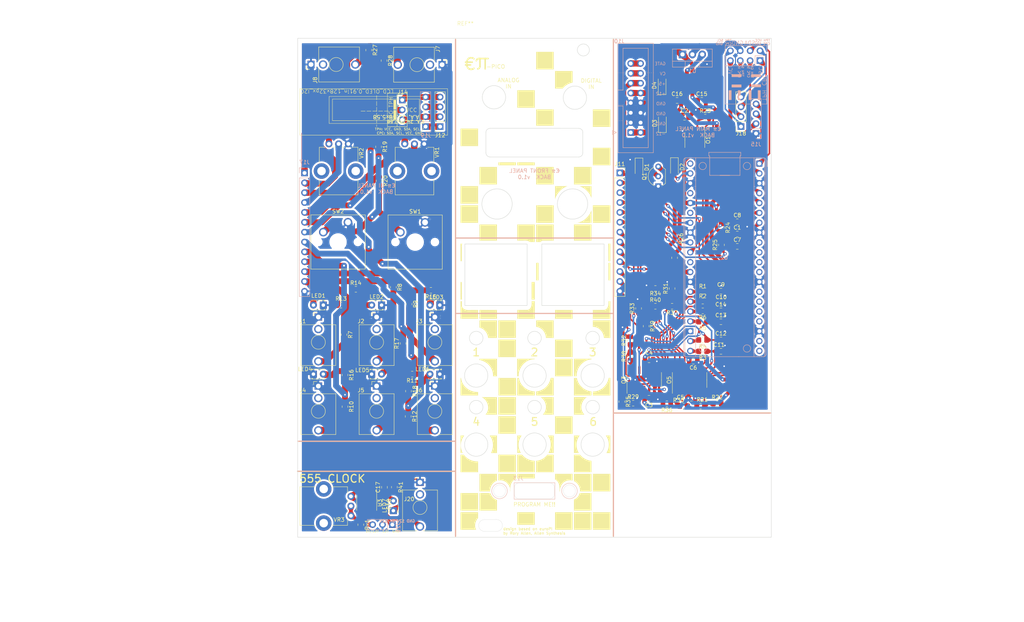
<source format=kicad_pcb>
(kicad_pcb (version 20221018) (generator pcbnew)
  (layers (0 "F.Cu" signal) (31 "B.Cu" signal) (34 "B.Paste" user) (35 "F.Paste" user) (36 "B.SilkS" user "B.Silkscreen") (37 "F.SilkS" user "F.Silkscreen") (38 "B.Mask" user) (39 "F.Mask" user) (44 "Edge.Cuts" user))
  (net 0 "")
  (net 1 "-12V")
  (net 2 "Net-(O3A-+)")
  (net 3 "Net-(O5C-+)")
  (net 4 "Net-(O3D-+)")
  (net 5 "Net-(O3C-+)")
  (net 6 "Net-(O5D-+)")
  (net 7 "Net-(D2-K)")
  (net 8 "Net-(D3-K)")
  (net 9 "Net-(D4-A)")
  (net 10 "Net-(J1-PadT)")
  (net 12 "Net-(J2-PadT)")
  (net 14 "Net-(J3-PadT)")
  (net 16 "Net-(J4-PadT)")
  (net 18 "Net-(J5-PadT)")
  (net 20 "Net-(J6-PadT)")
  (net 22 "Net-(J7-PadT)")
  (net 24 "Net-(J8-PadT)")
  (net 26 "Net-(LED1-A)")
  (net 27 "Net-(LED2-A)")
  (net 28 "Net-(LED3-A)")
  (net 29 "Net-(LED4-A)")
  (net 30 "Net-(LED5-A)")
  (net 31 "Net-(LED6-A)")
  (net 32 "GP26")
  (net 33 "Net-(O1A--)")
  (net 37 "Net-(O3A--)")
  (net 38 "Net-(O3B--)")
  (net 39 "Net-(O3C--)")
  (net 40 "Net-(O3D--)")
  (net 41 "Net-(O5-Pad7)")
  (net 42 "Net-(O5C--)")
  (net 43 "Net-(O5D--)")
  (net 44 "GP22")
  (net 45 "GP21")
  (net 46 "GP20")
  (net 47 "GP16")
  (net 48 "GP17")
  (net 49 "GP18")
  (net 50 "GP19")
  (net 51 "Net-(R19-Pad2)")
  (net 52 "Net-(R20-Pad2)")
  (net 67 "Net-(O3B-+)")
  (net 68 "CJD")
  (net 69 "CK1")
  (net 70 "CK2")
  (net 71 "CJ1")
  (net 72 "CJ2")
  (net 73 "CJ3")
  (net 74 "CJ4")
  (net 75 "CJ5")
  (net 76 "CJ6")
  (net 77 "CJA")
  (net 78 "CS2")
  (net 79 "CS1")
  (net 80 "I2C_VCC")
  (net 81 "TPH VCC {slash} CPC SDA")
  (net 82 "TPH GND {slash} CPC SCL")
  (net 83 "TPH SDA {slash} CPC VCC")
  (net 84 "TPH SCL {slash} CPC GND")
  (net 85 "I2C_GND")
  (net 86 "GP3")
  (net 87 "+5V")
  (net 88 "~")
  (net 89 "GP1")
  (net 90 "GP0")
  (net 91 "GP2")
  (net 92 "Net-(J10-Pin_13)")
  (net 93 "Net-(J10-Pin_15)")
  (net 94 "Net-(U3-THR)")
  (net 95 "Net-(LED7-K)")
  (net 96 "Net-(LED7-A)")
  (net 97 "Net-(U3-DIS)")
  (net 99 "Net-(C18-Pad1)")
  (footprint "Package_SO:SO-14_3.9x8.65mm_P1.27mm" (layer "F.Cu") (at 170.485 113.411 90)
    (fp_text reference "O3")
    (fp_text value "TL074-1")
  )
  (footprint "Resistor_SMD:R_0805_2012Metric_Pad1.20x1.40mm_HandSolder" (layer "F.Cu") (at 184.979 120.142)
    (fp_text reference "R21")
    (fp_text value "22K")
  )
  (footprint "Resistor_SMD:R_0805_2012Metric_Pad1.20x1.40mm_HandSolder" (layer "F.Cu") (at 93.472 112.121 -90)
    (fp_text reference "R16")
    (fp_text value "4K7")
  )
  (footprint "Resistor_SMD:R_0805_2012Metric_Pad1.20x1.40mm_HandSolder" (layer "F.Cu") (at 190.373 74.168 -90)
    (fp_text reference "R24")
    (fp_text value "10K")
  )
  (footprint "Resistor_SMD:R_0805_2012Metric_Pad1.20x1.40mm_HandSolder" (layer "F.Cu") (at 185.547 95.6086 180)
    (fp_text reference "R6")
    (fp_text value "1K")
  )
  (footprint "Library:OLED_switch_TPH-CPC_VCC+3v" (layer "F.Cu") (at 108.204 41.284)
    (fp_text reference "J14")
    (fp_text value "Conn_01x03_Pin")
  )
  (footprint "Resistor_SMD:R_0805_2012Metric_Pad1.20x1.40mm_HandSolder" (layer "F.Cu") (at 108.458 103.993 90)
    (fp_text reference "R17")
    (fp_text value "4K7")
  )
  (footprint "Resistor_SMD:R_0805_2012Metric_Pad1.20x1.40mm_HandSolder" (layer "F.Cu") (at 102.235 62.112 -90)
    (fp_text reference "R20")
    (fp_text value "1K")
  )
  (footprint "Capacitor_SMD:C_0805_2012Metric_Pad1.18x1.45mm_HandSolder" (layer "F.Cu") (at 194.437 75.819)
    (fp_text reference "C1")
    (fp_text value "1uF")
  )
  (footprint "Connector_Audio:Jack_3.5mm_QingPu_WQP-PJ398SM_Vertical_CircularHoles" (layer "F.Cu") (at 84.720648 32.14 90)
    (fp_text reference "J8")
    (fp_text value "Analogue Input Jack")
  )
  (footprint "Resistor_SMD:R_0805_2012Metric_Pad1.20x1.40mm_HandSolder" (layer "F.Cu") (at 106.172 141.012 -90)
    (fp_text reference "R41")
    (fp_text value "1K")
  )
  (footprint "Resistor_SMD:R_0805_2012Metric_Pad1.20x1.40mm_HandSolder" (layer "F.Cu") (at 180.629 120.142 180)
    (fp_text reference "R30")
    (fp_text value "100K")
  )
  (footprint "Connector_Audio:Jack_3.5mm_QingPu_WQP-PJ398SM_Vertical_CircularHoles" (layer "F.Cu") (at 86.614 114.974)
    (fp_text reference "J4")
    (fp_text value "Output 4 Jack")
  )
  (footprint "LED_THT:LED_D1.8mm_W3.3mm_H2.4mm" (layer "F.Cu") (at 117.872648 111.896 180)
    (fp_text reference "LED6")
    (fp_text value "LED")
  )
  (footprint "Resistor_SMD:R_0805_2012Metric_Pad1.20x1.40mm_HandSolder" (layer "F.Cu") (at 178.308 81.931 -90)
    (fp_text reference "R26")
    (fp_text value "10K")
  )
  (footprint "Resistor_SMD:R_0805_2012Metric_Pad1.20x1.40mm_HandSolder" (layer "F.Cu") (at 189.281 119.507)
    (fp_text reference "R22")
    (fp_text value "22K")
  )
  (footprint "Package_SO:SO-8_3.9x4.9mm_P1.27mm" (layer "F.Cu") (at 99.06 145.076 -90)
    (fp_text reference "U3")
    (fp_text value "LM555xN")
  )
  (footprint "Resistor_SMD:R_0805_2012Metric_Pad1.20x1.40mm_HandSolder" (layer "F.Cu") (at 92.456 94.116)
    (fp_text reference "R13")
    (fp_text value "4K7")
  )
  (footprint "Resistor_SMD:R_0805_2012Metric_Pad1.20x1.40mm_HandSolder" (layer "F.Cu") (at 177.657 89.849517 90)
    (fp_text reference "R31")
    (fp_text value "100K")
  )
  (footprint "Diode_SMD:D_SOD-123" (layer "F.Cu") (at 178.2572 58.5216 -90)
    (fp_text reference "D2")
    (fp_text value "1N4448W")
  )
  (footprint "Capacitor_SMD:C_0805_2012Metric_Pad1.18x1.45mm_HandSolder" (layer "F.Cu") (at 178.943 41.402)
    (fp_text reference "C16")
    (fp_text value "10uF")
  )
  (footprint "Resistor_SMD:R_0805_2012Metric_Pad1.20x1.40mm_HandSolder" (layer "F.Cu") (at 110.773 111.896 180)
    (fp_text reference "R11")
    (fp_text value "1K")
  )
  (footprint "Capacitor_SMD:C_0805_2012Metric_Pad1.18x1.45mm_HandSolder" (layer "F.Cu") (at 171.704 118.11)
    (fp_text reference "C3")
    (fp_text value "100nF")
  )
  (footprint "Resistor_SMD:R_0805_2012Metric_Pad1.20x1.40mm_HandSolder" (layer "F.Cu") (at 97.536 150.68 -90)
    (fp_text reference "Rx1")
    (fp_text value "1K")
  )
  (footprint "Resistor_SMD:R_0805_2012Metric_Pad1.20x1.40mm_HandSolder" (layer "F.Cu") (at 186.198 45.72)
    (fp_text reference "R23")
    (fp_text value "22K")
  )
  (footprint "Potentiometer_THT:Potentiometer_Bourns_PTV09A-1_Single_Vertical" (layer "F.Cu") (at 94.996 143.378 180)
    (fp_text reference "VR3")
    (fp_text value "10K")
  )
  (footprint "Connector_Audio:Jack_3.5mm_QingPu_WQP-PJ398SM_Vertical_CircularHoles" (layer "F.Cu") (at 101.605824 97.194)
    (fp_text reference "J2")
    (fp_text value "Output 2 Jack")
  )
  (footprint "Package_SO:SO-8_3.9x4.9mm_P1.27mm" (layer "F.Cu") (at 183.515 51.597 -90)
    (fp_text reference "O1")
    (fp_text value "MCP6002")
  )
  (footprint "Resistor_SMD:R_0805_2012Metric_Pad1.20x1.40mm_HandSolder" (layer "F.Cu") (at 109.8042 116.2718 -90)
    (fp_text reference "R18")
    (fp_text value "4K7")
  )
  (footprint "Resistor_SMD:R_0805_2012Metric_Pad1.20x1.40mm_HandSolder" (layer "F.Cu") (at 167.64 119.38)
    (fp_text reference "R29")
    (fp_text value "100K")
  )
  (footprint "Capacitor_SMD:C_0805_2012Metric_Pad1.18x1.45mm_HandSolder" (layer "F.Cu") (at 190.2305 106.0226)
    (fp_text reference "C11")
    (fp_text value "100nF")
  )
  (footprint "Button_Switch_Keyboard:SW_Cherry_MX_1.00u_PCB" (layer "F.Cu") (at 94.234 72.78)
    (fp_text reference "SW2")
    (fp_text value "SW_Push")
  )
  (footprint "Capacitor_SMD:C_0805_2012Metric_Pad1.18x1.45mm_HandSolder" (layer "F.Cu") (at 190.2305 95.6086)
    (fp_text reference "C14")
    (fp_text value "100nF")
  )
  (footprint "Diode_SMD:D_SOD-123" (layer "F.Cu") (at 175.1584 47.2948 90)
    (fp_text reference "D3")
    (fp_text value "1N4448W")
  )
  (footprint "Resistor_SMD:R_0805_2012Metric_Pad1.20x1.40mm_HandSolder" (layer "F.Cu") (at 177.657 94.421517 180)
    (fp_text reference "R37")
    (fp_text value "220K")
  )
  (footprint "Diode_SMD:D_SOD-123" (layer "F.Cu") (at 169.1386 58.5978 -90)
    (fp_text reference "D1")
    (fp_text value "1N4448W")
  )
  (footprint "Resistor_SMD:R_0805_2012Metric_Pad1.20x1.40mm_HandSolder" (layer "F.Cu") (at 185.563 90.5286 180)
    (fp_text reference "R1")
    (fp_text value "1K")
  )
  (footprint "Resistor_SMD:R_0805_2012Metric_Pad1.20x1.40mm_HandSolder" (layer "F.Cu") (at 102.108 53.34 -90)
    (fp_text reference "R19")
    (fp_text value "1K")
  )
  (footprint "Connector_Audio:Jack_3.5mm_QingPu_WQP-PJ398SM_Vertical_CircularHoles" (layer "F.Cu") (at 118.461 32.1908 -90)
    (fp_text reference "J7")
    (fp_text value "Digital Input Jack")
  )
  (footprint "Diode_SMD:D_SOD-123" (layer "F.Cu") (at 175.0822 37.5158 90)
    (fp_text reference "D4")
    (fp_text value "1N4448W")
  )
  (footprint "Capacitor_SMD:C_0805_2012Metric_Pad1.18x1.45mm_HandSolder" (layer "F.Cu") (at 180.848 45.72)
    (fp_text reference "C2")
    (fp_text value "1uF")
  )
  (footprint "Capacitor_SMD:C_0805_2012Metric_Pad1.18x1.45mm_HandSolder" (layer "F.Cu") (at 103.124 145.415 -90)
    (fp_text reference "C18")
    (fp_text value "10uF")
  )
  (footprint "Connector_Audio:Jack_3.5mm_QingPu_WQP-PJ398SM_Vertical_CircularHoles" (layer "F.Cu") (at 86.614 97.194)
    (fp_text reference "J1")
    (fp_text value "Output 1 Jack")
  )
  (footprint "Capacitor_SMD:C_0805_2012Metric_Pad1.18x1.45mm_HandSolder" (layer "F.Cu") (at 182.626 118.11)
    (fp_text reference "C5")
    (fp_text value "100nF")
  )
  (footprint "Resistor_SMD:R_0805_2012Metric_Pad1.20x1.40mm_HandSolder" (layer "F.Cu") (at 185.547 98.4026 180)
    (fp_text reference "R5")
    (fp_text value "1K")
  )
  (footprint "Connector_Audio:Jack_3.5mm_QingPu_WQP-PJ398SM_Vertical_CircularHoles" (layer "F.Cu") (at 112.776707 139.771293)
    (fp_text reference "J20")
    (fp_text value "Output 5 Jack")
  )
  (footprint "Connector_PinSocket_2.54mm:PinSocket_1x13_P2.54mm_Vertical" (layer "F.Cu") (at 164.211 60.071)
    (fp_text reference "J11")
    (fp_text value "Conn_01x13_Socket")
  )
  (footprint "LED_THT:LED_D1.8mm_W3.3mm_H2.4mm" (layer "F.Cu") (at 100.330824 111.896)
    (fp_text reference "LED5")
    (fp_text value "LED")
  )
  (footprint "Capacitor_SMD:C_0805_2012Metric_Pad1.18x1.45mm_HandSolder" (layer "F.Cu") (at 190.2305 103.1016)
    (fp_text reference "C12")
    (fp_text value "100nF")
  )
  (footprint "Connector_Audio:Jack_3.5mm_QingPu_WQP-PJ398SM_Vertical_CircularHoles" (layer "F.Cu") (at 116.597648 97.194)
    (fp_text reference "J3")
    (fp_text value "Output 3 Jack")
  )
  (footprint "Resistor_SMD:R_0805_2012Metric_Pad1.20x1.40mm_HandSolder" (layer "F.Cu") (at 166.929 103.251 90)
    (fp_text reference "R32")
    (fp_text value "100K")
  )
  (footprint "LED_THT:LED_D1.8mm_W3.3mm_H2.4mm" (layer "F.Cu") (at 105.918 147.066 90)
    (fp_text reference "LED7")
    (fp_text value "LED")
  )
  (footprint "Resistor_SMD:R_0805_2012Metric_Pad1.20x1.40mm_HandSolder" (layer "F.Cu") (at 105.918 89.515 -90)
    (fp_text reference "R8")
    (fp_text value "1K")
  )
  (footprint "Resistor_SMD:R_0805_2012Metric_Pad1.20x1.40mm_HandSolder" (layer "F.Cu") (at 103.516648 31.142 -90)
    (fp_text reference "R28")
    (fp_text value "100K")
  )
  (footprint "Resistor_SMD:R_0805_2012Metric_Pad1.20x1.40mm_HandSolder" (layer "F.Cu") (at 93.472 120.278 -90)
    (fp_text reference "R10")
    (fp_text value "1K")
  )
  (footprint "Package_SO:SO-14_3.9x8.65mm_P1.27mm" (layer "F.Cu") (at 182.169 113.411 90)
    (fp_text reference "O5")
    (fp_text value "TL074-2")
  )
  (footprint "Resistor_SMD:R_0805_2012Metric_Pad1.20x1.40mm_HandSolder" (layer "F.Cu") (at 185.547 93.0686 180)
    (fp_text reference "R2")
    (fp_text value "1K")
  )
  (footprint "Capacitor_SMD:C_0805_2012Metric_Pad1.18x1.45mm_HandSolder" (layer "F.Cu") (at 171.7255 108.204 180)
    (fp_text reference "C4")
    (fp_text value "100nF")
  )
  (footprint "Library:PCB-eurorack-front-128.5x40.3" (layer "F.Cu") (at 121.92 25.4)
    (fp_text reference "REF**")
    (fp_text value "PCB-eurorack-front-128.5x40.3")
    (fp_line (start 7.366 123.952) (end 10.414 123.952) (stroke (width 0.05)) (layer "Edge.Cuts"))
    (fp_line (start 10.541 127) (end 7.366 127) (stroke (width 0.05)) (layer "Edge.Cuts"))
    (fp_arc (start 7.366 126.999999) (mid 5.963718 125.476) (end 7.366 123.952001) (stroke (width 0.05)) (layer "Edge.Cuts"))
    (fp_arc (start 10.414 123.952001) (mid 12.06896 125.412445) (end 10.541 127.005282) (stroke (width 0.05)) (layer "Edge.Cuts"))
    (fp_circle (center 32.9 3) (end 34.45 3) (stroke (width 0.1)) (fill none) (layer "Edge.Cuts"))
  )
  (footprint "Connector_PinSocket_2.54mm:PinSocket_1x04_P2.54mm_Vertical" (layer "F.Cu") (at 195.3895 48.133 180)
    (fp_text reference "J18")
    (fp_text value "Conn_01x04_Pin")
  )
  (footprint "Package_TO_SOT_THT:TO-92_Inline_Wide" (layer "F.Cu") (at 174.096 63.5 90)
    (fp_text reference "Q1")
    (fp_text value "2N2222")
  )
  (footprint "Button_Switch_Keyboard:SW_Cherry_MX_1.00u_PCB" (layer "F.Cu") (at 114.0714 72.8054)
    (fp_text reference "SW1")
    (fp_text value "SW_Push")
  )
  (footprint "Resistor_SMD:R_0805_2012Metric_Pad1.20x1.40mm_HandSolder" (layer "F.Cu") (at 99.579648 28.428 -90)
    (fp_text reference "R27")
    (fp_text value "100K")
  )
  (footprint "Connector_Audio:Jack_3.5mm_QingPu_WQP-PJ398SM_Vertical_CircularHoles" (layer "F.Cu") (at 101.605824 114.974)
    (fp_text reference "J5")
    (fp_text value "Output 5 Jack")
  )
  (footprint "Resistor_SMD:R_0805_2012Metric_Pad1.20x1.40mm_HandSolder" (layer "F.Cu") (at 176.311 119.507 180)
    (fp_text reference "R36")
    (fp_text value "220K")
  )
  (footprint "Resistor_SMD:R_0805_2012Metric_Pad1.20x1.40mm_HandSolder" (layer "F.Cu") (at 190.373 78.613 90)
    (fp_text reference "R25")
    (fp_text value "10K")
  )
  (footprint "Capacitor_SMD:C_0805_2012Metric_Pad1.18x1.45mm_HandSolder" (layer "F.Cu") (at 190.2305 93.0686)
    (fp_text reference "C10")
    (fp_text value "100nF")
  )
  (footprint "Resistor_SMD:R_0805_2012Metric_Pad1.20x1.40mm_HandSolder" (layer "F.Cu") (at 109.982 93.862 -90)
    (fp_text reference "R9")
    (fp_text value "1K")
  )
  (footprint "Capacitor_SMD:C_0805_2012Metric_Pad1.18x1.45mm_HandSolder" (layer "F.Cu") (at 190.2305 98.4026)
    (fp_text reference "C13")
    (fp_text value "100nF")
  )
  (footprint "Resistor_SMD:R_0805_2012Metric_Pad1.20x1.40mm_HandSolder" (layer "F.Cu") (at 93.218 101.736 -90)
    (fp_text reference "R7")
    (fp_text value "1K")
  )
  (footprint "Capacitor_SMD:C_0805_2012Metric_Pad1.18x1.45mm_HandSolder" (layer "F.Cu") (at 194.437 78.994)
    (fp_text reference "C7")
    (fp_text value "100nF")
  )
  (footprint "Resistor_SMD:R_0805_2012Metric_Pad1.20x1.40mm_HandSolder" (layer "F.Cu") (at 173.355 89.849517 180)
    (fp_text reference "R34")
    (fp_text value "100K")
  )
  (footprint "Potentiometer_THT:Potentiometer_Bourns_PTV09A-1_Single_Vertical" (layer "F.Cu") (at 108.8594 52.5974 -90)
    (fp_text reference "VR1")
    (fp_text value "KNOB 1")
  )
  (footprint "Capacitor_SMD:C_0805_2012Metric_Pad1.18x1.45mm_HandSolder" (layer "F.Cu") (at 185.293 41.402)
    (fp_text reference "C15")
    (fp_text value "10uF")
  )
  (footprint "LED_THT:LED_D1.8mm_W3.3mm_H2.4mm" (layer "F.Cu") (at 102.880824 94.116 180)
    (fp_text reference "LED2")
    (fp_text value "LED")
  )
  (footprint "Potentiometer_THT:Potentiometer_Bourns_PTV09A-1_Single_Vertical" (layer "F.Cu") (at 89.332648 52.587 -90)
    (fp_text reference "VR2")
    (fp_text value "KNOB 2")
  )
  (footprint "Resistor_SMD:R_0805_2012Metric_Pad1.20x1.40mm_HandSolder" (layer "F.Cu") (at 185.547 106.0226 180)
    (fp_text reference "R3")
    (fp_text value "1K")
  )
  (footprint "Resistor_SMD:R_0805_2012Metric_Pad1.20x1.40mm_HandSolder" (layer "F.Cu") (at 185.547 103.1016 180)
    (fp_text reference "R4")
    (fp_text value "1K")
  )
  (footprint "Resistor_SMD:R_0805_2012Metric_Pad1.20x1.40mm_HandSolder" (layer "F.Cu") (at 170.993 99.5456 -90)
    (fp_text reference "R39")
    (fp_text value "220K")
  )
  (footprint "LED_THT:LED_D1.8mm_W3.3mm_H2.4mm" (layer "F.Cu") (at 85.339 111.896)
    (fp_text reference "LED4")
    (fp_text value "LED")
  )
  (footprint "Library:LCD_OLED_0.91in_128x32px_I2C" (layer "F.Cu") (at 117.9576 48.142 180)
    (fp_text reference "J12")
    (fp_text value "OLED 64x128")
  )
  (footprint "Capacitor_SMD:C_0805_2012Metric_Pad1.18x1.45mm_HandSolder" (layer "F.Cu") (at 190.2305 90.5286)
    (fp_text reference "C9")
    (fp_text value "100nF")
  )
  (footprint "Capacitor_SMD:C_0805_2012Metric_Pad1.18x1.45mm_HandSolder" (layer "F.Cu") (at 103.632 141.042 90)
    (fp_text reference "C17")
    (fp_text value "1uF")
  )
  (footprint "Resistor_SMD:R_0805_2012Metric_Pad1.20x1.40mm_HandSolder" (layer "F.Cu") (at 173.355 94.421517)
    (fp_text reference "R40")
    (fp_text value "220K")
  )
  (footprint "Connector_Audio:Jack_3.5mm_QingPu_WQP-PJ398SM_Vertical_CircularHoles" (layer "F.Cu") (at 116.597648 114.974)
    (fp_text reference "J6")
    (fp_text value "Output 6 Jack")
  )
  (footprint "LED_THT:LED_D1.8mm_W3.3mm_H2.4mm" (layer "F.Cu") (at 117.872648 94.116 180)
    (fp_text reference "LED3")
    (fp_text value "LED")
  )
  (footprint "Resistor_SMD:R_0805_2012Metric_Pad1.20x1.40mm_HandSolder" (layer "F.Cu") (at 109.739648 122.789 -90)
    (fp_text reference "R12")
    (fp_text value "1K")
  )
  (footprint "Resistor_SMD:R_0805_2012Metric_Pad1.20x1.40mm_HandSolder" (layer "F.Cu") (at 166.929 107.315 90)
    (fp_text reference "R38")
    (fp_text value "220K")
  )
  (footprint "Resistor_SMD:R_0805_2012Metric_Pad1.20x1.40mm_HandSolder" (layer "F.Cu") (at 164.719 118.983 -90)
    (fp_text reference "R35")
    (fp_text value "220K")
  )
  (footprint "Resistor_SMD:R_0805_2012Metric_Pad1.20x1.40mm_HandSolder" (layer "F.Cu") (at 96.266 90.052)
    (fp_text reference "R14")
    (fp_text value "4K7")
  )
  (footprint "Capacitor_SMD:C_0805_2012Metric_Pad1.18x1.45mm_HandSolder" (layer "F.Cu") (at 194.437 72.644)
    (fp_text reference "C8")
    (fp_text value "100nF")
  )
  (footprint "LED_THT:LED_D1.8mm_W3.3mm_H2.4mm" (layer "F.Cu") (at 87.889 94.116 180)
    (fp_text reference "LED1")
    (fp_text value "LED")
  )
  (footprint "Resistor_SMD:R_0805_2012Metric_Pad1.20x1.40mm_HandSolder" (layer "F.Cu") (at 115.581648 90.306 180)
    (fp_text reference "R15")
    (fp_text value "4K7")
  )
  (footprint "Capacitor_SMD:C_0805_2012Metric_Pad1.18x1.45mm_HandSolder" (layer "F.Cu") (at 183.1125 108.5596 180)
    (fp_text reference "C6")
    (fp_text value "100nF")
  )
  (footprint "Resistor_SMD:R_0805_2012Metric_Pad1.20x1.40mm_HandSolder" (layer "F.Cu") (at 169.037 94.9736 90)
    (fp_text reference "R33")
    (fp_text value "100K")
  )
  (footprint "Library:USBmicroB_panelMount" (layer "B.Cu") (at 142.2455 141.986 180)
    (fp_text reference "J13")
    (fp_text value "USB_B_Micro")
    (fp_line (start -5.08 -0.889) (end -5.08 0.93258) (stroke (width 0.05)) (layer "Edge.Cuts"))
    (fp_line (start -3.98058 2.032) (end 4.048593 2.032) (stroke (width 0.05)) (layer "Edge.Cuts"))
    (fp_line (start 4.048593 -1.98842) (end -3.98058 -1.98842) (stroke (width 0.05)) (layer "Edge.Cuts"))
    (fp_line (start 5.148013 0.93258) (end 5.148013 -0.889) (stroke (width 0.05)) (layer "Edge.Cuts"))
    (fp_arc (start -5.08 -0.889) (mid -4.757987 -1.666407) (end -3.98058 -1.98842) (stroke (width 0.05)) (layer "Edge.Cuts"))
    (fp_arc (start -3.98058 2.032) (mid -4.757987 1.709987) (end -5.08 0.93258) (stroke (width 0.05)) (layer "Edge.Cuts"))
    (fp_arc (start 4.048593 -1.98842) (mid 4.826005 -1.66641) (end 5.148013 -0.889) (stroke (width 0.05)) (layer "Edge.Cuts"))
    (fp_arc (start 5.148013 0.93258) (mid 4.826007 1.709998) (end 4.048593 2.032) (stroke (width 0.05)) (layer "Edge.Cuts"))
    (fp_circle (center -9 0) (end -7.45 0) (stroke (width 0.05)) (fill none) (layer "Edge.Cuts"))
    (fp_circle (center 9 0) (end 10.55 0) (stroke (width 0.05)) (fill none) (layer "Edge.Cuts"))
  )
  (footprint "Library:OLED_switch_TPH-CPC" (layer "B.Cu") (at 200.279 31.1404 90)
    (fp_text reference "J16" hide)
    (fp_text value "Conn_02x04_Top_Bottom")
  )
  (footprint "Connector_PinSocket_2.54mm:PinSocket_1x04_P2.54mm_Vertical" (layer "B.Cu") (at 199.263 49.911)
    (fp_text reference "J15")
    (fp_text value "Conn_01x04_Pin")
  )
  (footprint "Library:RaspberryPi_Pico_Common_THT-minimal_courtyard_assumed_mounted_high" (layer "B.Cu") (at 191.229 81.788 180)
    (fp_text reference "U2")
    (fp_text value "PICO_RP2040")
  )
  (footprint "Connector_PinSocket_2.54mm:PinSocket_1x03_P2.54mm_Vertical" (layer "B.Cu") (at 105.664 150.664 90)
    (fp_text reference "J21")
    (fp_text value "Conn_01x03_Pin")
  )
  (footprint "Connector_PinSocket_2.54mm:PinSocket_1x04_P2.54mm_Vertical" (layer "B.Cu") (at 114.2115 48.142)
    (fp_text reference "J19")
    (fp_text value "Conn_01x04_Socket")
  )
  (footprint "Connector_PinSocket_2.54mm:PinSocket_1x13_P2.54mm_Vertical" (layer "B.Cu") (at 83.058 60.08 180)
    (fp_text reference "J17")
    (fp_text value "Conn_01x13_Pin")
  )
  (footprint "Library:IDC-Header_euroRack-2x08_and_2x05_P2.54mm_Vertical" (layer "B.Cu") (at 167.005 49.657)
    (fp_text reference "J10")
    (fp_text value "Eurorack Power 2x8 16p")
  )
  (footprint "Package_TO_SOT_THT:TO-220-3_Vertical" (layer "B.Cu") (at 180.34 29.535)
    (fp_text reference "U1")
    (fp_text value "L7805")
  )
  (gr_line (start 81.28 136.915) (end 121.7168 136.915) (stroke (width 0.3)) (layer "B.SilkS"))
  (gr_line (start 162.56 25.665) (end 162.56 153.67) (stroke (width 0.3)) (layer "B.SilkS"))
  (gr_line (start 121.92 25.665) (end 121.92 153.67) (stroke (width 0.3)) (layer "B.SilkS"))
  (gr_line (start 81.3816 129.179) (end 121.8184 129.179) (stroke (width 0.3)) (layer "B.SilkS"))
  (gr_line (start 122.1105 76.835) (end 162.6235 76.835) (stroke (width 0.3)) (layer "B.SilkS"))
  (gr_line (start 121.92 96.266) (end 162.433 96.266) (stroke (width 0.3)) (layer "B.SilkS"))
  (gr_line (start 162.6616 121.92) (end 203.0984 121.92) (stroke (width 0.3)) (layer "B.SilkS"))
  (gr_poly (pts (xy 147.185123 63.044) (xy 142.666019 63.044) (xy 142.666019 58.524377) (xy 147.185123 58.524377)) (fill solid) (layer "F.SilkS"))
  (gr_poly (pts (xy 142.321339 77.86738) (xy 141.068188 77.86738) (xy 140.980566 77.802305) (xy 140.887601 77.744172) (xy 140.789858 77.692717) (xy 140.687902 77.647675) (xy 140.582296 77.608783) (xy 140.473605 77.575776) (xy 140.362393 77.548391) (xy 140.249224 77.526363) (xy 140.134663 77.509429) (xy 140.019275 77.497324) (xy 139.903623 77.489784) (xy 139.788271 77.486547) (xy 139.673785 77.487347) (xy 139.560728 77.49192) (xy 139.449665 77.500003) (xy 139.34116 77.511331) (xy 137.80172 77.511331) (xy 137.80172 73.347757) (xy 142.321339 73.347757)) (fill solid) (layer "F.SilkS"))
  (gr_poly (pts (xy 137.457035 102.573358) (xy 132.937416 102.573358) (xy 132.937416 98.054254) (xy 137.457035 98.054254)) (fill solid) (layer "F.SilkS"))
  (gr_poly (pts (xy 150.453648 63.573326) (xy 150.176992 63.698864) (xy 149.908682 63.841471) (xy 149.649485 64.000327) (xy 149.400171 64.174614) (xy 149.161509 64.363511) (xy 148.934266 64.5662) (xy 148.719212 64.78186) (xy 148.517115 65.009672) (xy 148.328743 65.248818) (xy 148.154867 65.498477) (xy 147.996253 65.75783) (xy 147.853672 66.026058) (xy 147.72789 66.302341) (xy 147.619678 66.58586) (xy 147.529804 66.875795) (xy 147.529804 63.465677) (xy 150.737881 63.465677)) (fill solid) (layer "F.SilkS"))
  (gr_poly (pts (xy 123.537743 90.432285) (xy 123.55246 92.691278) (xy 123.209328 92.691278) (xy 123.209328 88.171655) (xy 123.53334 88.171655)) (fill solid) (layer "F.SilkS"))
  (gr_poly (pts (xy 127.728947 53.161439) (xy 123.209328 53.161439) (xy 123.209328 48.641809) (xy 127.728947 48.641809)) (fill solid) (layer "F.SilkS"))
  (gr_poly (pts (xy 147.185123 102.573343) (xy 145.187313 102.573343) (xy 145.181035 102.457778) (xy 145.170341 102.342417) (xy 145.155292 102.227425) (xy 145.135946 102.112968) (xy 145.112363 101.999208) (xy 145.084601 101.886311) (xy 145.052721 101.774442) (xy 145.016781 101.663765) (xy 144.976841 101.554445) (xy 144.932959 101.446646) (xy 144.885195 101.340533) (xy 144.833609 101.236271) (xy 144.778258 101.134024) (xy 144.719204 101.033957) (xy 144.656504 100.936234) (xy 144.590219 100.84102) (xy 144.520406 100.74848) (xy 144.447126 100.658778) (xy 144.370438 100.572079) (xy 144.290401 100.488547) (xy 144.207074 100.408347) (xy 144.120516 100.331644) (xy 144.030787 100.258603) (xy 143.937945 100.189387) (xy 143.842051 100.124162) (xy 143.743163 100.063091) (xy 143.641341 100.006341) (xy 143.536643 99.954075) (xy 143.429129 99.906458) (xy 143.318858 99.863654) (xy 143.205889 99.825828) (xy 143.090282 99.793146) (xy 143.038245 99.778447) (xy 142.985842 99.765257) (xy 142.933114 99.753482) (xy 142.880102 99.743028) (xy 142.826846 99.733801) (xy 142.773387 99.725708) (xy 142.719764 99.718655) (xy 142.666019 99.712549) (xy 142.666019 98.054254) (xy 147.185123 98.054239)) (fill solid) (layer "F.SilkS"))
  (gr_poly (pts (xy 130.930653 142.578811) (xy 130.946689 142.632403) (xy 130.963974 142.685676) (xy 130.982535 142.738601) (xy 131.002398 142.791153) (xy 131.023588 142.843303) (xy 131.046132 142.895026) (xy 131.070056 142.946292) (xy 131.095387 142.997076) (xy 131.122149 143.047351) (xy 131.15037 143.097088) (xy 131.180076 143.146261) (xy 131.211292 143.194843) (xy 131.244045 143.242807) (xy 131.278361 143.290125) (xy 131.314266 143.33677) (xy 131.37344 143.425205) (xy 131.436083 143.509597) (xy 131.502044 143.589979) (xy 131.571172 143.666382) (xy 131.643315 143.73884) (xy 131.718323 143.807383) (xy 131.796045 143.872044) (xy 131.87633 143.932853) (xy 131.959026 143.989844) (xy 132.043983 144.043048) (xy 132.13105 144.092496) (xy 132.220075 144.138221) (xy 132.310908 144.180255) (xy 132.403398 144.218628) (xy 132.497393 144.253374) (xy 132.592743 144.284524) (xy 132.592743 147.044549) (xy 128.073639 147.044549) (xy 128.073639 142.524927) (xy 130.91584 142.524927)) (fill solid) (layer "F.SilkS"))
  (gr_poly (pts (xy 137.457043 122.338052) (xy 132.937424 122.338052) (xy 132.937424 117.818948) (xy 137.457043 117.818948)) (fill solid) (layer "F.SilkS"))
  (gr_poly (pts (xy 132.592735 98.054285) (xy 132.592735 102.573388) (xy 130.301918 102.573388) (xy 130.290276 102.463075) (xy 130.274647 102.353147) (xy 130.231643 102.135028) (xy 130.173327 101.920186) (xy 130.100119 101.709777) (xy 130.01244 101.504956) (xy 129.91071 101.30688) (xy 129.795349 101.116704) (xy 129.73269 101.02494) (xy 129.66678 100.935585) (xy 129.597673 100.848782) (xy 129.525422 100.764676) (xy 129.450078 100.683412) (xy 129.371695 100.605135) (xy 129.290325 100.529988) (xy 129.206021 100.458117) (xy 129.118835 100.389665) (xy 129.02882 100.324777) (xy 128.936028 100.263598) (xy 128.840512 100.206272) (xy 128.742325 100.152943) (xy 128.641519 100.103756) (xy 128.538147 100.058856) (xy 128.432261 100.018386) (xy 128.323913 99.982492) (xy 128.213158 99.951318) (xy 128.195892 99.946384) (xy 128.178548 99.941815) (xy 128.16114 99.93754) (xy 128.143682 99.933494) (xy 128.073631 99.918222) (xy 128.073631 98.054254)) (fill solid) (layer "F.SilkS"))
  (gr_poly (pts (xy 147.185139 137.161935) (xy 142.666035 137.161935) (xy 142.666035 134.211221) (xy 142.776592 134.202604) (xy 142.886878 134.190982) (xy 142.996823 134.176314) (xy 143.106355 134.158559) (xy 143.215403 134.137673) (xy 143.323895 134.113614) (xy 143.431759 134.086342) (xy 143.538926 134.055812) (xy 143.645323 134.021985) (xy 143.750879 133.984816) (xy 143.855524 133.944265) (xy 143.959184 133.900289) (xy 144.061791 133.852846) (xy 144.163271 133.801894) (xy 144.263553 133.747391) (xy 144.362568 133.689294) (xy 144.450525 133.638906) (xy 144.536695 133.586222) (xy 144.621075 133.531307) (xy 144.70366 133.47422) (xy 144.784449 133.415025) (xy 144.863439 133.353782) (xy 144.940626 133.290553) (xy 145.016007 133.2254) (xy 145.08958 133.158386) (xy 145.161342 133.089571) (xy 145.231289 133.019017) (xy 145.299419 132.946786) (xy 145.365729 132.87294) (xy 145.430216 132.79754) (xy 145.492876 132.720649) (xy 145.553707 132.642328) (xy 147.185139 132.642313)) (fill solid) (layer "F.SilkS"))
  (gr_poly (pts (xy 152.049435 127.279352) (xy 147.529812 127.279352) (xy 147.529812 122.760248) (xy 152.049435 122.760248)) (fill solid) (layer "F.SilkS"))
  (gr_poly (pts (xy 152.049427 33.818437) (xy 152.049427 36.819284) (xy 151.859995 36.85275) (xy 151.67321 36.895761) (xy 151.489319 36.948025) (xy 151.308572 37.009253) (xy 151.131218 37.079155) (xy 150.957505 37.15744) (xy 150.787683 37.243818) (xy 150.622 37.338) (xy 150.460705 37.439694) (xy 150.304047 37.548611) (xy 150.152276 37.66446) (xy 150.00564 37.786951) (xy 149.864387 37.915794) (xy 149.728767 38.050699) (xy 149.599029 38.191376) (xy 149.475422 38.337533) (xy 147.529804 38.337533) (xy 147.529804 33.818429)) (fill solid) (layer "F.SilkS"))
  (gr_poly (pts (xy 127.728943 72.92608) (xy 123.209324 72.92608) (xy 123.209324 68.406976) (xy 127.728943 68.406976)) (fill solid) (layer "F.SilkS"))
  (gr_poly (pts (xy 156.913723 66.555406) (xy 156.814757 66.288948) (xy 156.699886 66.029522) (xy 156.569805 65.777719) (xy 156.425206 65.534126) (xy 156.266783 65.299331) (xy 156.09523 65.073925) (xy 155.911239 64.858494) (xy 155.715504 64.653629) (xy 155.508718 64.459917) (xy 155.291575 64.277947) (xy 155.064768 64.108308) (xy 154.82899 63.951588) (xy 154.584935 63.808377) (xy 154.333296 63.679262) (xy 154.074766 63.564832) (xy 153.810039 63.465677) (xy 156.913723 63.465677)) (fill solid) (layer "F.SilkS"))
  (gr_poly (pts (xy 147.185123 73.347765) (xy 147.185123 77.511331) (xy 144.352741 77.511331) (xy 144.31009 77.52517) (xy 144.268113 77.540302) (xy 144.226814 77.55669) (xy 144.186199 77.574298) (xy 144.146272 77.593088) (xy 144.107038 77.613025) (xy 144.0685 77.634071) (xy 144.030665 77.65619) (xy 143.993537 77.679346) (xy 143.957119 77.703502) (xy 143.921418 77.72862) (xy 143.886437 77.754665) (xy 143.852181 77.781601) (xy 143.818655 77.809389) (xy 143.785863 77.837994) (xy 143.753811 77.86738) (xy 142.666019 77.86738) (xy 142.666019 73.347757)) (fill solid) (layer "F.SilkS"))
  (gr_poly (pts (xy 132.592735 63.044) (xy 128.073631 63.044) (xy 128.073631 58.524377) (xy 132.592735 58.524377)) (fill solid) (layer "F.SilkS"))
  (gr_line (start 81.3816 129.168) (end 121.8184 129.168) (stroke (width 0.3)) (layer "F.SilkS"))
  (gr_poly (pts (xy 147.185123 43.700563) (xy 147.185123 47.915292) (xy 142.666019 47.91369) (xy 142.666019 43.700509)) (fill solid) (layer "F.SilkS"))
  (gr_poly (pts (xy 142.321339 43.278833) (xy 137.801716 43.278833) (xy 137.801716 38.759729) (xy 142.321339 38.759729)) (fill solid) (layer "F.SilkS"))
  (gr_poly (pts (xy 132.592731 112.455972) (xy 131.579872 112.455972) (xy 131.582657 112.282192) (xy 131.578523 112.108567) (xy 131.56739 111.935381) (xy 131.549176 111.76292) (xy 131.5238 111.591472) (xy 131.491182 111.42132) (xy 131.451242 111.252752) (xy 131.403898 111.086053) (xy 131.349069 110.92151) (xy 131.286675 110.759407) (xy 131.216635 110.600031) (xy 131.138868 110.443667) (xy 131.053294 110.290603) (xy 130.959831 110.141122) (xy 130.858399 109.995512) (xy 130.748917 109.854059) (xy 130.625556 109.697007) (xy 130.49433 109.547154) (xy 130.355671 109.404621) (xy 130.210013 109.269532) (xy 130.057788 109.142009) (xy 129.899428 109.022176) (xy 129.735367 108.910154) (xy 129.566036 108.806068) (xy 129.391869 108.71004) (xy 129.213299 108.622192) (xy 129.030757 108.542648) (xy 128.844677 108.47153) (xy 128.655491 108.408962) (xy 128.463633 108.355066) (xy 128.269534 108.309965) (xy 128.073627 108.273782) (xy 128.073627 107.936349) (xy 132.592731 107.936349)) (fill solid) (layer "F.SilkS"))
  (gr_line (start 162.56 25.654) (end 162.56 153.659) (stroke (width 0.3)) (layer "F.SilkS"))
  (gr_poly (pts (xy 142.321339 93.112985) (xy 142.321339 97.632089) (xy 137.801716 97.632089) (xy 137.801716 95.364007) (xy 139.169295 95.354886) (xy 140.535915 95.3397) (xy 140.62329 95.31052) (xy 140.705579 95.276876) (xy 140.782923 95.238954) (xy 140.855465 95.19694) (xy 140.923347 95.15102) (xy 140.986709 95.101378) (xy 141.045695 95.048201) (xy 141.100447 94.991675) (xy 141.151106 94.931984) (xy 141.197813 94.869316) (xy 141.240712 94.803855) (xy 141.279944 94.735787) (xy 141.315651 94.665298) (xy 141.347975 94.592574) (xy 141.403042 94.441162) (xy 141.446279 94.283036) (xy 141.478824 94.119682) (xy 141.50181 93.952585) (xy 141.516374 93.783231) (xy 141.523652 93.613106) (xy 141.524778 93.443694) (xy 141.520888 93.276482) (xy 141.513119 93.112955)) (fill solid) (layer "F.SilkS"))
  (gr_poly (pts (xy 156.913731 72.926073) (xy 153.256588 72.926073) (xy 153.414712 72.892286) (xy 153.570981 72.852755) (xy 153.877568 72.756985) (xy 154.175569 72.639825) (xy 154.464205 72.502336) (xy 154.742697 72.345582) (xy 155.010265 72.170623) (xy 155.266131 71.978522) (xy 155.509515 71.770339) (xy 155.739637 71.547139) (xy 155.95572 71.309981) (xy 156.156982 71.059928) (xy 156.342646 70.798042) (xy 156.511932 70.525385) (xy 156.664061 70.243019) (xy 156.798254 69.952005) (xy 156.913731 69.653406)) (fill solid) (layer "F.SilkS"))
  (gr_poly (pts (xy 137.457035 57.337411) (xy 137.457035 58.102739) (xy 132.937416 58.102739) (xy 132.937416 57.336412)) (fill solid) (layer "F.SilkS"))
  (gr_poly (pts (xy 161.777515 58.102739) (xy 157.258411 58.102739) (xy 157.258411 53.583116) (xy 161.777515 53.583116)) (fill solid) (layer "F.SilkS"))
  (gr_poly (pts (xy 156.913738 147.044549) (xy 152.394115 147.044549) (xy 152.394115 144.208032) (xy 152.511854 144.158348) (xy 152.626911 144.103277) (xy 152.738982 144.042846) (xy 152.847765 143.977083) (xy 152.95296 143.906017) (xy 153.054262 143.829676) (xy 153.151372 143.748087) (xy 153.243985 143.661279) (xy 153.331801 143.56928) (xy 153.414516 143.472117) (xy 153.49183 143.369819) (xy 153.563439 143.262414) (xy 153.629043 143.14993) (xy 153.688337 143.032394) (xy 153.741021 142.909835) (xy 153.786793 142.782281) (xy 153.800183 142.750509) (xy 153.812743 142.718576) (xy 153.82457 142.686504) (xy 153.835765 142.654319) (xy 153.846426 142.622045) (xy 153.856651 142.589705) (xy 153.876194 142.524927) (xy 156.913738 142.524927)) (fill solid) (layer "F.SilkS"))
  (gr_poly (pts (xy 147.185123 72.92608) (xy 142.666019 72.92608) (xy 142.666019 68.406976) (xy 147.185123 68.406976)) (fill solid) (layer "F.SilkS"))
  (gr_poly (pts (xy 132.592735 73.347765) (xy 132.592735 77.511331) (xy 128.073631 77.511331) (xy 128.073631 73.347757)) (fill solid) (layer "F.SilkS"))
  (gr_poly (pts (xy 156.913731 63.044) (xy 152.394108 63.044) (xy 152.394108 58.524377) (xy 156.913731 58.524377)) (fill solid) (layer "F.SilkS"))
  (gr_poly (pts (xy 132.937416 57.336412) (xy 132.937412 57.336412) (xy 132.937416 57.336366)) (fill solid) (layer "F.SilkS"))
  (gr_poly (pts (xy 161.777523 132.220636) (xy 160.751743 132.220636) (xy 160.868529 132.014165) (xy 160.974184 131.80194) (xy 161.068337 131.584593) (xy 161.150613 131.362752) (xy 161.22064 131.137048) (xy 161.278045 130.908111) (xy 161.322454 130.676571) (xy 161.353495 130.443058) (xy 161.370793 130.208201) (xy 161.373976 129.972632) (xy 161.36267 129.736979) (xy 161.336503 129.501874) (xy 161.295102 129.267945) (xy 161.238092 129.035824) (xy 161.165101 128.80614) (xy 161.075756 128.579523) (xy 161.027915 128.462932) (xy 160.976269 128.348202) (xy 160.920946 128.235371) (xy 160.862072 128.124477) (xy 160.799775 128.015557) (xy 160.734182 127.908651) (xy 160.66542 127.803795) (xy 160.593616 127.701028) (xy 161.777523 127.701013)) (fill solid) (layer "F.SilkS"))
  (gr_poly (pts (xy 147.185123 33.396753) (xy 142.666019 33.396753) (xy 142.666019 28.87713) (xy 147.185123 28.87713)) (fill solid) (layer "F.SilkS"))
  (gr_poly (pts (xy 161.777508 93.112985) (xy 161.777508 97.632089) (xy 157.258404 97.632089) (xy 157.258404 95.367105) (xy 158.776723 95.357042) (xy 160.29388 95.3397) (xy 160.381255 95.31052) (xy 160.463543 95.276876) (xy 160.540887 95.238954) (xy 160.613428 95.19694) (xy 160.681309 95.15102) (xy 160.744672 95.101378) (xy 160.803657 95.048201) (xy 160.858409 94.991675) (xy 160.909067 94.931984) (xy 160.955775 94.869316) (xy 160.998674 94.803855) (xy 161.037906 94.735787) (xy 161.073613 94.665298) (xy 161.105937 94.592574) (xy 161.161004 94.441162) (xy 161.204242 94.283036) (xy 161.236787 94.119682) (xy 161.259774 93.952585) (xy 161.274338 93.783231) (xy 161.281616 93.613106) (xy 161.282743 93.443694) (xy 161.278853 93.276482) (xy 161.271084 93.112955)) (fill solid) (layer "F.SilkS"))
  (gr_poly (pts (xy 152.049435 151.98533) (xy 147.529812 151.98533) (xy 147.529812 147.466226) (xy 152.049435 147.466226)) (fill solid) (layer "F.SilkS"))
  (gr_poly (pts (xy 142.321293 92.690759) (xy 141.499638 92.690759) (xy 141.495547 90.431745) (xy 141.498135 88.171655) (xy 142.321293 88.171655)) (fill solid) (layer "F.SilkS"))
  (gr_line (start 162.56 121.92) (end 202.9968 121.92) (stroke (width 0.3)) (layer "F.SilkS"))
  (gr_poly (pts (xy 161.777515 72.92608) (xy 157.258411 72.92608) (xy 157.258411 68.406976) (xy 161.777515 68.406976)) (fill solid) (layer "F.SilkS"))
  (gr_poly (pts (xy 156.913731 142.10325) (xy 153.959392 142.10325) (xy 153.966662 142.001311) (xy 153.969415 141.899355) (xy 153.967738 141.797508) (xy 153.961722 141.695893) (xy 153.951457 141.594636) (xy 153.93703 141.49386) (xy 153.918532 141.393691) (xy 153.896053 141.294252) (xy 153.86968 141.195669) (xy 153.839504 141.098065) (xy 153.805614 141.001566) (xy 153.768099 140.906296) (xy 153.727049 140.812379) (xy 153.682552 140.719939) (xy 153.634698 140.629103) (xy 153.583577 140.539993) (xy 153.529278 140.452734) (xy 153.471889 140.367452) (xy 153.411501 140.284269) (xy 153.348202 140.203312) (xy 153.282083 140.124704) (xy 153.213231 140.048571) (xy 153.141737 139.975035) (xy 153.06769 139.904223) (xy 152.991179 139.836258) (xy 152.912293 139.771265) (xy 152.831123 139.709369) (xy 152.747756 139.650693) (xy 152.662282 139.595363) (xy 152.574792 139.543504) (xy 152.485373 139.495239) (xy 152.394115 139.450693) (xy 152.394115 137.583627) (xy 156.913731 137.583627)) (fill solid) (layer "F.SilkS"))
  (gr_poly (pts (xy 132.592739 139.364923) (xy 132.48889 139.400813) (xy 132.387455 139.441628) (xy 132.288511 139.487196) (xy 132.192133 139.537346) (xy 132.098396 139.591905) (xy 132.007376 139.650702) (xy 131.919147 139.713564) (xy 131.833785 139.78032) (xy 131.671963 139.924823) (xy 131.522512 140.082835) (xy 131.386035 140.252982) (xy 131.263133 140.433885) (xy 131.154408 140.62417) (xy 131.060464 140.82246) (xy 130.981903 141.027379) (xy 130.919325 141.237551) (xy 130.873335 141.4516) (xy 130.844534 141.668151) (xy 130.833524 141.885826) (xy 130.840908 142.10325) (xy 128.073635 142.10325) (xy 128.073635 137.583627) (xy 132.592739 137.583627)) (fill solid) (layer "F.SilkS"))
  (gr_poly (pts (xy 156.913723 108.09086) (xy 156.711692 108.109791) (xy 156.512165 108.139705) (xy 156.315425 108.180263) (xy 156.121759 108.231125) (xy 155.93145 108.291949) (xy 155.744783 108.362395) (xy 155.562044 108.442122) (xy 155.383515 108.530791) (xy 155.209484 108.628061) (xy 155.040233 108.73359) (xy 154.876049 108.84704) (xy 154.717215 108.968069) (xy 154.564015 109.096336) (xy 154.416736 109.231502) (xy 154.275662 109.373226) (xy 154.141077 109.521167) (xy 154.013266 109.674985) (xy 153.892514 109.83434) (xy 153.779105 109.998891) (xy 153.673324 110.168297) (xy 153.575457 110.342218) (xy 153.485786 110.520314) (xy 153.404599 110.702244) (xy 153.332178 110.887668) (xy 153.268809 111.076245) (xy 153.214776 111.267634) (xy 153.170365 111.461496) (xy 153.135859 111.65749) (xy 153.111544 111.855274) (xy 153.097704 112.05451) (xy 153.094624 112.254856) (xy 153.102589 112.455972) (xy 152.394108 112.455972) (xy 152.394108 107.936349) (xy 156.913723 107.936349)) (fill solid) (layer "F.SilkS"))
  (gr_poly (pts (xy 139.050747 132.642374) (xy 139.203646 132.818554) (xy 139.366428 132.985602) (xy 139.538447 133.143249) (xy 139.719057 133.291232) (xy 139.907612 133.429284) (xy 140.103466 133.557139) (xy 140.305973 133.674533) (xy 140.514487 133.781198) (xy 140.728362 133.87687) (xy 140.946953 133.961283) (xy 141.169613 134.034171) (xy 141.395697 134.095268) (xy 141.624557 134.144309) (xy 141.85555 134.181029) (xy 142.088028 134.205161) (xy 142.321346 134.21644) (xy 142.321346 137.161951) (xy 137.801727 137.161951) (xy 137.801727 132.642328)) (fill solid) (layer "F.SilkS"))
  (gr_poly (pts (xy 137.457043 137.161951) (xy 132.937424 137.161951) (xy 132.937424 132.642328) (xy 137.457043 132.642328)) (fill solid) (layer "F.SilkS"))
  (gr_poly (pts (xy 137.457043 127.254) (xy 132.937424 127.254) (xy 132.937424 122.734896) (xy 137.457043 122.734896)) (fill solid) (layer "F.SilkS"))
  (gr_poly (pts (xy 127.728947 67.984781) (xy 123.209328 67.984781) (xy 123.209328 63.465677) (xy 127.728947 63.465677)) (fill solid) (layer "F.SilkS"))
  (gr_poly (pts (xy 142.286198 107.936792) (xy 142.286198 108.065988) (xy 142.258661 108.065738) (xy 142.231131 108.065114) (xy 142.176088 108.063489) (xy 142.148575 108.062865) (xy 142.121066 108.062615) (xy 142.093561 108.062927) (xy 142.066059 108.063989) (xy 141.858206 108.076111) (xy 141.653267 108.100166) (xy 141.45151 108.135767) (xy 141.2532 108.18253) (xy 141.058606 108.240068) (xy 140.867994 108.307994) (xy 140.681631 108.385923) (xy 140.499784 108.473469) (xy 140.322721 108.570246) (xy 140.150708 108.675867) (xy 139.984013 108.789948) (xy 139.822902 108.912101) (xy 139.667642 109.04194) (xy 139.518501 109.179081) (xy 139.375745 109.323136) (xy 139.239642 109.47372) (xy 139.110459 109.630447) (xy 138.988462 109.79293) (xy 138.873918 109.960784) (xy 138.767096 110.133622) (xy 138.668261 110.311059) (xy 138.577681 110.492709) (xy 138.495623 110.678185) (xy 138.422353 110.867101) (xy 138.35814 111.059073) (xy 138.303249 111.253712) (xy 138.257948 111.450634) (xy 138.222504 111.649453) (xy 138.197184 111.849782) (xy 138.182255 112.051236) (xy 138.177985 112.253428) (xy 138.184639 112.455972) (xy 137.767094 112.455972) (xy 137.767094 107.936349)) (fill solid) (layer "F.SilkS"))
  (gr_poly (pts (xy 123.649503 78.344901) (xy 123.624158 78.401769) (xy 123.601052 78.459597) (xy 123.580256 78.518321) (xy 123.56184 78.577878) (xy 123.545874 78.638205) (xy 123.532429 78.699239) (xy 123.521574 78.760915) (xy 123.513382 78.823171) (xy 123.50792 78.885944) (xy 123.505261 78.94917) (xy 123.505474 79.012785) (xy 123.50863 79.076727) (xy 123.514799 79.140931) (xy 123.524051 79.205335) (xy 123.536457 79.269876) (xy 123.540058 82.808679) (xy 123.209328 82.808679) (xy 123.209328 78.289056) (xy 123.677017 78.289056)) (fill solid) (layer "F.SilkS"))
  (gr_poly (pts (xy 156.913738 151.98533) (xy 152.394115 151.98533) (xy 152.394115 147.466226) (xy 156.913738 147.466226)) (fill solid) (layer "F.SilkS"))
  (gr_poly (pts (xy 142.321346 138.763894) (xy 141.190289 138.758758) (xy 140.059691 138.761485) (xy 138.930014 138.776793) (xy 137.801723 138.809396) (xy 137.801723 137.583627) (xy 142.321346 137.583612)) (fill solid) (layer "F.SilkS"))
  (gr_poly (pts (xy 161.777523 151.98533) (xy 157.258419 151.98533) (xy 157.258419 147.466226) (xy 161.777523 147.466226)) (fill solid) (layer "F.SilkS"))
  (gr_poly (pts (xy 127.728954 147.044549) (xy 123.209335 147.044549) (xy 123.209335 142.524927) (xy 127.728954 142.524927)) (fill solid) (layer "F.SilkS"))
  (gr_poly (pts (xy 155.616558 117.891981) (xy 155.509866 117.97015) (xy 155.406787 118.053222) (xy 155.307452 118.140969) (xy 155.120531 118.32956) (xy 154.950141 118.534076) (xy 154.79732 118.752671) (xy 154.663106 118.983497) (xy 154.548538 119.224708) (xy 154.454654 119.474458) (xy 154.382492 119.7309) (xy 154.33309 119.992187) (xy 154.317249 120.124071) (xy 154.307488 120.256473) (xy 154.303935 120.389164) (xy 154.306722 120.521911) (xy 154.315978 120.654485) (xy 154.331832 120.786655) (xy 154.354415 120.918189) (xy 154.383855 121.048857) (xy 154.420284 121.178428) (xy 154.463831 121.306672) (xy 154.514624 121.433356) (xy 154.572796 121.558252) (xy 154.596797 121.614389) (xy 154.622103 121.669478) (xy 154.648679 121.723532) (xy 154.676489 121.776565) (xy 154.705498 121.828589) (xy 154.735672 121.879618) (xy 154.766974 121.929665) (xy 154.79937 121.978742) (xy 154.832824 122.026864) (xy 154.867302 122.074042) (xy 154.902768 122.120291) (xy 154.939188 122.165624) (xy 154.976525 122.210053) (xy 155.014745 122.253592) (xy 155.053813 122.296254) (xy 155.093693 122.338052) (xy 152.394115 122.338052) (xy 152.394115 117.818948) (xy 155.726734 117.818948)) (fill solid) (layer "F.SilkS"))
  (gr_line (start 121.92 25.654) (end 121.92 153.659) (stroke (width 0.3)) (layer "F.SilkS"))
  (gr_poly (pts (xy 129.645626 95.367731) (xy 132.592731 95.373727) (xy 132.592731 97.632501) (xy 128.073627 97.632501) (xy 128.073627 95.369592) (xy 129.645626 95.367593)) (fill solid) (layer "F.SilkS"))
  (gr_poly (pts (xy 147.185123 117.397272) (xy 142.666019 117.397272) (xy 142.666019 116.338418) (xy 142.779945 116.330309) (xy 142.893605 116.318939) (xy 143.006918 116.304274) (xy 143.119807 116.286277) (xy 143.232193 116.264912) (xy 143.343996 116.240144) (xy 143.455139 116.211936) (xy 143.565542 116.180253) (xy 143.675127 116.145059) (xy 143.783814 116.106318) (xy 143.891526 116.063994) (xy 143.998182 116.018051) (xy 144.103705 115.968453) (xy 144.208016 115.915165) (xy 144.311036 115.85815) (xy 144.412685 115.797372) (xy 144.612729 115.678724) (xy 144.803263 115.548561) (xy 144.984157 115.407527) (xy 145.155281 115.256264) (xy 145.316506 115.095417) (xy 145.467703 114.92563) (xy 145.608743 114.747546) (xy 145.739495 114.561809) (xy 145.859831 114.369063) (xy 145.969621 114.169951) (xy 146.068735 113.965117) (xy 146.157045 113.755205) (xy 146.23442 113.540858) (xy 146.300732 113.322721) (xy 146.355851 113.101437) (xy 146.399647 112.877649) (xy 147.185123 112.877649)) (fill solid) (layer "F.SilkS"))
  (gr_poly (pts (xy 152.049396 137.583642) (xy 152.049396 139.325143) (xy 151.994319 139.310145) (xy 151.938835 139.296446) (xy 151.882958 139.284082) (xy 151.8267 139.273083) (xy 151.770073 139.263484) (xy 151.71309 139.255315) (xy 151.655764 139.248611) (xy 151.598107 139.243404) (xy 151.540132 139.239726) (xy 151.481852 139.23761) (xy 151.423278 139.237089) (xy 151.364424 139.238195) (xy 151.305301 139.240961) (xy 151.245924 139.24542) (xy 151.186304 139.251604) (xy 151.126453 139.259546) (xy 150.991929 139.267797) (xy 150.860179 139.284007) (xy 150.731324 139.3079) (xy 150.605481 139.339201) (xy 150.482768 139.377633) (xy 150.363305 139.422921) (xy 150.24721 139.474789) (xy 150.134602 139.532961) (xy 150.025598 139.597161) (xy 149.920317 139.667114) (xy 149.818879 139.742543) (xy 149.721401 139.823174) (xy 149.628002 139.90873) (xy 149.5388 139.998936) (xy 149.453914 140.093515) (xy 149.373463 140.192192) (xy 149.297564 140.294691) (xy 149.226337 140.400736) (xy 149.1599 140.510052) (xy 149.098372 140.622363) (xy 149.04187 140.737392) (xy 148.990515 140.854865) (xy 148.944423 140.974505) (xy 148.903713 141.096037) (xy 148.868505 141.219185) (xy 148.838916 141.343672) (xy 148.815065 141.469224) (xy 148.797071 141.595565) (xy 148.785052 141.722418) (xy 148.779126 141.849508) (xy 148.779413 141.976559) (xy 148.78603 142.103296) (xy 148.66769 142.103296) (xy 148.66703 142.097742) (xy 148.666516 142.092119) (xy 148.665716 142.080762) (xy 148.665328 142.075078) (xy 148.664879 142.069423) (xy 148.664318 142.063821) (xy 148.663593 142.058298) (xy 148.679772 141.849582) (xy 148.689704 141.634975) (xy 148.692243 141.416288) (xy 148.686239 141.195332) (xy 148.670543 140.973917) (xy 148.644008 140.753854) (xy 148.605485 140.536953) (xy 148.553825 140.325025) (xy 148.52271 140.221492) (xy 148.48788 140.119881) (xy 148.449192 140.020419) (xy 148.406502 139.923332) (xy 148.359666 139.828846) (xy 148.308542 139.737188) (xy 148.252984 139.648584) (xy 148.19285 139.56326) (xy 148.127997 139.481442) (xy 148.058281 139.403358) (xy 147.983557 139.329233) (xy 147.903683 139.259293) (xy 147.818515 139.193766) (xy 147.72791 139.132877) (xy 147.631723 139.076852) (xy 147.529812 139.025918) (xy 147.529812 137.583627)) (fill solid) (layer "F.SilkS"))
  (gr_line (start 81.28 136.915) (end 121.7168 136.915) (stroke (width 0.3)) (layer "F.SilkS"))
  (gr_poly (pts (xy 152.049427 107.514673) (xy 147.529804 107.514673) (xy 147.529804 102.99505) (xy 152.049427 102.99505)) (fill solid) (layer "F.SilkS"))
  (gr_poly (pts (xy 123.556072 93.113397) (xy 123.567444 94.407892) (xy 123.599365 94.502571) (xy 123.636556 94.591269) (xy 123.678776 94.674169) (xy 123.725785 94.75145) (xy 123.777346 94.823296) (xy 123.833217 94.889886) (xy 123.893159 94.951404) (xy 123.956934 95.008029) (xy 124.0243 95.059944) (xy 124.09502 95.107329) (xy 124.168853 95.150367) (xy 124.245559 95.189239) (xy 124.3249 95.224126) (xy 124.406636 95.255209) (xy 124.576333 95.306692) (xy 124.752735 95.345137) (xy 124.933926 95.371998) (xy 125.117989 95.388724) (xy 125.303008 95.396769) (xy 125.487067 95.397582) (xy 125.66825 95.392615) (xy 126.014324 95.371149) (xy 127.728947 95.36915) (xy 127.728947 97.632059) (xy 123.209328 97.632059) (xy 123.209328 93.112955)) (fill solid) (layer "F.SilkS"))
  (gr_poly (pts (xy 149.403088 95.368204) (xy 152.049435 95.373208) (xy 152.049435 97.632501) (xy 147.529812 97.632501) (xy 147.529812 95.369592) (xy 149.40308 95.367593)) (fill solid) (layer "F.SilkS"))
  (gr_poly (pts (xy 138.805458 127.895631) (xy 138.686233 128.096646) (xy 138.577726 128.303486) (xy 138.480345 128.515565) (xy 138.394501 128.732297) (xy 138.320603 128.953096) (xy 138.259062 129.177376) (xy 138.210286 129.404552) (xy 138.174686 129.634036) (xy 138.152671 129.865244) (xy 138.144652 130.097588) (xy 138.151037 130.330484) (xy 138.172237 130.563344) (xy 138.208662 130.795583) (xy 138.26072 131.026615) (xy 138.328823 131.255853) (xy 138.346702 131.320642) (xy 138.365834 131.384817) (xy 138.38619 131.448382) (xy 138.407743 131.51134) (xy 138.430464 131.573694) (xy 138.454325 131.635447) (xy 138.505356 131.757163) (xy 138.560611 131.876516) (xy 138.619865 131.993531) (xy 138.682893 132.108234) (xy 138.74947 132.220651) (xy 137.801723 132.220651) (xy 137.801723 127.701028) (xy 138.93499 127.701028)) (fill solid) (layer "F.SilkS"))
  (gr_poly (pts (xy 154.098386 132.806522) (xy 154.246047 132.96343) (xy 154.401406 133.112769) (xy 154.564007 133.254258) (xy 154.733393 133.387617) (xy 154.909106 133.512565) (xy 155.090691 133.628819) (xy 155.277689 133.736101) (xy 155.469644 133.834127) (xy 155.666099 133.922618) (xy 155.866597 134.001292) (xy 156.070681 134.069868) (xy 156.277894 134.128065) (xy 156.487779 134.175603) (xy 156.69988 134.212199) (xy 156.913738 134.237573) (xy 156.913738 137.161951) (xy 152.394115 137.161951) (xy 152.394115 132.642328) (xy 153.958881 132.642328)) (fill solid) (layer "F.SilkS"))
  (gr_poly (pts (xy 143.291302 87.749978) (xy 142.666019 87.749978) (xy 142.666019 83.230356) (xy 143.297504 83.230356)) (fill solid) (layer "F.SilkS"))
  (gr_poly (pts (xy 123.350784 112.960352) (xy 123.363954 113.042977) (xy 123.378738 113.125486) (xy 123.395331 113.207841) (xy 123.413931 113.290005) (xy 123.434732 113.371939) (xy 123.457932 113.453606) (xy 123.483726 113.534967) (xy 123.533778 113.706247) (xy 123.591872 113.873581) (xy 123.657737 114.036856) (xy 123.731102 114.19596) (xy 123.811695 114.350779) (xy 123.899245 114.501201) (xy 123.993481 114.647113) (xy 124.094131 114.788401) (xy 124.200925 114.924953) (xy 124.313592 115.056655) (xy 124.555456 115.30506) (xy 124.817554 115.532712) (xy 125.097717 115.738708) (xy 125.393774 115.922144) (xy 125.703555 116.082116) (xy 126.024891 116.21772) (xy 126.355612 116.328054) (xy 126.693548 116.412213) (xy 127.036529 116.469294) (xy 127.382385 116.498392) (xy 127.728947 116.498605) (xy 127.728947 117.397272) (xy 123.209328 117.397272) (xy 123.209328 112.877649) (xy 123.339031 112.877649)) (fill solid) (layer "F.SilkS"))
  (gr_poly (pts (xy 124.032164 127.899802) (xy 123.898109 128.106148) (xy 123.775552 128.319393) (xy 123.664982 128.53886) (xy 123.566886 128.763874) (xy 123.481752 128.993759) (xy 123.410068 129.227841) (xy 123.352322 129.465442) (xy 123.309002 129.705888) (xy 123.280596 129.948504) (xy 123.267591 130.192613) (xy 123.270475 130.43754) (xy 123.289736 130.68261) (xy 123.325862 130.927147) (xy 123.379341 131.170476) (xy 123.450661 131.41192) (xy 123.480864 131.518627) (xy 123.514398 131.62369) (xy 123.551133 131.72713) (xy 123.59094 131.828966) (xy 123.633689 131.929216) (xy 123.67925 132.027901) (xy 123.727494 132.12504) (xy 123.77829 132.220651) (xy 123.209331 132.220651) (xy 123.209331 127.701028) (xy 124.177231 127.701028)) (fill solid) (layer "F.SilkS"))
  (gr_poly (pts (xy 161.777515 48.220132) (xy 157.258411 48.220132) (xy 157.258411 43.700509) (xy 161.777515 43.700509)) (fill solid) (layer "F.SilkS"))
  (gr_poly (pts (xy 147.185123 132.220651) (xy 145.837406 132.220651) (xy 145.978478 131.957653) (xy 146.101238 131.68545) (xy 146.205313 131.405458) (xy 146.290325 131.119094) (xy 146.3559 130.827773) (xy 146.401663 130.53291) (xy 146.427238 130.235923) (xy 146.43225 129.938226) (xy 146.416323 129.641236) (xy 146.379083 129.346369) (xy 146.320153 129.05504) (xy 146.239159 128.768665) (xy 146.135725 128.488661) (xy 146.009476 128.216443) (xy 145.937678 128.083696) (xy 145.860036 127.953427) (xy 145.776503 127.825812) (xy 145.687031 127.701028) (xy 147.185123 127.701028)) (fill solid) (layer "F.SilkS"))
  (gr_poly (pts (xy 153.745306 127.87679) (xy 153.632321 128.058007) (xy 153.5283 128.244272) (xy 153.433603 128.435178) (xy 153.348591 128.630316) (xy 153.273624 128.82928) (xy 153.209064 129.03166) (xy 153.155271 129.237051) (xy 153.112606 129.445042) (xy 153.08143 129.655228) (xy 153.062102 129.8672) (xy 153.054985 130.080551) (xy 153.060438 130.294873) (xy 153.078822 130.509757) (xy 153.110498 130.724797) (xy 153.155826 130.939584) (xy 153.173143 131.025807) (xy 153.192519 131.111262) (xy 153.213918 131.195938) (xy 153.2373 131.279822) (xy 153.262627 131.362905) (xy 153.289861 131.445175) (xy 153.318964 131.52662) (xy 153.349896 131.607229) (xy 153.382621 131.686991) (xy 153.417099 131.765894) (xy 153.453292 131.843927) (xy 153.491162 131.92108) (xy 153.53067 131.997339) (xy 153.571778 132.072696) (xy 153.614448 132.147136) (xy 153.658642 132.220651) (xy 152.394115 132.220651) (xy 152.394115 127.701028) (xy 153.866894 127.701028)) (fill solid) (layer "F.SilkS"))
  (gr_poly (pts (xy 156.913731 73.347765) (xy 156.913731 77.511331) (xy 152.394108 77.511331) (xy 152.394108 73.347757)) (fill solid) (layer "F.SilkS"))
  (gr_poly (pts (xy 161.777515 98.054269) (xy 161.777515 102.573373) (xy 160.10992 102.573373) (xy 160.100285 102.43577) (xy 160.084209 102.298751) (xy 160.061823 102.16257) (xy 160.033259 102.027477) (xy 159.998648 101.893724) (xy 159.958121 101.761564) (xy 159.91181 101.631246) (xy 159.859846 101.503024) (xy 159.802361 101.377149) (xy 159.739485 101.253871) (xy 159.671351 101.133444) (xy 159.598089 101.016119) (xy 159.519832 100.902146) (xy 159.436709 100.791779) (xy 159.348854 100.685267) (xy 159.256396 100.582864) (xy 159.159468 100.484821) (xy 159.058201 100.391389) (xy 158.952726 100.302819) (xy 158.843174 100.219364) (xy 158.729678 100.141276) (xy 158.612367 100.068805) (xy 158.491375 100.002203) (xy 158.366831 99.941723) (xy 158.238868 99.887615) (xy 158.107616 99.840131) (xy 157.973208 99.799523) (xy 157.835774 99.766043) (xy 157.695446 99.739942) (xy 157.552356 99.721471) (xy 157.406633 99.710883) (xy 157.258411 99.708429) (xy 157.258411 98.054254)) (fill solid) (layer "F.SilkS"))
  (gr_poly (pts (xy 138.24911 112.940686) (xy 138.261826 113.003657) (xy 138.275578 113.066542) (xy 138.29044 113.129318) (xy 138.306482 113.191965) (xy 138.323777 113.254461) (xy 138.342397 113.316785) (xy 138.362415 113.378915) (xy 138.409682 113.541562) (xy 138.464194 113.700621) (xy 138.525718 113.856) (xy 138.594025 114.007604) (xy 138.668882 114.155339) (xy 138.750059 114.299112) (xy 138.837325 114.438829) (xy 138.930447 114.574396) (xy 139.133339 114.832703) (xy 139.356884 115.073284) (xy 139.599233 115.295387) (xy 139.858537 115.498262) (xy 140.132945 115.681157) (xy 140.420608 115.843323) (xy 140.719675 115.984008) (xy 141.028298 116.10246) (xy 141.344627 116.197931) (xy 141.66681 116.269667) (xy 141.993 116.31692) (xy 142.321346 116.338937) (xy 142.321346 117.397272) (xy 142.257786 117.397272) (xy 142.249909 117.397155) (xy 142.242023 117.396845) (xy 142.226238 117.395883) (xy 142.210465 117.394864) (xy 142.202593 117.394482) (xy 142.194736 117.394266) (xy 142.188775 117.394388) (xy 142.182878 117.394712) (xy 142.177024 117.395172) (xy 142.171194 117.395706) (xy 142.159524 117.396731) (xy 142.153645 117.397094) (xy 142.147709 117.397272) (xy 137.80172 117.397272) (xy 137.80172 112.877649) (xy 138.237358 112.877649)) (fill solid) (layer "F.SilkS"))
  (gr_poly (pts (xy 152.049427 112.455972) (xy 147.529804 112.455972) (xy 147.529804 107.936349) (xy 152.049427 107.936349)) (fill solid) (layer "F.SilkS"))
  (gr_poly (pts (xy 137.457035 107.514673) (xy 132.937416 107.514673) (xy 132.937416 102.99505) (xy 137.457035 102.99505)) (fill solid) (layer "F.SilkS"))
  (gr_poly (pts (xy 124.208864 132.849522) (xy 124.385623 133.045403) (xy 124.574785 133.229569) (xy 124.775397 133.401619) (xy 124.986505 133.561151) (xy 125.207158 133.707764) (xy 125.436401 133.841057) (xy 125.673283 133.960628) (xy 125.916849 134.066076) (xy 126.166148 134.156999) (xy 126.420226 134.232996) (xy 126.67813 134.293665) (xy 126.938908 134.338606) (xy 127.201607 134.367416) (xy 127.465273 134.379694) (xy 127.728954 134.375039) (xy 127.728954 137.161951) (xy 123.209335 137.161951) (xy 123.209335 132.642328) (xy 124.04546 132.642328)) (fill solid) (layer "F.SilkS"))
  (gr_poly (pts (xy 147.185139 122.338037) (xy 144.380657 122.338037) (xy 144.412091 122.304219) (xy 144.443037 122.26976) (xy 144.473465 122.234645) (xy 144.503346 122.198856) (xy 144.532651 122.162378) (xy 144.561351 122.125196) (xy 144.589416 122.087293) (xy 144.616817 122.048654) (xy 144.712741 121.923923) (xy 144.799523 121.795128) (xy 144.877296 121.662627) (xy 144.946197 121.526778) (xy 145.006359 121.38794) (xy 145.057915 121.246471) (xy 145.101001 121.10273) (xy 145.135751 120.957075) (xy 145.162298 120.809864) (xy 145.180778 120.661456) (xy 145.191324 120.512209) (xy 145.194071 120.362481) (xy 145.189152 120.212631) (xy 145.176703 120.063018) (xy 145.156857 119.913999) (xy 145.129749 119.765933) (xy 145.095513 119.619179) (xy 145.054283 119.474095) (xy 145.006194 119.331039) (xy 144.951379 119.190369) (xy 144.889973 119.052445) (xy 144.82211 118.917624) (xy 144.747925 118.786265) (xy 144.667552 118.658726) (xy 144.581125 118.535366) (xy 144.488777 118.416542) (xy 144.390645 118.302614) (xy 144.286861 118.19394) (xy 144.17756 118.090878) (xy 144.062876 117.993786) (xy 143.942944 117.903024) (xy 143.817898 117.818948) (xy 147.185139 117.818933)) (fill solid) (layer "F.SilkS"))
  (gr_poly (pts (xy 127.72895 148.966913) (xy 127.594588 149.12069) (xy 127.471518 149.284106) (xy 127.360267 149.456093) (xy 127.261362 149.63558) (xy 127.17533 149.821498) (xy 127.102697 150.01278) (xy 127.043991 150.208355) (xy 126.999738 150.407154) (xy 126.970465 150.608108) (xy 126.956699 150.810148) (xy 126.958966 151.012206) (xy 126.977793 151.213211) (xy 127.013707 151.412095) (xy 127.038237 151.510408) (xy 127.067236 151.607789) (xy 127.100769 151.704106) (xy 127.138904 151.799224) (xy 127.181706 151.89301) (xy 127.22924 151.98533) (xy 123.209331 151.98533) (xy 123.209331 147.466226) (xy 127.72895 147.466226)) (fill solid) (layer "F.SilkS"))
  (gr_poly (pts (xy 137.457046 138.895669) (xy 137.35353 138.936749) (xy 137.253798 138.98326) (xy 137.157859 139.034981) (xy 137.065724 139.091691) (xy 136.977405 139.153167) (xy 136.892911 139.219189) (xy 136.812253 139.289536) (xy 136.735443 139.363985) (xy 136.66249 139.442316) (xy 136.593405 139.524307) (xy 136.528198 139.609738) (xy 136.466882 139.698385) (xy 136.355959 139.884447) (xy 136.260721 140.080722) (xy 136.181253 140.28544) (xy 136.117639 140.496829) (xy 136.069966 140.713118) (xy 136.038317 140.932537) (xy 136.022778 141.153314) (xy 136.023434 141.373678) (xy 136.040369 141.591859) (xy 136.073669 141.806085) (xy 136.06759 141.878822) (xy 136.062572 141.952999) (xy 136.054028 142.10322) (xy 136.014748 142.10322) (xy 136.023524 141.961057) (xy 136.023593 141.81894) (xy 136.015198 141.677206) (xy 135.998581 141.536195) (xy 135.973985 141.396247) (xy 135.941652 141.257701) (xy 135.901824 141.120896) (xy 135.854744 140.986173) (xy 135.800654 140.853869) (xy 135.739796 140.724325) (xy 135.672412 140.59788) (xy 135.598746 140.474873) (xy 135.51904 140.355645) (xy 135.433535 140.240533) (xy 135.342474 140.129878) (xy 135.2461 140.024019) (xy 135.144655 139.923295) (xy 135.038382 139.828046) (xy 134.927522 139.738611) (xy 134.812318 139.65533) (xy 134.693012 139.578541) (xy 134.569847 139.508585) (xy 134.443066 139.445801) (xy 134.312909 139.390528) (xy 134.179621 139.343105) (xy 134.043443 139.303872) (xy 133.904618 139.273169) (xy 133.763388 139.251334) (xy 133.619995 139.238707) (xy 133.474682 139.235628) (xy 133.327691 139.242436) (xy 133.179264 139.259469) (xy 133.148369 139.260929) (xy 133.117756 139.263194) (xy 133.087378 139.266135) (xy 133.05719 139.269619) (xy 132.9972 139.277693) (xy 132.93742 139.286371) (xy 132.93742 137.583627) (xy 137.457046 137.583597)) (fill solid) (layer "F.SilkS"))
  (gr_poly (pts (xy 137.491661 117.397272) (xy 132.972557 117.397272) (xy 132.972557 112.877649) (xy 137.491661 112.877649)) (fill solid) (layer "F.SilkS"))
  (gr_poly (pts (xy 161.7775 87.749978) (xy 161.257114 87.749978) (xy 161.259716 83.230356) (xy 161.7775 83.230356)) (fill solid) (layer "F.SilkS"))
  (gr_poly (pts (xy 161.777523 142.10325) (xy 157.258419 142.10325) (xy 157.258419 137.583627) (xy 161.777523 137.583627)) (fill solid) (layer "F.SilkS"))
  (gr_poly (pts (xy 132.592739 132.220651) (xy 131.046062 132.220651) (xy 131.172934 131.958953) (xy 131.282173 131.689221) (xy 131.373448 131.412779) (xy 131.446428 131.130947) (xy 131.500782 130.84505) (xy 131.536179 130.556409) (xy 131.55229 130.266347) (xy 131.548782 129.976186) (xy 131.525325 129.68725) (xy 131.481588 129.400861) (xy 131.41724 129.11834) (xy 131.331951 128.841012) (xy 131.225389 128.570198) (xy 131.097224 128.307221) (xy 130.947125 128.053403) (xy 130.863747 127.930342) (xy 130.774761 127.810068) (xy 130.764699 127.79612) (xy 130.754468 127.782338) (xy 130.733647 127.755119) (xy 130.691563 127.701028) (xy 132.592739 127.701028)) (fill solid) (layer "F.SilkS"))
  (gr_poly (pts (xy 161.777523 117.397272) (xy 157.258419 117.397272) (xy 157.258419 116.377695) (xy 157.403974 116.376892) (xy 157.54962 116.370875) (xy 157.695215 116.35945) (xy 157.84062 116.342422) (xy 157.985694 116.319597) (xy 158.130296 116.29078) (xy 158.202376 116.274064) (xy 158.274285 116.255778) (xy 158.346007 116.235896) (xy 158.417522 116.214395) (xy 158.55903 116.171069) (xy 158.698122 116.122321) (xy 158.96873 116.00916) (xy 159.228688 115.876103) (xy 159.477338 115.724339) (xy 159.71402 115.555062) (xy 159.938076 115.36946) (xy 160.148848 115.168726) (xy 160.345676 114.954049) (xy 160.527903 114.726623) (xy 160.694869 114.487636) (xy 160.845915 114.23828) (xy 160.980384 113.979746) (xy 161.097616 113.713225) (xy 161.196953 113.439908) (xy 161.277735 113.160985) (xy 161.339306 112.877649) (xy 161.777523 112.877649)) (fill solid) (layer "F.SilkS"))
  (gr_poly (pts (xy 161.777523 82.808679) (xy 161.259205 82.808679) (xy 161.249813 80.640533) (xy 161.226643 78.474573) (xy 161.219343 78.44997) (xy 161.21154 78.42584) (xy 161.203274 78.402149) (xy 161.194583 78.378862) (xy 161.185507 78.355944) (xy 161.176085 78.33336) (xy 161.166357 78.311075) (xy 161.156361 78.289056) (xy 161.777523 78.289056)) (fill solid) (layer "F.SilkS"))
  (gr_poly (pts (xy 142.321346 150.71533) (xy 137.801723 150.71533) (xy 137.801723 147.466226) (xy 142.321346 147.466226)) (fill solid) (layer "F.SilkS"))
  (gr_poly (pts (xy 153.161968 112.900521) (xy 153.165672 112.923403) (xy 153.172671 112.969173) (xy 153.176317 112.992049) (xy 153.180293 113.014911) (xy 153.184775 113.037754) (xy 153.189938 113.060571) (xy 153.225093 113.226718) (xy 153.267622 113.390087) (xy 153.317311 113.550549) (xy 153.373946 113.707974) (xy 153.437315 113.862233) (xy 153.507204 114.013196) (xy 153.583399 114.160735) (xy 153.665687 114.304719) (xy 153.753855 114.445019) (xy 153.847689 114.581506) (xy 154.051504 114.842522) (xy 154.275423 115.086733) (xy 154.517739 115.313102) (xy 154.776746 115.520595) (xy 155.050737 115.708176) (xy 155.338004 115.87481) (xy 155.636841 116.019462) (xy 155.945539 116.141096) (xy 156.262393 116.238676) (xy 156.585695 116.311169) (xy 156.913738 116.357538) (xy 156.913738 117.397272) (xy 152.394115 117.397272) (xy 152.394115 112.877649) (xy 153.157894 112.877649)) (fill solid) (layer "F.SilkS"))
  (gr_poly (pts (xy 132.592739 122.338037) (xy 129.630646 122.338037) (xy 129.644061 122.321654) (xy 129.657686 122.305536) (xy 129.685123 122.273548) (xy 129.698711 122.257408) (xy 129.712064 122.24099) (xy 129.72507 122.22416) (xy 129.731408 122.215547) (xy 129.737617 122.206781) (xy 129.839735 122.073368) (xy 129.931432 121.935355) (xy 130.012873 121.793179) (xy 130.084221 121.647275) (xy 130.14564 121.498079) (xy 130.197294 121.346028) (xy 130.239345 121.191558) (xy 130.27196 121.035104) (xy 130.295299 120.877102) (xy 130.309528 120.717989) (xy 130.31481 120.558202) (xy 130.311308 120.398175) (xy 130.299187 120.238344) (xy 130.278609 120.079147) (xy 130.249739 119.921019) (xy 130.212741 119.764396) (xy 130.167777 119.609714) (xy 130.115012 119.45741) (xy 130.054609 119.307918) (xy 129.986732 119.161676) (xy 129.911544 119.01912) (xy 129.82921 118.880685) (xy 129.739892 118.746807) (xy 129.643755 118.617923) (xy 129.540962 118.494469) (xy 129.431677 118.37688) (xy 129.316064 118.265593) (xy 129.194285 118.161044) (xy 129.066506 118.063669) (xy 128.932888 117.973904) (xy 128.793597 117.892185) (xy 128.648796 117.818948) (xy 132.592739 117.818933)) (fill solid) (layer "F.SilkS"))
  (gr_poly (pts (xy 142.321339 57.338914) (xy 142.321339 58.102693) (xy 137.80172 58.102693) (xy 137.80172 57.337366) (xy 137.801716 57.336915)) (fill solid) (layer "F.SilkS"))
  (gr_circle (center 127.2438 102.6108) (end 128.9938 102.6108) (stroke (width 0.1)) (fill none) (layer "Edge.Cuts"))
  (gr_circle (center 127.2438 130.0508) (end 130.2438 130.0508) (stroke (width 0.1)) (fill none) (layer "Edge.Cuts"))
  (gr_arc (start 129.7432 49.650202) (mid 130.057758 48.895) (end 130.814192 48.583418) (stroke (width 0.1)) (layer "Edge.Cuts"))
  (gr_circle (center 157.2158 130.048) (end 160.2158 130.048) (stroke (width 0.1)) (fill none) (layer "Edge.Cuts"))
  (gr_arc (start 130.81 55.9562) (mid 130.054798 55.641642) (end 129.743216 54.885208) (stroke (width 0.1)) (layer "Edge.Cuts"))
  (gr_circle (center 157.2158 112.268) (end 160.2158 112.268) (stroke (width 0.1)) (fill none) (layer "Edge.Cuts"))
  (gr_circle (center 142.2552 112.268) (end 145.2552 112.268) (stroke (width 0.1)) (fill none) (layer "Edge.Cuts"))
  (gr_circle (center 142.2552 130.048) (end 145.2552 130.048) (stroke (width 0.1)) (fill none) (layer "Edge.Cuts"))
  (gr_rect (start 81.28 25.4) (end 203.2 153.8986) (stroke (width 0.1)) (fill none) (layer "Edge.Cuts"))
  (gr_circle (center 132.6032 68.072) (end 136.5032 68.072) (stroke (width 0.1)) (fill none) (layer "Edge.Cuts"))
  (gr_circle (center 131.8158 40.584) (end 134.8158 40.584) (stroke (width 0.1)) (fill none) (layer "Edge.Cuts"))
  (gr_circle (center 157.2158 120.396) (end 158.9658 120.396) (stroke (width 0.1)) (fill none) (layer "Edge.Cuts"))
  (gr_circle (center 127.2438 120.3988) (end 128.9938 120.3988) (stroke (width 0.1)) (fill none) (layer "Edge.Cuts"))
  (gr_arc (start 154.686 54.891503) (mid 154.371442 55.646705) (end 153.615008 55.958287) (stroke (width 0.1)) (layer "Edge.Cuts"))
  (gr_circle (center 152.0342 68.072) (end 155.9342 68.072) (stroke (width 0.1)) (fill none) (layer "Edge.Cuts"))
  (gr_line (start 129.7432 49.650202) (end 129.743216 54.885208) (stroke (width 0.1)) (layer "Edge.Cuts"))
  (gr_circle (center 142.2552 120.396) (end 144.0052 120.396) (stroke (width 0.1)) (fill none) (layer "Edge.Cuts"))
  (gr_rect (start 144.145 78.359) (end 160.147 94.234) (stroke (width 0.1)) (fill none) (layer "Edge.Cuts"))
  (gr_rect (start 124.333 78.359) (end 140.335 94.234) (stroke (width 0.1)) (fill none) (layer "Edge.Cuts"))
  (gr_line (start 130.81 55.9562) (end 153.615008 55.958287) (stroke (width 0.1)) (layer "Edge.Cuts"))
  (gr_circle (center 157.2158 102.608) (end 158.9658 102.608) (stroke (width 0.1)) (fill none) (layer "Edge.Cuts"))
  (gr_arc (start 153.619216 48.586008) (mid 154.374418 48.900566) (end 154.686 49.657) (stroke (width 0.1)) (layer "Edge.Cuts"))
  (gr_circle (center 152.6438 40.696) (end 155.6438 40.696) (stroke (width 0.1)) (fill none) (layer "Edge.Cuts"))
  (gr_line (start 154.686 54.891503) (end 154.686 49.657) (stroke (width 0.1)) (layer "Edge.Cuts"))
  (gr_line (start 153.619216 48.586008) (end 130.814192 48.583418) (stroke (width 0.1)) (layer "Edge.Cuts"))
  (gr_circle (center 142.2552 102.608) (end 144.0052 102.608) (stroke (width 0.1)) (fill none) (layer "Edge.Cuts"))
  (gr_circle (center 127.2438 112.2708) (end 130.2438 112.2708) (stroke (width 0.1)) (fill none) (layer "Edge.Cuts"))
  (gr_text "€π FRONT PANEL\nBACK  v1.0" (at 142.24 61.722) (layer "B.SilkS") (effects (font (size 1 1)) (justify bottom mirror)))
  (gr_text "GND 12V 5V/12V" (at 106.934 150.156) (layer "B.SilkS") (effects (font (size 0.7 0.7)) (justify bottom mirror)))
  (gr_text "€π UI PANEL\nBACK  v1.0" (at 101.6 65.532) (layer "B.SilkS") (effects (font (size 1 1)) (justify bottom mirror)))
  (gr_text "€π MAIN PANEL\nBACK  v1.0" (at 184.404 50.927) (layer "B.SilkS") (effects (font (size 1 1)) (justify bottom mirror)))
  (gr_text "5" (at 142.260872 125.349) (layer "F.SilkS") (effects (font (size 2 2) (thickness 0.3)) (justify bottom)))
  (gr_text "5V/12V  12V  GND" (at 103.124 152.696) (layer "F.SilkS") (effects (font (size 0.6 0.6) (thickness 0.1) bold) (justify bottom)))
  (gr_text "DIGITAL\nIN" (at 156.8704 38.5064) (layer "F.SilkS") (effects (font (size 1 1) (thickness 0.125)) (justify bottom)))
  (gr_text "4" (at 127.254 125.349) (layer "F.SilkS") (effects (font (size 2 2) (thickness 0.3)) (justify bottom)))
  (gr_text "6" (at 157.353 125.349) (layer "F.SilkS") (effects (font (size 2 2) (thickness 0.3)) (justify bottom)))
  (gr_text "1" (at 127.254 107.442) (layer "F.SilkS") (effects (font (size 2 2) (thickness 0.3)) (justify bottom)))
  (gr_text "ANALOG\nIN" (at 135.5598 38.3794) (layer "F.SilkS") (effects (font (size 1 1) (thickness 0.125)) (justify bottom)))
  (gr_text "2" (at 142.24 107.442) (layer "F.SilkS") (effects (font (size 2 2) (thickness 0.3)) (justify bottom)))
  (gr_text "-PICO" (at 129.794 33.274) (layer "F.SilkS") (effects (font (size 1 1) (thickness 0.125)) (justify left bottom)))
  (gr_text "design based on euroPI \nby Rory Allen, Allen Synthesis" (at 134.112 153.289) (layer "F.SilkS") (effects (font (size 0.7 0.7) (thickness 0.125)) (justify left bottom)))
  (gr_text "π" (at 126.238 33.782) (layer "F.SilkS") (effects (font (size 4 4) (thickness 0.4)) (justify left bottom)))
  (gr_text "€" (at 123.952 33.782) (layer "F.SilkS") (effects (font (size 3 3) (thickness 0.4)) (justify left bottom)))
  (gr_text "555 CLOCK" (at 81.534 139.996) (layer "F.SilkS") (effects (font (size 2 2) (thickness 0.3)) (justify left bottom)))
  (gr_text "3" (at 157.226 107.442) (layer "F.SilkS") (effects (font (size 2 2) (thickness 0.3)) (justify bottom)))
  (gr_text "PROGRAM ME!!" (at 142.24 146.05) (layer "F.SilkS") (effects (font (size 1 1) (thickness 0.125)) (justify bottom)))
  (segment (start 170.688 107.442) (end 170.688 108.204) (width 1) (layer "F.Cu") (net 1))
  (segment (start 190.627 113.281332) (end 191.696668 113.281332) (width 1) (layer "F.Cu") (net 1))
  (segment (start 182.075 108.5596) (end 181.849 108.3336) (width 1) (layer "F.Cu") (net 1))
  (segment (start 175.1584 48.8166) (end 178.473 45.502) (width 1) (layer "F.Cu") (net 1))
  (segment (start 186.563 80.051113) (end 186.563 60.335234) (width 1) (layer "F.Cu") (net 1))
  (segment (start 170.688 108.204) (end 170.688 110.733) (width 1) (layer "F.Cu") (net 1))
  (segment (start 182.075 108.5596) (end 182.075 110.842) (width 1) (layer "F.Cu") (net 1))
  (segment (start 175.1584 48.9448) (end 175.1584 48.8166) (width 1) (layer "F.Cu") (net 1))
  (segment (start 181.849 108.3336) (end 181.849 108.188883) (width 1) (layer "F.Cu") (net 1))
  (segment (start 178.473 44.823858) (end 179.9805 43.316358) (width 1) (layer "F.Cu") (net 1))
  (segment (start 189.164 57.734234) (end 189.164 47.244) (width 1) (layer "F.Cu") (net 1))
  (segment (start 195.7072 89.195313) (end 186.563 80.051113) (width 1) (layer "F.Cu") (net 1))
  (segment (start 191.696668 113.281332) (end 195.7072 109.2708) (width 1) (layer "F.Cu") (net 1))
  (segment (start 182.075 110.842) (end 182.169 110.936) (width 1) (layer "F.Cu") (net 1))
  (segment (start 170.688 110.733) (end 170.485 110.936) (width 1) (layer "F.Cu") (net 1))
  (segment (start 179.9805 43.316358) (end 179.9805 41.402) (width 1) (layer "F.Cu") (net 1))
  (segment (start 178.473 45.502) (end 178.473 44.823858) (width 1) (layer "F.Cu") (net 1))
  (segment (start 195.7072 109.2708) (end 195.7072 89.195313) (width 1) (layer "F.Cu") (net 1))
  (segment (start 186.563 60.335234) (end 189.164 57.734234) (width 1) (layer "F.Cu") (net 1))
  (via (at 189.164 47.244) (size 0.8) (drill 0.4) (layers "F.Cu" "B.Cu") (net 1))
  (via (at 190.627 113.281332) (size 0.8) (drill 0.4) (layers "F.Cu" "B.Cu") (net 1))
  (via (at 170.688 107.442) (size 0.8) (drill 0.4) (layers "F.Cu" "B.Cu") (net 1))
  (via (at 181.849 108.188883) (size 0.8) (drill 0.4) (layers "F.Cu" "B.Cu") (net 1))
  (via (at 179.9805 43.316358) (size 0.8) (drill 0.4) (layers "F.Cu" "B.Cu") (net 1))
  (segment (start 181.849 107.620032) (end 181.849 108.188883) (width 1) (layer "B.Cu") (net 1))
  (segment (start 186.69 107.696) (end 186.462 107.468) (width 1) (layer "B.Cu") (net 1))
  (segment (start 186.462 107.468) (end 181.696968 107.468) (width 1) (layer "B.Cu") (net 1))
  (segment (start 181.696968 107.468) (end 181.670968 107.442) (width 1) (layer "B.Cu") (net 1))
  (segment (start 181.035968 106.807) (end 171.323 106.807) (width 1) (layer "B.Cu") (net 1))
  (segment (start 186.69 109.344332) (end 186.69 107.696) (width 1) (layer "B.Cu") (net 1))
  (segment (start 181.670968 107.442) (end 181.035968 106.807) (width 1) (layer "B.Cu") (net 1))
  (segment (start 183.908142 47.244) (end 189.164 47.244) (width 1) (layer "B.Cu") (net 1))
  (segment (start 171.323 106.807) (end 170.688 107.442) (width 1) (layer "B.Cu") (net 1))
  (segment (start 181.670968 107.442) (end 181.849 107.620032) (width 1) (layer "B.Cu") (net 1))
  (segment (start 190.627 113.281332) (end 186.69 109.344332) (width 1) (layer "B.Cu") (net 1))
  (segment (start 179.9805 43.316358) (end 183.908142 47.244) (width 1) (layer "B.Cu") (net 1))
  (segment (start 179.707 96.508523) (end 179.707 94.082233) (width 0.4) (layer "F.Cu") (net 2))
  (segment (start 173.897684 113.161) (end 175.886 111.172684) (width 0.4) (layer "F.Cu") (net 2))
  (segment (start 175.876522 100.339) (end 179.707 96.508523) (width 0.4) (layer "F.Cu") (net 2))
  (segment (start 175.886 111.172684) (end 175.886 107.313441) (width 0.4) (layer "F.Cu") (net 2))
  (segment (start 174.805842 101.107) (end 174.998441 101.107) (width 0.4) (layer "F.Cu") (net 2))
  (segment (start 179.707 94.082233) (end 181.821233 91.968) (width 0.4) (layer "F.Cu") (net 2))
  (segment (start 169.215 114.911001) (end 169.665001 114.461) (width 0.4) (layer "F.Cu") (net 2))
  (segment (start 171.335056 114.461) (end 172.635057 113.161) (width 0.4) (layer "F.Cu") (net 2))
  (segment (start 172.635057 113.161) (end 173.897684 113.161) (width 0.4) (layer "F.Cu") (net 2))
  (segment (start 182.866167 91.9186) (end 185.173 91.9186) (width 0.4) (layer "F.Cu") (net 2))
  (segment (start 173.927163 105.354604) (end 173.927163 101.985679) (width 0.4) (layer "F.Cu") (net 2))
  (segment (start 181.821233 91.968) (end 182.816767 91.968) (width 0.4) (layer "F.Cu") (net 2))
  (segment (start 175.886 107.313441) (end 173.927163 105.354604) (width 0.4) (layer "F.Cu") (net 2))
  (segment (start 186.563 90.5286) (end 188.595 90.5286) (width 0.4) (layer "F.Cu") (net 2))
  (segment (start 175.766442 100.339) (end 175.876522 100.339) (width 0.4) (layer "F.Cu") (net 2))
  (segment (start 182.816767 91.968) (end 182.866167 91.9186) (width 0.4) (layer "F.Cu") (net 2))
  (segment (start 169.215 115.886) (end 169.215 114.911001) (width 0.4) (layer "F.Cu") (net 2))
  (segment (start 174.998441 101.107) (end 175.766442 100.339) (width 0.4) (layer "F.Cu") (net 2))
  (segment (start 173.927163 101.985679) (end 174.805842 101.107) (width 0.4) (layer "F.Cu") (net 2))
  (segment (start 169.665001 114.461) (end 171.335056 114.461) (width 0.4) (layer "F.Cu") (net 2))
  (segment (start 185.173 91.9186) (end 186.563 90.5286) (width 0.4) (layer "F.Cu") (net 2))
  (segment (start 186.381684 112.361) (end 188.69 110.052684) (width 0.4) (layer "F.Cu") (net 3))
  (segment (start 183.439 111.910999) (end 183.889001 112.361) (width 0.4) (layer "F.Cu") (net 3))
  (segment (start 188.595 106.0226) (end 186.547 106.0226) (width 0.4) (layer "F.Cu") (net 3))
  (segment (start 183.889001 112.361) (end 186.381684 112.361) (width 0.4) (layer "F.Cu") (net 3))
  (segment (start 183.439 110.936) (end 183.439 111.910999) (width 0.4) (layer "F.Cu") (net 3))
  (segment (start 188.69 110.052684) (end 188.69 106.1176) (width 0.4) (layer "F.Cu") (net 3))
  (segment (start 188.69 106.1176) (end 188.595 106.0226) (width 0.4) (layer "F.Cu") (net 3))
  (segment (start 171.053 105.105918) (end 171.053 102.743) (width 0.4) (layer "F.Cu") (net 4))
  (segment (start 186.547 102.7366) (end 186.547 102.383) (width 0.4) (layer "F.Cu") (net 4))
  (segment (start 186.547 102.383) (end 185.637 101.473) (width 0.4) (layer "F.Cu") (net 4))
  (segment (start 186.547 103.1016) (end 188.595 103.1016) (width 0.4) (layer "F.Cu") (net 4))
  (segment (start 169.215 110.936) (end 169.215 106.943918) (width 0.4) (layer "F.Cu") (net 4))
  (segment (start 169.215 106.943918) (end 171.053 105.105918) (width 0.4) (layer "F.Cu") (net 4))
  (via (at 185.637 101.473) (size 0.8) (drill 0.4) (layers "F.Cu" "B.Cu") (net 4))
  (via (at 171.053 102.743) (size 0.8) (drill 0.4) (layers "F.Cu" "B.Cu") (net 4))
  (segment (start 171.053 102.743) (end 171.831955 102.743) (width 0.4) (layer "B.Cu") (net 4))
  (segment (start 180.972183 99.582938) (end 183.746938 99.582938) (width 0.4) (layer "B.Cu") (net 4))
  (segment (start 173.180955 103.457) (end 177.098121 103.457) (width 0.4) (layer "B.Cu") (net 4))
  (segment (start 171.831955 102.743) (end 172.145955 103.057) (width 0.4) (layer "B.Cu") (net 4))
  (segment (start 177.098121 103.457) (end 180.972183 99.582938) (width 0.4) (layer "B.Cu") (net 4))
  (segment (start 172.145955 103.057) (end 172.780955 103.057) (width 0.4) (layer "B.Cu") (net 4))
  (segment (start 183.746938 99.582938) (end 185.637 101.473) (width 0.4) (layer "B.Cu") (net 4))
  (segment (start 172.780955 103.057) (end 173.180955 103.457) (width 0.4) (layer "B.Cu") (net 4))
  (segment (start 171.755 110.936) (end 171.7255 110.9065) (width 0.4) (layer "F.Cu") (net 5))
  (segment (start 186.547 98.4026) (end 188.595 98.4026) (width 0.4) (layer "F.Cu") (net 5))
  (segment (start 184.574294 100.375306) (end 184.574294 101.612377) (width 0.4) (layer "F.Cu") (net 5))
  (segment (start 171.7255 105.6785) (end 171.704 105.657) (width 0.4) (layer "F.Cu") (net 5))
  (segment (start 171.7255 110.9065) (end 171.7255 105.6785) (width 0.4) (layer "F.Cu") (net 5))
  (segment (start 186.547 98.4026) (end 184.574294 100.375306) (width 0.4) (layer "F.Cu") (net 5))
  (via (at 171.704 105.657) (size 0.8) (drill 0.4) (layers "F.Cu" "B.Cu") (net 5))
  (via (at 184.574294 101.612377) (size 0.8) (drill 0.4) (layers "F.Cu" "B.Cu") (net 5))
  (segment (start 181.821233 102.128) (end 178.092233 105.857) (width 0.4) (layer "B.Cu") (net 5))
  (segment (start 184.574294 101.612377) (end 184.058671 102.128) (width 0.4) (layer "B.Cu") (net 5))
  (segment (start 184.058671 102.128) (end 181.821233 102.128) (width 0.4) (layer "B.Cu") (net 5))
  (segment (start 171.704 105.825848) (end 171.704 105.657) (width 0.4) (layer "B.Cu") (net 5))
  (segment (start 178.092233 105.857) (end 171.735152 105.857) (width 0.4) (layer "B.Cu") (net 5))
  (segment (start 171.735152 105.857) (end 171.704 105.825848) (width 0.4) (layer "B.Cu") (net 5))
  (segment (start 177.170072 103.764072) (end 180.899 107.493) (width 0.4) (layer "F.Cu") (net 6))
  (segment (start 186.547 95.6086) (end 188.595 95.6086) (width 0.4) (layer "F.Cu") (net 6))
  (segment (start 185.1476 97.008) (end 181.046 97.008) (width 0.4) (layer "F.Cu") (net 6))
  (segment (start 177.231035 102.52018) (end 177.170072 102.581143) (width 0.4) (layer "F.Cu") (net 6))
  (segment (start 177.231035 101.816016) (end 177.231035 102.52018) (width 0.4) (layer "F.Cu") (net 6))
  (segment (start 181.046 97.008) (end 177.170072 100.883928) (width 0.4) (layer "F.Cu") (net 6))
  (segment (start 186.547 95.6086) (end 185.1476 97.008) (width 0.4) (layer "F.Cu") (net 6))
  (segment (start 177.170072 101.755053) (end 177.231035 101.816016) (width 0.4) (layer "F.Cu") (net 6))
  (segment (start 180.899 107.493) (end 180.899 110.936) (width 0.4) (layer "F.Cu") (net 6))
  (segment (start 177.170072 100.883928) (end 177.170072 101.755053) (width 0.4) (layer "F.Cu") (net 6))
  (segment (start 177.170072 102.581143) (end 177.170072 103.764072) (width 0.4) (layer "F.Cu") (net 6))
  (segment (start 178.2572 60.7822) (end 179.1208 61.6458) (width 0.4) (layer "F.Cu") (net 7))
  (segment (start 178.2572 60.1716) (end 178.2572 60.7822) (width 0.4) (layer "F.Cu") (net 7))
  (via (at 179.1208 61.6458) (size 0.8) (drill 0.4) (layers "F.Cu" "B.Cu") (net 7))
  (segment (start 180.5686 60.198) (end 179.1208 61.6458) (width 0.4) (layer "B.Cu") (net 7))
  (segment (start 182.339 60.198) (end 180.5686 60.198) (width 0.4) (layer "B.Cu") (net 7))
  (segment (start 175.26 45.6448) (end 175.260001 45.644799) (width 1) (layer "F.Cu") (net 8))
  (segment (start 171.2492 49.6556) (end 175.260001 45.644799) (width 1.5) (layer "F.Cu") (net 8))
  (segment (start 175.1584 45.6448) (end 175.26 45.6448) (width 1) (layer "F.Cu") (net 8))
  (segment (start 166.952352 49.6556) (end 171.2492 49.6556) (width 1.5) (layer "F.Cu") (net 8))
  (segment (start 174.7524 39.4956) (end 167.016661 39.4956) (width 1.5) (layer "F.Cu") (net 9))
  (segment (start 175.0822 39.1658) (end 174.7524 39.4956) (width 1.5) (layer "F.Cu") (net 9))
  (segment (start 93.218 103.886) (end 88.51 108.594) (width 1.5) (layer "F.Cu") (net 10))
  (segment (start 93.218 102.736) (end 93.218 103.886) (width 1.5) (layer "F.Cu") (net 10))
  (segment (start 88.51 108.594) (end 86.614 108.594) (width 1.5) (layer "F.Cu") (net 10))
  (segment (start 105.918 90.515) (end 105.918 104.53) (width 1.5) (layer "F.Cu") (net 12))
  (segment (start 105.918 104.53) (end 101.854 108.594) (width 1.5) (layer "F.Cu") (net 12))
  (segment (start 116.597648 108.594) (end 110.208 102.204352) (width 1.5) (layer "F.Cu") (net 14))
  (segment (start 109.982 94.862) (end 109.982 98.942) (width 1.5) (layer "F.Cu") (net 14))
  (segment (start 110.208 102.204352) (end 110.208 99.168) (width 1.5) (layer "F.Cu") (net 14))
  (segment (start 109.982 98.942) (end 110.208 99.168) (width 1.5) (layer "F.Cu") (net 14))
  (segment (start 93.472 121.278) (end 93.472 125.358) (width 1.5) (layer "F.Cu") (net 16))
  (segment (start 93.472 125.358) (end 92.456 126.374) (width 1.5) (layer "F.Cu") (net 16))
  (segment (start 92.456 126.374) (end 86.614 126.374) (width 1.5) (layer "F.Cu") (net 16))
  (segment (start 109.773 111.896) (end 105.693 111.896) (width 1.5) (layer "F.Cu") (net 18))
  (segment (start 105.693 111.896) (end 105.693 122.535) (width 1.5) (layer "F.Cu") (net 18))
  (segment (start 105.693 122.535) (end 101.854 126.374) (width 1.5) (layer "F.Cu") (net 18))
  (segment (start 116.597648 126.374) (end 111.771648 126.374) (width 1.5) (layer "F.Cu") (net 20))
  (segment (start 111.771648 126.374) (end 109.739648 124.342) (width 1.5) (layer "F.Cu") (net 20))
  (segment (start 109.739648 124.342) (end 109.739648 123.789) (width 1.5) (layer "F.Cu") (net 20))
  (segment (start 100.154342 27.428) (end 99.579648 27.428) (width 1.5) (layer "F.Cu") (net 22))
  (segment (start 107.061 30.785215) (end 104.703785 28.428) (width 1.5) (layer "F.Cu") (net 22))
  (segment (start 104.703785 28.428) (end 101.154342 28.428) (width 1.5) (layer "F.Cu") (net 22))
  (segment (start 101.154342 28.428) (end 100.154342 27.428) (width 1.5) (layer "F.Cu") (net 22))
  (segment (start 107.061 32.1908) (end 107.061 30.785215) (width 1.5) (layer "F.Cu") (net 22))
  (segment (start 96.120648 32.14) (end 97.046648 31.214) (width 1.5) (layer "F.Cu") (net 24))
  (segment (start 97.046648 31.214) (end 100.368342 31.214) (width 1.5) (layer "F.Cu") (net 24))
  (segment (start 100.368342 31.214) (end 101.404342 30.178) (width 1.5) (layer "F.Cu") (net 24))
  (segment (start 101.404342 30.178) (end 103.516648 30.178) (width 1.5) (layer "F.Cu") (net 24))
  (segment (start 85.349 92.356) (end 85.739 91.966) (width 1.5) (layer "F.Cu") (net 26))
  (segment (start 91.456 93.383) (end 91.456 94.116) (width 1.5) (layer "F.Cu") (net 26))
  (segment (start 85.349 94.116) (end 85.349 92.356) (width 1.5) (layer "F.Cu") (net 26))
  (segment (start 85.739 91.966) (end 90.039 91.966) (width 1.5) (layer "F.Cu") (net 26))
  (segment (start 90.039 91.966) (end 91.456 93.383) (width 1.5) (layer "F.Cu") (net 26))
  (segment (start 95.266 90.626694) (end 98.755306 94.116) (width 1.5) (layer "F.Cu") (net 27))
  (segment (start 98.755306 94.116) (end 100.340824 94.116) (width 1.5) (layer "F.Cu") (net 27))
  (segment (start 95.266 90.052) (end 95.266 90.626694) (width 1.5) (layer "F.Cu") (net 27))
  (segment (start 116.581648 90.306) (end 116.581648 90.880694) (width 1.5) (layer "F.Cu") (net 28))
  (segment (start 115.581648 91.880694) (end 115.581648 93.867) (width 1.5) (layer "F.Cu") (net 28))
  (segment (start 115.581648 93.867) (end 115.332648 94.116) (width 1.5) (layer "F.Cu") (net 28))
  (segment (start 116.581648 90.880694) (end 115.581648 91.880694) (width 1.5) (layer "F.Cu") (net 28))
  (segment (start 90.19 112.121) (end 88.363 112.121) (width 1.5) (layer "F.Cu") (net 29))
  (segment (start 91.19 111.121) (end 90.19 112.121) (width 1.5) (layer "F.Cu") (net 29))
  (segment (start 88.138 111.896) (end 87.879 111.896) (width 1.5) (layer "F.Cu") (net 29))
  (segment (start 93.472 111.121) (end 91.19 111.121) (width 1.5) (layer "F.Cu") (net 29))
  (segment (start 88.363 112.121) (end 88.138 111.896) (width 1.5) (layer "F.Cu") (net 29))
  (segment (start 108.458 106.308824) (end 102.870824 111.896) (width 1.5) (layer "F.Cu") (net 30))
  (segment (start 108.458 104.993) (end 108.458 106.308824) (width 1.5) (layer "F.Cu") (net 30))
  (segment (start 115.332648 111.896) (end 115.332648 112.15) (width 1.5) (layer "F.Cu") (net 31))
  (segment (start 110.936 114.14) (end 109.8042 115.2718) (width 1.5) (layer "F.Cu") (net 31))
  (segment (start 113.342648 114.14) (end 110.936 114.14) (width 1.5) (layer "F.Cu") (net 31))
  (segment (start 115.332648 112.15) (end 113.342648 114.14) (width 1.5) (layer "F.Cu") (net 31))
  (segment (start 183.896 59.405761) (end 183.896 78.961) (width 0.4) (layer "F.Cu") (net 32))
  (segment (start 186.37 56.931761) (end 183.896 59.405761) (width 0.4) (layer "F.Cu") (net 32))
  (segment (start 186.37 49.972) (end 186.37 56.931761) (width 0.4) (layer "F.Cu") (net 32))
  (segment (start 187.198 47.244) (end 185.42 49.022) (width 0.4) (layer "F.Cu") (net 32))
  (segment (start 183.896 78.961) (end 182.339 80.518) (width 0.4) (layer "F.Cu") (net 32))
  (segment (start 187.198 45.72) (end 187.198 47.244) (width 0.4) (layer "F.Cu") (net 32))
  (segment (start 185.42 49.022) (end 186.37 49.972) (width 0.4) (layer "F.Cu") (net 32))
  (segment (start 188.248 44.738) (end 188.248 46.466878) (width 0.4) (layer "F.Cu") (net 33))
  (segment (start 186.348 44.57) (end 188.08 44.57) (width 0.4) (layer "F.Cu") (net 33))
  (segment (start 190.281 117.383) (end 190.281 119.507) (width 0.4) (layer "F.Cu") (net 33))
  (segment (start 191.427497 112.207) (end 188.374161 112.207) (width 0.4) (layer "F.Cu") (net 33))
  (segment (start 185.198 45.72) (end 186.348 44.57) (width 0.4) (layer "F.Cu") (net 33))
  (segment (start 188.214 56.007) (end 185.596 58.625) (width 0.4) (layer "F.Cu") (net 33))
  (segment (start 188.08 44.57) (end 188.248 44.738) (width 0.4) (layer "F.Cu") (net 33))
  (segment (start 188.214 46.500878) (end 188.214 56.007) (width 0.4) (layer "F.Cu") (net 33))
  (segment (start 184.15 49.022) (end 184.15 46.768) (width 0.4) (layer "F.Cu") (net 33))
  (segment (start 188.374161 112.207) (end 187.503 113.078161) (width 0.4) (layer "F.Cu") (net 33))
  (segment (start 184.15 46.768) (end 185.198 45.72) (width 0.4) (layer "F.Cu") (net 33))
  (segment (start 194.5642 90.055849) (end 194.5642 109.070297) (width 0.4) (layer "F.Cu") (net 33))
  (segment (start 185.596 58.625) (end 185.596 81.087649) (width 0.4) (layer "F.Cu") (net 33))
  (segment (start 185.596 81.087649) (end 194.5642 90.055849) (width 0.4) (layer "F.Cu") (net 33))
  (segment (start 187.503 114.605) (end 190.281 117.383) (width 0.4) (layer "F.Cu") (net 33))
  (segment (start 194.5642 109.070297) (end 191.427497 112.207) (width 0.4) (layer "F.Cu") (net 33))
  (segment (start 187.503 113.078161) (end 187.503 114.605) (width 0.4) (layer "F.Cu") (net 33))
  (segment (start 188.248 46.466878) (end 188.214 46.500878) (width 0.4) (layer "F.Cu") (net 33))
  (segment (start 166.037 119.983) (end 166.64 119.38) (width 0.5) (layer "F.Cu") (net 37))
  (segment (start 167.945 117.375) (end 167.945 115.886) (width 0.4) (layer "F.Cu") (net 37))
  (segment (start 166.64 118.68) (end 167.945 117.375) (width 0.4) (layer "F.Cu") (net 37))
  (segment (start 164.719 119.983) (end 166.037 119.983) (width 0.5) (layer "F.Cu") (net 37))
  (segment (start 166.64 119.38) (end 166.64 118.68) (width 0.4) (layer "F.Cu") (net 37))
  (segment (start 175.311 118.341497) (end 175.311 119.146999) (width 0.4) (layer "F.Cu") (net 38))
  (segment (start 174.383503 117.414) (end 175.311 118.341497) (width 0.4) (layer "F.Cu") (net 38))
  (segment (start 177.979316 117.334) (end 179.209503 117.334) (width 0.4) (layer "F.Cu") (net 38))
  (segment (start 173.025 116.443684) (end 173.995316 117.414) (width 0.4) (layer "F.Cu") (net 38))
  (segment (start 173.892316 114.461) (end 174.436161 114.461) (width 0.4) (layer "F.Cu") (net 38))
  (segment (start 177.267 115.191918) (end 177.267 116.621684) (width 0.4) (layer "F.Cu") (net 38))
  (segment (start 174.436161 114.461) (end 174.567161 114.33) (width 0.4) (layer "F.Cu") (net 38))
  (segment (start 173.545 115.366) (end 173.545 114.808316) (width 0.4) (layer "F.Cu") (net 38))
  (segment (start 173.025 115.886) (end 173.025 116.443684) (width 0.4) (layer "F.Cu") (net 38))
  (segment (start 177.267 116.621684) (end 177.979316 117.334) (width 0.4) (layer "F.Cu") (net 38))
  (segment (start 179.766 117.890497) (end 179.766 118.279) (width 0.4) (layer "F.Cu") (net 38))
  (segment (start 173.545 114.808316) (end 173.892316 114.461) (width 0.4) (layer "F.Cu") (net 38))
  (segment (start 173.995316 117.414) (end 174.383503 117.414) (width 0.4) (layer "F.Cu") (net 38))
  (segment (start 179.766 118.279) (end 181.629 120.142) (width 0.4) (layer "F.Cu") (net 38))
  (segment (start 173.025 115.886) (end 173.545 115.366) (width 0.4) (layer "F.Cu") (net 38))
  (segment (start 176.405082 114.33) (end 177.267 115.191918) (width 0.4) (layer "F.Cu") (net 38))
  (segment (start 174.567161 114.33) (end 176.405082 114.33) (width 0.4) (layer "F.Cu") (net 38))
  (segment (start 179.209503 117.334) (end 179.766 117.890497) (width 0.4) (layer "F.Cu") (net 38))
  (segment (start 170.993 100.5456) (end 172.466 102.0186) (width 0.4) (layer "F.Cu") (net 39))
  (segment (start 169.037 98.5896) (end 169.037 95.9736) (width 0.4) (layer "F.Cu") (net 39))
  (segment (start 172.554 106.073918) (end 174.586 108.105918) (width 0.4) (layer "F.Cu") (net 39))
  (segment (start 174.586 108.944082) (end 174.088082 109.442) (width 0.4) (layer "F.Cu") (net 39))
  (segment (start 170.993 100.5456) (end 169.037 98.5896) (width 0.4) (layer "F.Cu") (net 39))
  (segment (start 172.554 105.304918) (end 172.554 106.073918) (width 0.4) (layer "F.Cu") (net 39))
  (segment (start 174.088082 109.442) (end 173.544001 109.442) (width 0.4) (layer "F.Cu") (net 39))
  (segment (start 174.586 108.105918) (end 174.586 108.944082) (width 0.4) (layer "F.Cu") (net 39))
  (segment (start 172.466 105.216918) (end 172.554 105.304918) (width 0.4) (layer "F.Cu") (net 39))
  (segment (start 173.544001 109.442) (end 173.025 109.961001) (width 0.4) (layer "F.Cu") (net 39))
  (segment (start 173.025 109.961001) (end 173.025 110.936) (width 0.4) (layer "F.Cu") (net 39))
  (segment (start 172.466 102.0186) (end 172.466 105.216918) (width 0.4) (layer "F.Cu") (net 39))
  (segment (start 167.464431 112.361) (end 166.272316 112.361) (width 0.4) (layer "F.Cu") (net 40))
  (segment (start 166.272316 112.361) (end 165.779 111.867684) (width 0.4) (layer "F.Cu") (net 40))
  (segment (start 165.779 111.867684) (end 165.779 107.465) (width 0.4) (layer "F.Cu") (net 40))
  (segment (start 166.929 104.251) (end 166.929 106.315) (width 0.4) (layer "F.Cu") (net 40))
  (segment (start 167.945 111.880431) (end 167.464431 112.361) (width 0.4) (layer "F.Cu") (net 40))
  (segment (start 167.945 110.936) (end 167.945 111.880431) (width 0.4) (layer "F.Cu") (net 40))
  (segment (start 165.779 107.465) (end 166.929 106.315) (width 0.4) (layer "F.Cu") (net 40))
  (segment (start 185.979 120.142) (end 185.979 115.886) (width 0.4) (layer "F.Cu") (net 41))
  (segment (start 185.979 120.142) (end 186.614 119.507) (width 0.4) (layer "F.Cu") (net 41))
  (segment (start 186.614 119.507) (end 188.281 119.507) (width 0.4) (layer "F.Cu") (net 41))
  (segment (start 176.657 94.421517) (end 176.657 95.123) (width 0.4) (layer "F.Cu") (net 42))
  (segment (start 185.509263 107.223761) (end 181.549 107.223761) (width 0.4) (layer "F.Cu") (net 42))
  (segment (start 176.657 94.421517) (end 176.657 91.849517) (width 0.4) (layer "F.Cu") (net 42))
  (segment (start 176.657 95.123) (end 175.768 96.012) (width 0.4) (layer "F.Cu") (net 42))
  (segment (start 186.116 108.851502) (end 186.116 107.830498) (width 0.4) (layer "F.Cu") (net 42))
  (segment (start 184.709 110.258502) (end 186.116 108.851502) (width 0.4) (layer "F.Cu") (net 42))
  (segment (start 184.709 110.936) (end 184.709 110.258502) (width 0.4) (layer "F.Cu") (net 42))
  (segment (start 178.031425 101.327509) (end 178.028477 101.324561) (width 0.4) (layer "F.Cu") (net 42))
  (segment (start 181.549 107.223761) (end 178.028477 103.703238) (width 0.4) (layer "F.Cu") (net 42))
  (segment (start 178.028477 103.703238) (end 178.028477 101.324561) (width 0.4) (layer "F.Cu") (net 42))
  (segment (start 176.657 91.849517) (end 177.657 90.849517) (width 0.4) (layer "F.Cu") (net 42))
  (segment (start 178.031425 101.526863) (end 178.031425 101.327509) (width 0.4) (layer "F.Cu") (net 42))
  (segment (start 186.116 107.830498) (end 185.509263 107.223761) (width 0.4) (layer "F.Cu") (net 42))
  (via (at 178.028477 101.324561) (size 0.8) (drill 0.4) (layers "F.Cu" "B.Cu") (net 42))
  (via (at 175.768 96.012) (size 0.8) (drill 0.4) (layers "F.Cu" "B.Cu") (net 42))
  (segment (start 175.768 96.012) (end 175.768 99.064084) (width 0.4) (layer "B.Cu") (net 42))
  (segment (start 175.768 99.064084) (end 178.028477 101.324561) (width 0.4) (layer "B.Cu") (net 42))
  (segment (start 179.629 107.239) (end 176.276 103.886) (width 0.4) (layer "F.Cu") (net 43))
  (segment (start 176.277163 102.505805) (end 176.276 102.504642) (width 0.4) (layer "F.Cu") (net 43))
  (segment (start 176.276 103.886) (end 176.276 103.211132) (width 0.4) (layer "F.Cu") (net 43))
  (segment (start 174.355 98.559318) (end 174.597996 98.802314) (width 0.4) (layer "F.Cu") (net 43))
  (segment (start 176.276 103.211132) (end 176.277163 103.209969) (width 0.4) (layer "F.Cu") (net 43))
  (segment (start 174.355 94.421517) (end 174.355 98.559318) (width 0.4) (layer "F.Cu") (net 43))
  (segment (start 176.276 102.504642) (end 176.276 102.273133) (width 0.4) (layer "F.Cu") (net 43))
  (segment (start 176.276 102.273133) (end 176.381035 102.168098) (width 0.4) (layer "F.Cu") (net 43))
  (segment (start 174.355 89.849517) (end 174.355 94.421517) (width 0.4) (layer "F.Cu") (net 43))
  (segment (start 176.277163 103.209969) (end 176.277163 102.505805) (width 0.4) (layer "F.Cu") (net 43))
  (segment (start 179.629 110.936) (end 179.629 107.239) (width 0.4) (layer "F.Cu") (net 43))
  (via (at 174.597996 98.802314) (size 0.8) (drill 0.4) (layers "F.Cu" "B.Cu") (net 43))
  (via (at 176.381035 102.168098) (size 0.8) (drill 0.4) (layers "F.Cu" "B.Cu") (net 43))
  (segment (start 174.597996 98.802314) (end 174.597996 98.905996) (width 0.4) (layer "B.Cu") (net 43))
  (segment (start 176.381035 100.689035) (end 176.381035 102.168098) (width 0.4) (layer "B.Cu") (net 43))
  (segment (start 174.597996 98.905996) (end 176.381035 100.689035) (width 0.4) (layer "B.Cu") (net 43))
  (segment (start 179.959 85.598) (end 178.308 83.947) (width 1) (layer "F.Cu") (net 44))
  (segment (start 178.308 82.931) (end 177.608 82.931) (width 1) (layer "F.Cu") (net 44))
  (segment (start 178.33 62.654) (end 174.096 58.42) (width 1) (layer "F.Cu") (net 44))
  (segment (start 177.608 82.931) (end 176.858 82.181) (width 1) (layer "F.Cu") (net 44))
  (segment (start 176.858 82.181) (end 176.858 78.92) (width 1) (layer "F.Cu") (net 44))
  (segment (start 178.308 83.947) (end 178.308 82.931) (width 1) (layer "F.Cu") (net 44))
  (segment (start 182.339 85.598) (end 179.959 85.598) (width 1) (layer "F.Cu") (net 44))
  (segment (start 176.858 78.92) (end 178.33 77.448) (width 1) (layer "F.Cu") (net 44))
  (segment (start 178.33 77.448) (end 178.33 62.654) (width 1) (layer "F.Cu") (net 44))
  (segment (start 182.339 90.678) (end 184.4136 90.678) (width 0.4) (layer "F.Cu") (net 45))
  (segment (start 182.339 93.218) (end 184.3976 93.218) (width 0.4) (layer "F.Cu") (net 46))
  (segment (start 184.547 106.0226) (end 182.4436 106.0226) (width 0.4) (layer "F.Cu") (net 47))
  (segment (start 182.339 103.378) (end 184.2706 103.378) (width 0.4) (layer "F.Cu") (net 48))
  (segment (start 182.339 98.298) (end 184.4424 98.298) (width 0.4) (layer "F.Cu") (net 49))
  (segment (start 182.339 95.758) (end 184.3976 95.758) (width 0.4) (layer "F.Cu") (net 50))
  (segment (start 100.4615 71.3785) (end 96.71 75.13) (width 1.5) (layer "F.Cu") (net 51))
  (segment (start 92.296642 74.220001) (end 88.983999 74.220001) (width 1.5) (layer "F.Cu") (net 51))
  (segment (start 96.71 75.13) (end 93.206641 75.13) (width 1.5) (layer "F.Cu") (net 51))
  (segment (start 88.983999 74.220001) (end 87.884 75.32) (width 1.5) (layer "F.Cu") (net 51))
  (segment (start 93.206641 75.13) (end 92.296642 74.220001) (width 1.5) (layer "F.Cu") (net 51))
  (segment (start 102.108 54.34) (end 102.108 56.261) (width 1.5) (layer "F.Cu") (net 51))
  (via (at 102.108 56.261) (size 0.8) (drill 0.4) (layers "F.Cu" "B.Cu") (net 51))
  (via (at 100.4615 71.3785) (size 1) (drill 0.5) (layers "F.Cu" "B.Cu") (net 51))
  (segment (start 100.4615 71.3785) (end 102.108 69.732) (width 1.5) (layer "B.Cu") (net 51))
  (segment (start 102.108 69.732) (end 102.108 56.261) (width 1.5) (layer "B.Cu") (net 51))
  (segment (start 102.235 69.986) (end 107.5944 75.3454) (width 1.5) (layer "F.Cu") (net 52))
  (segment (start 102.235 63.112) (end 102.235 69.986) (width 1.5) (layer "F.Cu") (net 52))
  (segment (start 172.904295 113.811) (end 171.755 114.960295) (width 0.4) (layer "F.Cu") (net 67))
  (segment (start 175.075081 101.757) (end 174.577163 102.254918) (width 0.4) (layer "F.Cu") (net 67))
  (segment (start 174.166923 113.811) (end 172.904295 113.811) (width 0.4) (layer "F.Cu") (net 67))
  (segment (start 183.3856 94.468) (end 181.861233 94.468) (width 0.4) (layer "F.Cu") (net 67))
  (segment (start 176.536 107.044203) (end 176.536 111.441923) (width 0.4) (layer "F.Cu") (net 67))
  (segment (start 171.755 114.960295) (end 171.755 115.886) (width 0.4) (layer "F.Cu") (net 67))
  (segment (start 174.577163 105.085366) (end 176.536 107.044203) (width 0.4) (layer "F.Cu") (net 67))
  (segment (start 176.536 111.441923) (end 174.166923 113.811) (width 0.4) (layer "F.Cu") (net 67))
  (segment (start 176.14576 100.989) (end 176.03568 100.989) (width 0.4) (layer "F.Cu") (net 67))
  (segment (start 183.395 94.4586) (end 183.3856 94.468) (width 0.4) (layer "F.Cu") (net 67))
  (segment (start 175.26768 101.757) (end 175.075081 101.757) (width 0.4) (layer "F.Cu") (net 67))
  (segment (start 181.861233 94.468) (end 180.439 95.890233) (width 0.4) (layer "F.Cu") (net 67))
  (segment (start 186.547 93.0686) (end 188.595 93.0686) (width 0.4) (layer "F.Cu") (net 67))
  (segment (start 186.547 93.0686) (end 185.157 94.4586) (width 0.4) (layer "F.Cu") (net 67))
  (segment (start 180.439 96.695761) (end 176.14576 100.989) (width 0.4) (layer "F.Cu") (net 67))
  (segment (start 180.439 95.890233) (end 180.439 96.695761) (width 0.4) (layer "F.Cu") (net 67))
  (segment (start 185.157 94.4586) (end 183.395 94.4586) (width 0.4) (layer "F.Cu") (net 67))
  (segment (start 174.577163 102.254918) (end 174.577163 105.085366) (width 0.4) (layer "F.Cu") (net 67))
  (segment (start 176.03568 100.989) (end 175.26768 101.757) (width 0.4) (layer "F.Cu") (net 67))
  (segment (start 83.058 60.08) (end 83.058 50.058648) (width 1.5) (layer "F.Cu") (net 68))
  (segment (start 169.1386 60.2478) (end 164.3878 60.2478) (width 1) (layer "F.Cu") (net 68))
  (segment (start 95.912296 29.428) (end 99.579648 29.428) (width 1.5) (layer "F.Cu") (net 68))
  (segment (start 173.3838 60.2478) (end 169.1386 60.2478) (width 1) (layer "F.Cu") (net 68))
  (segment (start 83.058 50.058648) (end 94.055648 39.061) (width 1.5) (layer "F.Cu") (net 68))
  (segment (start 94.055648 31.284648) (end 95.912296 29.428) (width 1.5) (layer "F.Cu") (net 68))
  (segment (start 94.055648 39.061) (end 94.055648 31.284648) (width 1.5) (layer "F.Cu") (net 68))
  (segment (start 174.096 60.96) (end 173.3838 60.2478) (width 1) (layer "F.Cu") (net 68))
  (segment (start 164.3878 60.2478) (end 164.211 60.071) (width 1) (layer "F.Cu") (net 68))
  (segment (start 109.848592 55.381) (end 111.3594 53.870192) (width 1.5) (layer "F.Cu") (net 69))
  (segment (start 171.763082 65.151) (end 176.784 70.171918) (width 0.4) (layer "F.Cu") (net 69))
  (segment (start 95.867432 64.43) (end 102.286432 58.011) (width 1.5) (layer "F.Cu") (net 69))
  (segment (start 90.228271 64.43) (end 95.867432 64.43) (width 1.5) (layer "F.Cu") (net 69))
  (segment (start 176.784 70.171918) (end 176.784 74.676006) (width 0.4) (layer "F.Cu") (net 69))
  (segment (start 83.058 65.16) (end 89.498271 65.16) (width 1.5) (layer "F.Cu") (net 69))
  (segment (start 102.832874 58.011) (end 105.462874 55.381) (width 1.5) (layer "F.Cu") (net 69))
  (segment (start 89.498271 65.16) (end 90.228271 64.43) (width 1.5) (layer "F.Cu") (net 69))
  (segment (start 105.462874 55.381) (end 109.848592 55.381) (width 1.5) (layer "F.Cu") (net 69))
  (segment (start 164.211 65.151) (end 171.763082 65.151) (width 0.4) (layer "F.Cu") (net 69))
  (segment (start 111.3594 53.870192) (end 111.3594 52.5974) (width 1.5) (layer "F.Cu") (net 69))
  (segment (start 102.286432 58.011) (end 102.832874 58.011) (width 1.5) (layer "F.Cu") (net 69))
  (via (at 176.784 74.676006) (size 0.8) (drill 0.4) (layers "F.Cu" "B.Cu") (net 69))
  (segment (start 182.339 77.978) (end 180.085994 77.978) (width 0.4) (layer "B.Cu") (net 69))
  (segment (start 180.085994 77.978) (end 176.784 74.676006) (width 0.4) (layer "B.Cu") (net 69))
  (segment (start 164.211 67.691) (end 173.013 67.691) (width 0.4) (layer "F.Cu") (net 70))
  (segment (start 173.013 67.691) (end 175.934 70.612) (width 0.4) (layer "F.Cu") (net 70))
  (via (at 175.934 70.612) (size 0.8) (drill 0.4) (layers "F.Cu" "B.Cu") (net 70))
  (segment (start 91.832648 52.587) (end 91.832648 59.783195) (width 1.5) (layer "B.Cu") (net 70))
  (segment (start 91.832648 59.783195) (end 83.915843 67.7) (width 1.5) (layer "B.Cu") (net 70))
  (segment (start 83.915843 67.7) (end 83.058 67.7) (width 1.5) (layer "B.Cu") (net 70))
  (segment (start 182.339 72.898) (end 178.22 72.898) (width 0.4) (layer "B.Cu") (net 70))
  (segment (start 178.22 72.898) (end 175.934 70.612) (width 0.4) (layer "B.Cu") (net 70))
  (segment (start 83.058 88.02) (end 83.906 88.02) (width 1.5) (layer "F.Cu") (net 71))
  (segment (start 83.906 88.02) (end 85.852 89.966) (width 1.5) (layer "F.Cu") (net 71))
  (segment (start 166.675 113.592663) (end 166.293337 113.211) (width 0.4) (layer "F.Cu") (net 71))
  (segment (start 91.833 89.966) (end 94.742 92.875) (width 1.5) (layer "F.Cu") (net 71))
  (segment (start 166.675 115.886) (end 166.675 113.592663) (width 0.4) (layer "F.Cu") (net 71))
  (segment (start 94.742 94.116) (end 93.218 95.64) (width 1.5) (layer "F.Cu") (net 71))
  (segment (start 166.675 115.886) (end 166.675 116.027) (width 0.4) (layer "F.Cu") (net 71))
  (segment (start 85.852 89.966) (end 91.833 89.966) (width 1.5) (layer "F.Cu") (net 71))
  (segment (start 164.211 88.011) (end 166.097 89.897) (width 0.4) (layer "F.Cu") (net 71))
  (segment (start 166.097 89.897) (end 166.097 100.003) (width 0.4) (layer "F.Cu") (net 71))
  (segment (start 93.218 95.64) (end 93.218 100.736) (width 1.5) (layer "F.Cu") (net 71))
  (segment (start 166.097 100.003) (end 166.551 100.457) (width 0.4) (layer "F.Cu") (net 71))
  (segment (start 166.675 116.027) (end 164.719 117.983) (width 0.4) (layer "F.Cu") (net 71))
  (segment (start 94.742 94.116) (end 93.456 94.116) (width 1.5) (layer "F.Cu") (net 71))
  (segment (start 94.742 92.875) (end 94.742 94.116) (width 1.5) (layer "F.Cu") (net 71))
  (via (at 166.293337 113.211) (size 0.8) (drill 0.4) (layers "F.Cu" "B.Cu") (net 71))
  (via (at 166.551 100.457) (size 0.8) (drill 0.4) (layers "F.Cu" "B.Cu") (net 71))
  (segment (start 165.430873 101.577127) (end 165.430873 112.348536) (width 0.4) (layer "B.Cu") (net 71))
  (segment (start 166.551 100.457) (end 165.430873 101.577127) (width 0.4) (layer "B.Cu") (net 71))
  (segment (start 165.430873 112.348536) (end 166.293337 113.211) (width 0.4) (layer "B.Cu") (net 71))
  (segment (start 177.311 118.902) (end 174.295 115.886) (width 0.4) (layer "F.Cu") (net 72))
  (segment (start 169.103 105.545956) (end 169.198522 105.641478) (width 0.4) (layer "F.Cu") (net 72))
  (segment (start 97.266 90.052) (end 97.266 88.458) (width 1.5) (layer "F.Cu") (net 72))
  (segment (start 97.266 88.458) (end 96.774 87.966) (width 1.5) (layer "F.Cu") (net 72))
  (segment (start 86.680428 87.966) (end 96.774 87.966) (width 1.5) (layer "F.Cu") (net 72))
  (segment (start 175.626383 115.886) (end 175.681383 115.831) (width 0.4) (layer "F.Cu") (net 72))
  (segment (start 84.194428 85.48) (end 86.680428 87.966) (width 1.5) (layer "F.Cu") (net 72))
  (segment (start 83.058 85.48) (end 84.194428 85.48) (width 1.5) (layer "F.Cu") (net 72))
  (segment (start 105.369 87.966) (end 105.918 88.515) (width 1.5) (layer "F.Cu") (net 72))
  (segment (start 164.211 85.471) (end 166.947 88.207) (width 0.4) (layer "F.Cu") (net 72))
  (segment (start 166.947 88.207) (end 166.947 97.691078) (width 0.4) (layer "F.Cu") (net 72))
  (segment (start 166.947 97.691078) (end 169.103 99.847078) (width 0.4) (layer "F.Cu") (net 72))
  (segment (start 174.295 115.886) (end 175.626383 115.886) (width 0.4) (layer "F.Cu") (net 72))
  (segment (start 96.774 87.966) (end 105.369 87.966) (width 1.5) (layer "F.Cu") (net 72))
  (segment (start 177.311 119.507) (end 177.311 118.902) (width 0.4) (layer "F.Cu") (net 72))
  (segment (start 169.103 99.847078) (end 169.103 105.545956) (width 0.4) (layer "F.Cu") (net 72))
  (via (at 175.681383 115.831) (size 0.8) (drill 0.4) (layers "F.Cu" "B.Cu") (net 72))
  (via (at 169.198522 105.641478) (size 0.8) (drill 0.4) (layers "F.Cu" "B.Cu") (net 72))
  (segment (start 169.198522 105.641478) (end 169.198522 112.742604) (width 0.4) (layer "B.Cu") (net 72))
  (segment (start 172.286918 115.831) (end 175.681383 115.831) (width 0.4) (layer "B.Cu") (net 72))
  (segment (start 169.198522 112.742604) (end 172.286918 115.831) (width 0.4) (layer "B.Cu") (net 72))
  (segment (start 185.979 110.936) (end 187.84 109.075) (width 0.4) (layer "F.Cu") (net 73))
  (segment (start 110.501648 90.306) (end 110.501648 92.342352) (width 1.5) (layer "F.Cu") (net 73))
  (segment (start 87.508856 85.966) (end 106.15 85.966) (width 1.5) (layer "F.Cu") (net 73))
  (segment (start 164.211 82.931) (end 164.973 82.931) (width 0.4) (layer "F.Cu") (net 73))
  (segment (start 110.49 90.306) (end 110.501648 90.306) (width 1.5) (layer "F.Cu") (net 73))
  (segment (start 175.440361 84.836) (end 178.857 88.252639) (width 0.4) (layer "F.Cu") (net 73))
  (segment (start 178.857 94.221517) (end 178.657 94.421517) (width 0.4) (layer "F.Cu") (net 73))
  (segment (start 83.058 82.94) (end 84.482856 82.94) (width 1.5) (layer "F.Cu") (net 73))
  (segment (start 106.15 85.966) (end 110.49 90.306) (width 1.5) (layer "F.Cu") (net 73))
  (segment (start 84.482856 82.94) (end 87.508856 85.966) (width 1.5) (layer "F.Cu") (net 73))
  (segment (start 178.657 94.421517) (end 178.657 96.35644) (width 0.4) (layer "F.Cu") (net 73))
  (segment (start 178.857 88.252639) (end 178.857 94.221517) (width 0.4) (layer "F.Cu") (net 73))
  (segment (start 114.581648 90.306) (end 110.501648 90.306) (width 1.5) (layer "F.Cu") (net 73))
  (segment (start 187.84 109.075) (end 187.84 108.458) (width 0.4) (layer "F.Cu") (net 73))
  (segment (start 164.973 82.931) (end 166.878 84.836) (width 0.4) (layer "F.Cu") (net 73))
  (segment (start 178.657 96.35644) (end 178.63872 96.37472) (width 0.4) (layer "F.Cu") (net 73))
  (segment (start 110.501648 92.342352) (end 109.982 92.862) (width 1.5) (layer "F.Cu") (net 73))
  (segment (start 170.434 84.836) (end 175.440361 84.836) (width 0.4) (layer "F.Cu") (net 73))
  (via (at 187.84 108.458) (size 0.8) (drill 0.4) (layers "F.Cu" "B.Cu") (net 73))
  (via (at 178.63872 96.37472) (size 0.8) (drill 0.4) (layers "F.Cu" "B.Cu") (net 73))
  (via (at 166.878 84.836) (size 0.8) (drill 0.4) (layers "F.Cu" "B.Cu") (net 73))
  (via (at 170.434 84.836) (size 0.8) (drill 0.4) (layers "F.Cu" "B.Cu") (net 73))
  (segment (start 179.312 97.048) (end 184.124482 97.048) (width 0.4) (layer "B.Cu") (net 73))
  (segment (start 166.878 84.836) (end 170.434 84.836) (width 0.4) (layer "B.Cu") (net 73))
  (segment (start 184.124482 97.048) (end 187.833 100.756518) (width 0.4) (layer "B.Cu") (net 73))
  (segment (start 178.63872 96.37472) (end 179.312 97.048) (width 0.4) (layer "B.Cu") (net 73))
  (segment (start 187.833 100.756518) (end 187.833 108.451) (width 0.4) (layer "B.Cu") (net 73))
  (segment (start 187.833 108.451) (end 187.84 108.458) (width 0.4) (layer "B.Cu") (net 73))
  (segment (start 166.929 108.315) (end 166.663 108.581) (width 0.4) (layer "F.Cu") (net 74))
  (segment (start 93.472 113.121) (end 93.472 117.201) (width 1.5) (layer "F.Cu") (net 74))
  (segment (start 166.929 110.682) (end 166.929 108.315) (width 0.4) (layer "F.Cu") (net 74))
  (segment (start 166.663 108.581) (end 166.663 108.585) (width 0.4) (layer "F.Cu") (net 74))
  (segment (start 88.327284 83.956) (end 84.771284 80.4) (width 1.5) (layer "F.Cu") (net 74))
  (segment (start 166.675 110.936) (end 166.929 110.682) (width 0.4) (layer "F.Cu") (net 74))
  (segment (start 93.472 119.278) (end 93.472 117.201) (width 1.5) (layer "F.Cu") (net 74))
  (segment (start 164.211 80.391) (end 167.797 83.977) (width 0.4) (layer "F.Cu") (net 74))
  (segment (start 167.797 83.977) (end 167.797 96.898985) (width 0.4) (layer "F.Cu") (net 74))
  (segment (start 84.771284 80.4) (end 83.058 80.4) (width 1.5) (layer "F.Cu") (net 74))
  (segment (start 93.218 83.956) (end 88.327284 83.956) (width 1.5) (layer "F.Cu") (net 74))
  (via (at 166.663 108.585) (size 0.8) (drill 0.4) (layers "F.Cu" "B.Cu") (net 74))
  (via (at 93.218 83.956) (size 1) (drill 0.5) (layers "F.Cu" "B.Cu") (net 74))
  (via (at 93.472 117.201) (size 0.8) (drill 0.4) (layers "F.Cu" "B.Cu") (net 74))
  (via (at 167.797 96.898985) (size 0.8) (drill 0.4) (layers "F.Cu" "B.Cu") (net 74))
  (segment (start 93.218 84.21) (end 93.218 83.956) (width 1.5) (layer "B.Cu") (net 74))
  (segment (start 166.863 102.047) (end 166.863 108.385) (width 0.4) (layer "B.Cu") (net 74))
  (segment (start 93.472 117.201) (end 91.168 114.897) (width 1.5) (layer "B.Cu") (net 74))
  (segment (start 167.701 101.209) (end 166.863 102.047) (width 0.4) (layer "B.Cu") (net 74))
  (segment (start 91.168 96.750138) (end 93.218 94.700138) (width 1.5) (layer "B.Cu") (net 74))
  (segment (start 167.701 96.994985) (end 167.797 96.898985) (width 0.4) (layer "B.Cu") (net 74))
  (segment (start 167.701 101.209) (end 167.701 96.994985) (width 0.4) (layer "B.Cu") (net 74))
  (segment (start 166.863 108.385) (end 166.663 108.585) (width 0.4) (layer "B.Cu") (net 74))
  (segment (start 91.168 114.897) (end 91.168 96.750138) (width 1.5) (layer "B.Cu") (net 74))
  (segment (start 93.218 94.700138) (end 93.218 84.21) (width 1.5) (layer "B.Cu") (net 74))
  (segment (start 173.204 105.804679) (end 174.10332 106.704) (width 0.4) (layer "F.Cu") (net 75))
  (segment (start 175.236 109.995) (end 174.295 110.936) (width 0.4) (layer "F.Cu") (net 75))
  (segment (start 174.35732 106.704) (end 175.236 107.58268) (width 0.4) (layer "F.Cu") (net 75))
  (segment (start 173.116 104.947679) (end 173.204 105.03568) (width 0.4) (layer "F.Cu") (net 75))
  (segment (start 168.901001 91.003945) (end 168.901001 82.541001) (width 0.4) (layer "F.Cu") (net 75))
  (segment (start 173.204 105.03568) (end 173.204 105.804679) (width 0.4) (layer "F.Cu") (net 75))
  (segment (start 108.458 102.993) (end 108.458 100.063138) (width 1.5) (layer "F.Cu") (net 75))
  (segment (start 174.10332 106.704) (end 174.35732 106.704) (width 0.4) (layer "F.Cu") (net 75))
  (segment (start 111.773 108.288026) (end 110.507987 107.023013) (width 1.5) (layer "F.Cu") (net 75))
  (segment (start 170.277 92.379944) (end 168.901001 91.003945) (width 0.4) (layer "F.Cu") (net 75))
  (segment (start 170.993 98.5456) (end 171.771 98.5456) (width 0.4) (layer "F.Cu") (net 75))
  (segment (start 170.277 97.8296) (end 170.277 92.379944) (width 0.4) (layer "F.Cu") (net 75))
  (segment (start 171.771 98.5456) (end 173.116 99.8906) (width 0.4) (layer "F.Cu") (net 75))
  (segment (start 173.116 99.8906) (end 173.116 104.947679) (width 0.4) (layer "F.Cu") (net 75))
  (segment (start 170.993 98.5456) (end 170.277 97.8296) (width 0.4) (layer "F.Cu") (net 75))
  (segment (start 175.236 107.58268) (end 175.236 109.995) (width 0.4) (layer "F.Cu") (net 75))
  (segment (start 111.773 111.896) (end 111.773 108.288026) (width 1.5) (layer "F.Cu") (net 75))
  (segment (start 108.458 100.063138) (end 107.968 99.573138) (width 1.5) (layer "F.Cu") (net 75))
  (segment (start 168.901001 82.541001) (end 164.211 77.851) (width 0.4) (layer "F.Cu") (net 75))
  (via (at 107.968 99.573138) (size 0.8) (drill 0.4) (layers "F.Cu" "B.Cu") (net 75))
  (via (at 110.507987 107.023013) (size 0.8) (drill 0.4) (layers "F.Cu" "B.Cu") (net 75))
  (segment (start 103.396 89.202862) (end 103.396 90.07) (width 1.5) (layer "B.Cu") (net 75))
  (segment (start 110.507987 102.113125) (end 110.507987 107.023013) (width 1.5) (layer "B.Cu") (net 75))
  (segment (start 83.487849 77.86) (end 86.487849 80.86) (width 1.5) (layer "B.Cu") (net 75))
  (segment (start 104.902 91.576) (end 105.798138 91.576) (width 1.5) (layer "B.Cu") (net 75))
  (segment (start 100.838 87.546428) (end 101.739566 87.546428) (width 1.5) (layer "B.Cu") (net 75))
  (segment (start 105.798138 91.576) (end 107.968 93.745862) (width 1.5) (layer "B.Cu") (net 75))
  (segment (start 101.739566 87.546428) (end 103.396 89.202862) (width 1.5) (layer "B.Cu") (net 75))
  (segment (start 86.487849 80.86) (end 94.151572 80.86) (width 1.5) (layer "B.Cu") (net 75))
  (segment (start 83.058 77.86) (end 83.487849 77.86) (width 1.5) (layer "B.Cu") (net 75))
  (segment (start 107.968 99.573138) (end 110.507987 102.113125) (width 1.5) (layer "B.Cu") (net 75))
  (segment (start 94.151572 80.86) (end 100.838 87.546428) (width 1.5) (layer "B.Cu") (net 75))
  (segment (start 107.968 93.745862) (end 107.968 99.573138) (width 1.5) (layer "B.Cu") (net 75))
  (segment (start 103.396 90.07) (end 104.902 91.576) (width 1.5) (layer "B.Cu") (net 75))
  (segment (start 169.551002 80.651002) (end 169.551002 89.824692) (width 0.4) (layer "F.Cu") (net 76))
  (segment (start 173.621 95.687517) (end 173.621 99.187) (width 0.4) (layer "F.Cu") (net 76))
  (segment (start 170.927 92.993517) (end 172.355 94.421517) (width 0.4) (layer "F.Cu") (net 76))
  (segment (start 172.355 94.421517) (end 173.621 95.687517) (width 0.4) (layer "F.Cu") (net 76))
  (segment (start 178.359 106.985) (end 175.427163 104.053163) (width 0.4) (layer "F.Cu") (net 76))
  (segment (start 109.739648 121.789) (end 109.739648 117.336352) (width 1.5) (layer "F.Cu") (net 76))
  (segment (start 175.427163 104.053163) (end 175.427163 102.607) (width 0.4) (layer "F.Cu") (net 76))
  (segment (start 170.951001 91.224691) (end 170.951001 93.111082) (width 0.4) (layer "F.Cu") (net 76))
  (segment (start 99.568 79.13) (end 99.568 79.892) (width 1.5) (layer "F.Cu") (net 76))
  (segment (start 178.359 110.936) (end 178.359 106.985) (width 0.4) (layer "F.Cu") (net 76))
  (segment (start 164.211 75.311) (end 169.551002 80.651002) (width 0.4) (layer "F.Cu") (net 76))
  (segment (start 169.551002 89.824692) (end 170.951001 91.224691) (width 0.4) (layer "F.Cu") (net 76))
  (segment (start 109.739648 117.336352) (end 109.8042 117.2718) (width 1.5) (layer "F.Cu") (net 76))
  (segment (start 99.568 79.892) (end 103.124 83.448) (width 1.5) (layer "F.Cu") (net 76))
  (via (at 99.568 79.13) (size 1) (drill 0.5) (layers "F.Cu" "B.Cu") (net 76))
  (via (at 175.427163 102.607) (size 0.8) (drill 0.4) (layers "F.Cu" "B.Cu") (net 76))
  (via (at 109.739648 120.015) (size 0.8) (drill 0.4) (layers "F.Cu" "B.Cu") (net 76))
  (via (at 103.124 83.448) (size 1) (drill 0.5) (layers "F.Cu" "B.Cu") (net 76))
  (via (at 173.621 99.187) (size 0.8) (drill 0.4) (layers "F.Cu" "B.Cu") (net 76))
  (segment (start 113.03 116.929638) (end 112.058814 117.900824) (width 1.5) (layer "B.Cu") (net 76))
  (segment (start 112.058814 117.900824) (end 112.058824 117.900824) (width 1.5) (layer "B.Cu") (net 76))
  (segment (start 175.427163 101.005163) (end 175.427163 102.607) (width 0.4) (layer "B.Cu") (net 76))
  (segment (start 95.44 70.43) (end 97.296 72.286) (width 1.5) (layer "B.Cu") (net 76))
  (segment (start 83.058 75.32) (end 84.560598 75.32) (width 1.5) (layer "B.Cu") (net 76))
  (segment (start 113.03 89.935214) (end 113.03 116.929638) (width 1.5) (layer "B.Cu") (net 76))
  (segment (start 173.621 99.187) (end 173.621 99.199) (width 0.4) (layer "B.Cu") (net 76))
  (segment (start 103.124 83.448) (end 106.542786 83.448) (width 1.5) (layer "B.Cu") (net 76))
  (segment (start 97.296 72.286) (end 97.296 75.588) (width 1.5) (layer "B.Cu") (net 76))
  (segment (start 173.621 99.199) (end 175.427163 101.005163) (width 0.4) (layer "B.Cu") (net 76))
  (segment (start 112.058824 117.900824) (end 109.739648 120.22) (width 1.5) (layer "B.Cu") (net 76))
  (segment (start 97.296 75.588) (end 99.568 77.86) (width 1.5) (layer "B.Cu") (net 76))
  (segment (start 89.450598 70.43) (end 95.44 70.43) (width 1.5) (layer "B.Cu") (net 76))
  (segment (start 99.568 77.86) (end 99.568 79.13) (width 1.5) (layer "B.Cu") (net 76))
  (segment (start 106.542786 83.448) (end 113.03 89.935214) (width 1.5) (layer "B.Cu") (net 76))
  (segment (start 84.560598 75.32) (end 89.450598 70.43) (width 1.5) (layer "B.Cu") (net 76))
  (segment (start 183.979 120.142) (end 184.709 119.412) (width 0.4) (layer "F.Cu") (net 77))
  (segment (start 103.516648 32.142) (end 103.516648 36.222) (width 1.5) (layer "F.Cu") (net 77))
  (segment (start 184.709 115.886) (end 184.709 114.952922) (width 0.4) (layer "F.Cu") (net 77))
  (segment (start 170.649826 62.611) (end 164.211 62.611) (width 0.4) (layer "F.Cu") (net 77))
  (segment (start 83.275 62.837) (end 88.992843 62.837) (width 1.5) (layer "F.Cu") (net 77))
  (segment (start 184.658 81.945238) (end 184.658 72.002486) (width 0.4) (layer "F.Cu") (net 77))
  (segment (start 193.7768 91.064038) (end 184.658 81.945238) (width 0.4) (layer "F.Cu") (net 77))
  (segment (start 176.618826 68.58) (end 170.649826 62.611) (width 0.4) (layer "F.Cu") (net 77))
  (segment (start 188.104922 111.557) (end 190.955378 111.557) (width 0.4) (layer "F.Cu") (net 77))
  (segment (start 184.709 114.952922) (end 188.104922 111.557) (width 0.4) (layer "F.Cu") (net 77))
  (segment (start 193.7768 108.735578) (end 193.7768 91.064038) (width 0.4) (layer "F.Cu") (net 77))
  (segment (start 90.896648 60.933195) (end 90.896648 56.97756) (width 1.5) (layer "F.Cu") (net 77))
  (segment (start 190.955378 111.557) (end 193.7768 108.735578) (width 0.4) (layer "F.Cu") (net 77))
  (segment (start 99.942648 36.222) (end 85.158 51.006648) (width 1.5) (layer "F.Cu") (net 77))
  (segment (start 88.992843 62.837) (end 90.896648 60.933195) (width 1.5) (layer "F.Cu") (net 77))
  (segment (start 90.896648 56.97756) (end 85.158 51.238912) (width 1.5) (layer "F.Cu") (net 77))
  (segment (start 85.158 51.238912) (end 85.158 51.006648) (width 1.5) (layer "F.Cu") (net 77))
  (segment (start 184.709 119.412) (end 184.709 115.886) (width 0.4) (layer "F.Cu") (net 77))
  (segment (start 83.058 62.62) (end 83.275 62.837) (width 1.5) (layer "F.Cu") (net 77))
  (segment (start 184.658 72.002486) (end 184.746 71.914486) (width 0.4) (layer "F.Cu") (net 77))
  (segment (start 103.516648 36.222) (end 99.942648 36.222) (width 1.5) (layer "F.Cu") (net 77))
  (via (at 176.618826 68.58) (size 0.8) (drill 0.4) (layers "F.Cu" "B.Cu") (net 77))
  (via (at 184.746 71.914486) (size 0.8) (drill 0.4) (layers "F.Cu" "B.Cu") (net 77))
  (segment (start 184.479514 71.648) (end 184.746 71.914486) (width 0.4) (layer "B.Cu") (net 77))
  (segment (start 179.686826 71.648) (end 184.479514 71.648) (width 0.4) (layer "B.Cu") (net 77))
  (segment (start 176.618826 68.58) (end 179.686826 71.648) (width 0.4) (layer "B.Cu") (net 77))
  (segment (start 190.373 79.613) (end 192.7805 79.613) (width 0.4) (layer "F.Cu") (net 78))
  (segment (start 164.211 72.771) (end 172.190438 72.771) (width 0.4) (layer "F.Cu") (net 78))
  (segment (start 196.977 76.04) (end 200.119 72.898) (width 0.4) (layer "F.Cu") (net 78))
  (segment (start 193.3995 78.994) (end 194.5745 80.169) (width 0.4) (layer "F.Cu") (net 78))
  (segment (start 102.108 52.34) (end 101.408 52.34) (width 1.5) (layer "F.Cu") (net 78))
  (segment (start 190.373 79.613) (end 190.373 79.959016) (width 0.4) (layer "F.Cu") (net 78))
  (segment (start 91.885124 68.43) (end 94.804634 68.43) (width 1.5) (layer "F.Cu") (net 78))
  (segment (start 190.373 79.959016) (end 191.312984 80.899) (width 0.4) (layer "F.Cu") (net 78))
  (segment (start 100.069648 53.678352) (end 100.069648 54.764) (width 1.5) (layer "F.Cu") (net 78))
  (segment (start 87.535125 72.78) (end 91.885124 68.43) (width 1.5) (layer "F.Cu") (net 78))
  (segment (start 196.977 80.169) (end 196.977 76.04) (width 0.4) (layer "F.Cu") (net 78))
  (segment (start 101.408 52.34) (end 100.069648 53.678352) (width 1.5) (layer "F.Cu") (net 78))
  (segment (start 172.190438 72.771) (end 176.523 77.103562) (width 0.4) (layer "F.Cu") (net 78))
  (segment (start 83.058 72.78) (end 87.535125 72.78) (width 1.5) (layer "F.Cu") (net 78))
  (segment (start 192.7805 79.613) (end 193.3995 78.994) (width 0.4) (layer "F.Cu") (net 78))
  (segment (start 194.5745 80.169) (end 196.977 80.169) (width 0.4) (layer "F.Cu") (net 78))
  (via (at 100.069648 54.764) (size 0.8) (drill 0.4) (layers "F.Cu" "B.Cu") (net 78))
  (via (at 191.312984 80.899) (size 0.8) (drill 0.4) (layers "F.Cu" "B.Cu") (net 78))
  (via (at 176.523 77.103562) (size 0.8) (drill 0.4) (layers "F.Cu" "B.Cu") (net 78))
  (via (at 94.804634 68.43) (size 1) (drill 0.5) (layers "F.Cu" "B.Cu") (net 78))
  (segment (start 181.207438 81.788) (end 190.423984 81.788) (width 0.4) (layer "B.Cu") (net 78))
  (segment (start 100.069648 54.764) (end 100.069648 63.164986) (width 1.5) (layer "B.Cu") (net 78))
  (segment (start 176.523 77.103562) (end 181.207438 81.788) (width 0.4) (layer "B.Cu") (net 78))
  (segment (start 100.069648 63.164986) (end 94.804634 68.43) (width 1.5) (layer "B.Cu") (net 78))
  (segment (start 190.423984 81.788) (end 191.312984 80.899) (width 0.4) (layer "B.Cu") (net 78))
  (segment (start 83.058 70.24) (end 87.246697 70.24) (width 1.5) (layer "F.Cu") (net 79))
  (segment (start 97.155 65.659) (end 97.155 65.617306) (width 1.5) (layer "F.Cu") (net 79))
  (segment (start 176.597918 75.946) (end 176.784 75.946) (width 0.4) (layer "F.Cu") (net 79))
  (segment (start 190.373 73.168) (end 192.8755 73.168) (width 0.4) (layer "F.Cu") (net 79))
  (segment (start 97.155 65.617306) (end 101.660306 61.112) (width 1.5) (layer "F.Cu") (net 79))
  (segment (start 195.6855 70.358) (end 200.119 70.358) (width 0.4) (layer "F.Cu") (net 79))
  (segment (start 190.073 73.468) (end 190.073 73.59677) (width 0.4) (layer "F.Cu") (net 79))
  (segment (start 101.660306 61.112) (end 102.235 61.112) (width 1.5) (layer "F.Cu") (net 79))
  (segment (start 164.211 70.231) (end 170.882918 70.231) (width 0.4) (layer "F.Cu") (net 79))
  (segment (start 176.784 75.946) (end 176.784 75.980003) (width 0.4) (layer "F.Cu") (net 79))
  (segment (start 91.056697 66.43) (end 96.384 66.43) (width 1.5) (layer "F.Cu") (net 79))
  (segment (start 193.3995 72.644) (end 195.6855 70.358) (width 0.4) (layer "F.Cu") (net 79))
  (segment (start 170.882918 70.231) (end 176.597918 75.946) (width 0.4) (layer "F.Cu") (net 79))
  (segment (start 87.246697 70.24) (end 91.056697 66.43) (width 1.5) (layer "F.Cu") (net 79))
  (segment (start 96.384 66.43) (end 97.155 65.659) (width 1.5) (layer "F.Cu") (net 79))
  (segment (start 192.8755 73.168) (end 193.3995 72.644) (width 0.4) (layer "F.Cu") (net 79))
  (via (at 190.073 73.59677) (size 0.8) (drill 0.4) (layers "F.Cu" "B.Cu") (net 79))
  (via (at 176.784 75.980003) (size 0.8) (drill 0.4) (layers "F.Cu" "B.Cu") (net 79))
  (segment (start 184.42177 79.248) (end 180.051997 79.248) (width 0.4) (layer "B.Cu") (net 79))
  (segment (start 180.051997 79.248) (end 176.784 75.980003) (width 0.4) (layer "B.Cu") (net 79))
  (segment (start 190.073 73.59677) (end 184.42177 79.248) (width 0.4) (layer "B.Cu") (net 79))
  (segment (start 189.048 74.543) (end 189.048 68.834) (width 0.75) (layer "F.Cu") (net 80))
  (segment (start 89.333582 50.895066) (end 89.918648 50.31) (width 1.5) (layer "F.Cu") (net 80))
  (segment (start 190.373 75.168) (end 192.7485 75.168) (width 0.75) (layer "F.Cu") (net 80))
  (segment (start 108.44 50.31) (end 108.8594 50.7294) (width 1.5) (layer "F.Cu") (net 80))
  (segment (start 192.7485 75.168) (end 193.3995 75.819) (width 0.75) (layer "F.Cu") (net 80))
  (segment (start 180.783938 57.02103) (end 182.007968 55.797) (width 1) (layer "F.Cu") (net 80))
  (segment (start 189.048 68.762) (end 189.048 68.834) (width 0.75) (layer "F.Cu") (net 80))
  (segment (start 179.579999 79.659001) (end 179.579999 69.148939) (width 1) (layer "F.Cu") (net 80))
  (segment (start 179.579999 69.148939) (end 180.910938 67.818) (width 1) (layer "F.Cu") (net 80))
  (segment (start 178.308 80.931) (end 179.579999 79.659001) (width 1) (layer "F.Cu") (net 80))
  (segment (start 184.676948 55.797) (end 185.42 55.053948) (width 1) (layer "F.Cu") (net 80))
  (segment (start 180.910938 67.818) (end 180.783938 67.945) (width 1) (layer "F.Cu") (net 80))
  (segment (start 193.918766 50.673) (end 194.691 50.673) (width 1) (layer "F.Cu") (net 80))
  (segment (start 108.204 43.824) (end 107.001919 43.824) (width 1.5) (layer "F.Cu") (net 80))
  (segment (start 106.104 50.242) (end 106.172 50.31) (width 1.5) (layer "F.Cu") (net 80))
  (segment (start 89.333582 52.586066) (end 89.333582 50.895066) (width 1.5) (layer "F.Cu") (net 80))
  (segment (start 106.104 44.721919) (end 106.104 50.242) (width 1.5) (layer "F.Cu") (net 80))
  (segment (start 180.910938 67.818) (end 182.339 67.818) (width 1) (layer "F.Cu") (net 80))
  (segment (start 189.673 75.168) (end 189.048 74.543) (width 0.75) (layer "F.Cu") (net 80))
  (segment (start 89.918648 50.31) (end 106.172 50.31) (width 1.5) (layer "F.Cu") (net 80))
  (segment (start 182.007968 55.797) (end 184.676948 55.797) (width 1) (layer "F.Cu") (net 80))
  (segment (start 190.373 75.168) (end 189.673 75.168) (width 0.75) (layer "F.Cu") (net 80))
  (segment (start 192.659 31.1404) (end 192.659 49.413234) (width 1) (layer "F.Cu") (net 80))
  (segment (start 194.691 50.673) (end 195.707 50.673) (width 1) (layer "F.Cu") (net 80))
  (segment (start 108.8594 50.7294) (end 108.8594 52.5974) (width 1.5) (layer "F.Cu") (net 80))
  (segment (start 194.691 50.673) (end 194.691 63.119) (width 0.75) (layer "F.Cu") (net 80))
  (segment (start 106.172 50.31) (end 108.44 50.31) (width 1.5) (layer "F.Cu") (net 80))
  (segment (start 192.659 49.413234) (end 193.918766 50.673) (width 1) (layer "F.Cu") (net 80))
  (segment (start 185.42 55.053948) (end 185.42 54.172) (width 1) (layer "F.Cu") (net 80))
  (segment (start 180.783938 67.945) (end 180.783938 57.02103) (width 1) (layer "F.Cu") (net 80))
  (segment (start 107.001919 43.824) (end 106.104 44.721919) (width 1.5) (layer "F.Cu") (net 80))
  (segment (start 195.707 50.673) (end 199.009 47.371) (width 1) (layer "F.Cu") (net 80))
  (segment (start 190.373 75.168) (end 190.373 77.613) (width 0.75) (layer "F.Cu") (net 80))
  (segment (start 194.691 63.119) (end 189.048 68.762) (width 0.75) (layer "F.Cu") (net 80))
  (via (at 189.048 68.834) (size 0.8) (drill 0.4) (layers "F.Cu" "B.Cu") (net 80))
  (segment (start 182.339 67.818) (end 188.032 67.818) (width 0.75) (layer "B.Cu") (net 80))
  (segment (start 188.032 67.818) (end 189.048 68.834) (width 0.75) (layer "B.Cu") (net 80))
  (segment (start 108.966 40.522) (end 117.8385 40.522) (width 1.5) (layer "F.Cu") (net 81))
  (segment (start 108.204 41.284) (end 108.966 40.522) (width 1.5) (layer "F.Cu") (net 81))
  (segment (start 117.8385 40.522) (end 117.8695 40.553) (width 1.5) (layer "F.Cu") (net 81))
  (segment (start 201.829 29.5904) (end 201.829 32.6904) (width 0.4) (layer "B.Cu") (net 81))
  (segment (start 201.579 34.3235) (end 195.3895 40.513) (width 0.4) (layer "B.Cu") (net 81))
  (segment (start 201.829 32.6904) (end 201.579 32.6904) (width 0.4) (layer "B.Cu") (net 81))
  (segment (start 200.279 28.6004) (end 201.269 29.5904) (width 0.4) (layer "B.Cu") (net 81))
  (segment (start 201.579 32.6904) (end 201.579 34.3235) (width 0.4) (layer "B.Cu") (net 81))
  (segment (start 201.269 29.5904) (end 201.829 29.5904) (width 0.4) (layer "B.Cu") (net 81))
  (segment (start 197.739 31.1404) (end 197.739 40.7035) (width 0.4) (layer "F.Cu") (net 82))
  (segment (start 197.739 40.7035) (end 195.3895 43.053) (width 0.4) (layer "F.Cu") (net 82))
  (segment (start 114.2115 43.062) (end 117.8385 43.062) (width 1.5) (layer "F.Cu") (net 82))
  (segment (start 117.8385 43.062) (end 117.8695 43.093) (width 1.5) (layer "F.Cu") (net 82))
  (segment (start 193.8395 39.446556) (end 193.8395 44.043) (width 0.4) (layer "F.Cu") (net 83))
  (segment (start 108.204 46.364) (end 112.081919 46.364) (width 1.5) (layer "F.Cu") (net 83))
  (segment (start 193.8395 44.043) (end 195.3895 45.593) (width 0.4) (layer "F.Cu") (net 83))
  (segment (start 112.081919 46.364) (end 112.812919 45.633) (width 1.5) (layer "F.Cu") (net 83))
  (segment (start 112.812919 45.633) (end 117.9266 45.633) (width 1.5) (layer "F.Cu") (net 83))
  (segment (start 195.199 38.087056) (end 193.8395 39.446556) (width 0.4) (layer "F.Cu") (net 83))
  (segment (start 195.199 31.1404) (end 195.199 38.087056) (width 0.4) (layer "F.Cu") (net 83))
  (segment (start 114.2115 48.142) (end 117.8385 48.142) (width 1.5) (layer "F.Cu") (net 84))
  (segment (start 117.8385 48.142) (end 117.8695 48.173) (width 1.5) (layer "F.Cu") (net 84))
  (segment (start 192.659 28.6004) (end 191.359 29.9004) (width 0.4) (layer "B.Cu") (net 84))
  (segment (start 191.359 43.611944) (end 195.3895 47.642444) (width 0.4) (layer "B.Cu") (net 84))
  (segment (start 191.359 29.9004) (end 191.359 43.611944) (width 0.4) (layer "B.Cu") (net 84))
  (segment (start 183.439 117.114) (end 183.6635 117.3385) (width 1) (layer "F.Cu") (net 85))
  (segment (start 170.942 113.03) (end 168.492487 113.03) (width 1.5) (layer "F.Cu") (net 85))
  (segment (start 101.454 142.012) (end 104.648 142.012) (width 0.4) (layer "F.Cu") (net 85))
  (segment (start 184.15 108.5596) (end 184.48395 108.89355) (width 1) (layer "F.Cu") (net 85))
  (segment (start 183.6635 117.3385) (end 183.6635 118.109966) (width 1) (layer "F.Cu") (net 85))
  (segment (start 182.88 49.022) (end 181.61 49.022) (width 1) (layer "F.Cu") (net 85))
  (segment (start 168.492487 113.03) (end 168.166897 113.35559) (width 1.5) (layer "F.Cu") (net 85))
  (segment (start 180.594 49.022) (end 180.34 49.276) (width 1) (layer "F.Cu") (net 85))
  (segment (start 181.61 49.022) (end 180.594 49.022) (width 1) (layer "F.Cu") (net 85))
  (segment (start 168.64 119.38) (end 168.64 118.126) (width 1) (layer "F.Cu") (net 85))
  (segment (start 182.88 29.803752) (end 182.88 29.535) (width 1.5) (layer "F.Cu") (net 85))
  (segment (start 163.951449 90.734654) (end 164.897 91.680205) (width 1) (layer "F.Cu") (net 85))
  (segment (start 186.6415 32.0525) (end 186.3305 32.3635) (width 1.5) (layer "F.Cu") (net 85))
  (segment (start 169.1386 56.9478) (end 167.1584 56.9478) (width 1) (layer "F.Cu") (net 85))
  (segment (start 104.807 139.580122) (end 105.425122 138.962) (width 0.4) (layer "F.Cu") (net 85))
  (segment (start 176.403 88.138) (end 176.945483 88.138) (width 1.5) (layer "F.Cu") (net 85))
  (segment (start 183.769 43.8365) (end 181.8855 45.72) (width 1) (layer "F.Cu") (net 85))
  (segment (start 195.4745 73.914) (end 196.977 73.914) (width 1) (layer "F.Cu") (net 85))
  (segment (start 104.807 141.853) (end 104.648 142.012) (width 0.4) (layer "F.Cu") (net 85))
  (segment (start 164.897 101.321346) (end 165.826654 102.251) (width 1) (layer "F.Cu") (net 85))
  (segment (start 167.1584 56.9478) (end 166.8526 56.642) (width 1) (layer "F.Cu") (net 85))
  (segment (start 173.348 108.204) (end 173.736 108.592) (width 0.75) (layer "F.Cu") (net 85))
  (segment (start 169.545 42.037) (end 177.2705 42.037) (width 1) (layer "F.Cu") (net 85))
  (segment (start 104.648 142.012) (end 106.172 142.012) (width 0.4) (layer "F.Cu") (net 85))
  (segment (start 184.48395 108.89355) (end 184.48395 108.946) (width 1) (layer "F.Cu") (net 85))
  (segment (start 164.897 91.680205) (end 164.897 101.321346) (width 1) (layer "F.Cu") (net 85))
  (segment (start 105.425122 138.962) (end 111.967414 138.962) (width 0.4) (layer "F.Cu") (net 85))
  (segment (start 104.807 141.853) (end 104.807 139.580122) (width 0.4) (layer "F.Cu") (net 85))
  (segment (start 185.737997 43.8365) (end 183.769 43.8365) (width 1) (layer "F.Cu") (net 85))
  (segment (start 168.64 118.126) (end 168.656 118.11) (width 1) (layer "F.Cu") (net 85))
  (segment (start 171.532483 89.027) (end 172.355 89.849517) (width 1.5) (layer "F.Cu") (net 85))
  (segment (start 172.7415 118.11) (end 173.017251 118.385751) (width 1) (layer "F.Cu") (net 85))
  (segment (start 100.965 142.501) (end 101.454 142.012) (width 0.4) (layer "F.Cu") (net 85))
  (segment (start 179.629 120.142) (end 178.816 119.329) (width 1) (layer "F.Cu") (net 85))
  (segment (start 171.069 89.027) (end 171.532483 89.027) (width 1.5) (layer "F.Cu") (net 85))
  (segment (start 189.34326 88.138) (end 190.30263 89.09737) (width 1) (layer "F.Cu") (net 85))
  (segment (start 186.3305 32.3635) (end 186.3305 35.941) (width 1.5) (layer "F.Cu") (net 85))
  (segment (start 183.439 115.886) (end 183.439 117.114) (width 1) (layer "F.Cu") (net 85))
  (segment (start 191.268 90.5286) (end 191.268 90.06274) (width 1) (layer "F.Cu") (net 85))
  (segment (start 173.017251 118.385751) (end 173.99 118.385751) (width 1) (layer "F.Cu") (net 85))
  (segment (start 183.6635 118.11) (end 183.6635 118.109966) (width 1) (layer "F.Cu") (net 85))
  (segment (start 195.4745 73.914) (end 195.4745 78.994) (width 1) (layer "F.Cu") (net 85))
  (segment (start 191.268 109.646) (end 191.268 106.0226) (width 1) (layer "F.Cu") (net 85))
  (segment (start 186.3305 35.216) (end 186.3305 43.243997) (width 1) (layer "F.Cu") (net 85))
  (segment (start 186.3305 43.243997) (end 185.737997 43.8365) (width 1) (layer "F.Cu") (net 85))
  (segment (start 176.945483 88.138) (end 177.657 88.849517) (width 1.5) (layer "F.Cu") (net 85))
  (segment (start 111.967414 138.962) (end 112.776707 139.771293) (width 0.4) (layer "F.Cu") (net 85))
  (segment (start 182.339 88.138) (end 189.34326 88.138) (width 1) (layer "F.Cu") (net 85))
  (segment (start 178.816 119.329) (end 178.816 118.284) (width 1) (layer "F.Cu") (net 85))
  (segment (start 169.037 93.9736) (end 169.037 92.837) (width 0.5) (layer "F.Cu") (net 85))
  (segment (start 169.037 92.837) (end 168.783 92.583) (width 0.5) (layer "F.Cu") (net 85))
  (segment (start 191.268 106.0226) (end 191.268 90.5286) (width 1) (layer "F.Cu") (net 85))
  (segment (start 191.059 109.855) (end 191.268 109.646) (width 1) (layer "F.Cu") (net 85))
  (segment (start 165.826654 102.251) (end 166.929 102.251) (width 1) (layer "F.Cu") (net 85))
  (segment (start 177.2705 42.037) (end 177.9055 41.402) (width 1) (layer "F.Cu") (net 85))
  (segment (start 172.763 108.204) (end 173.348 108.204) (width 0.75) (layer "F.Cu") (net 85))
  (segment (start 191.268 90.06274) (end 190.30263 89.09737) (width 1) (layer "F.Cu") (net 85))
  (via (at 191.059 109.855) (size 0.8) (drill 0.4) (layers "F.Cu" "B.Cu") (net 85))
  (via (at 178.816 118.284) (size 0.8) (drill 0.4) (layers "F.Cu" "B.Cu") (net 85))
  (via (at 168.783 92.583) (size 0.8) (drill 0.4) (layers "F.Cu" "B.Cu") (net 85))
  (via (at 191.268 100.838) (size 0.8) (drill 0.4) (layers "F.Cu" "B.Cu") (net 85))
  (via (at 190.30263 89.09737) (size 0.8) (drill 0.4) (layers "F.Cu" "B.Cu") (net 85))
  (via (at 196.977 73.914) (size 0.8) (drill 0.4) (layers "F.Cu" "B.Cu") (net 85))
  (via (at 184.48395 108.946) (size 0.8) (drill 0.4) (layers "F.Cu" "B.Cu") (net 85))
  (via (at 191.268 104.521) (size 0.8) (drill 0.4) (layers "F.Cu" "B.Cu") (net 85))
  (via (at 191.268 96.901) (size 0.8) (drill 0.4) (layers "F.Cu" "B.Cu") (net 85))
  (via (at 191.268 94.234) (size 0.8) (drill 0.4) (layers "F.Cu" "B.Cu") (net 85))
  (via (at 164.897 99.822) (size 0.8) (drill 0.4) (layers "F.Cu" "B.Cu") (net 85))
  (via (at 183.769 43.8365) (size 0.8) (drill 0.4) (layers "F.Cu" "B.Cu") (net 85))
  (via (at 183.6635 118.109966) (size 0.8) (drill 0.4) (layers "F.Cu" "B.Cu") (net 85))
  (via (at 170.942 113.03) (size 0.8) (drill 0.4) (layers "F.Cu" "B.Cu") (net 85))
  (via (at 168.166897 113.35559) (size 0.8) (drill 0.4) (layers "F.Cu" "B.Cu") (net 85))
  (via (at 191.268 91.694) (size 0.8) (drill 0.4) (layers "F.Cu" "B.Cu") (net 85))
  (via (at 173.736 108.592) (size 0.8) (drill 0.4) (layers "F.Cu" "B.Cu") (net 85))
  (via (at 180.34 49.276) (size 0.8) (drill 0.4) (layers "F.Cu" "B.Cu") (net 85))
  (via (at 173.99 118.385751) (size 0.8) (drill 0.4) (layers "F.Cu" "B.Cu") (net 85))
  (via (at 176.403 88.138) (size 0.8) (drill 0.4) (layers "F.Cu" "B.Cu") (net 85))
  (via (at 168.656 118.11) (size 0.8) (drill 0.4) (layers "F.Cu" "B.Cu") (net 85))
  (via (at 186.6415 32.0525) (size 0.8) (drill 0.4) (layers "F.Cu" "B.Cu") (net 85))
  (via (at 166.8526 56.642) (size 0.8) (drill 0.4) (layers "F.Cu" "B.Cu") (net 85))
  (via (at 171.069 89.027) (size 0.8) (drill 0.4) (layers "F.Cu" "B.Cu") (net 85))
  (segment (start 94.694 73.24) (end 94.694 78.574) (width 1.5) (layer "B.Cu") (net 85))
  (segment (start 170.792947 64.2874) (end 168.961 62.455453) (width 1.5) (layer "B.Cu") (net 85))
  (segment (start 101.680095 97.194) (end 98.944648 99.929447) (width 1.5) (layer "B.Cu") (net 85))
  (segment (start 191.877 110.673) (end 191.877 114.563766) (width 1) (layer "B.Cu") (net 85))
  (segment (start 85.339 111.896) (end 85.339 113.699) (width 1.5) (layer "B.Cu") (net 85))
  (segment (start 118.126648 111.896) (end 119.276296 110.746352) (width 1.5) (layer "B.Cu") (net 85))
  (segment (start 197.282 74.041) (end 197.409 73.914) (width 1.5) (layer "B.Cu") (net 85))
  (segment (start 86.614 97.194) (end 87.889 95.919) (width 1.5) (layer "B.Cu") (net 85))
  (segment (start 169.545 44.577) (end 174.752 39.37) (width 1.5) (layer "B.Cu") (net 85))
  (segment (start 186.6415 32.0525) (end 186.6415 31.2905) (width 1.5) (layer "B.Cu") (net 85))
  (segment (start 188.976 28.956) (end 188.976 27.432) (width 1.5) (layer "B.Cu") (net 85))
  (segment (start 166.8526 57.6326) (end 166.8526 56.642) (width 1.5) (layer "B.Cu") (net 85))
  (segment (start 84.720648 36.625) (end 84.720648 32.14) (width 1.5) (layer "B.Cu") (net 85))
  (segment (start 83.704648 110.261648) (end 83.704648 99.929447) (width 1.5) (layer "B.Cu") (net 85))
  (segment (start 119.276296 110.746352) (end 119.276296 99.872648) (width 1.5) (layer "B.Cu") (net 85))
  (segment (start 172.683899 104.657) (end 172.283899 104.257) (width 1.5) (layer "B.Cu") (net 85))
  (segment (start 191.477969 111.036029) (end 191.477969 93.002031) (width 1.5) (layer "B.Cu") (net 85))
  (segment (start 112.522 54.619) (end 108.026642 54.619) (width 1.5) (layer "B.Cu") (net 85))
  (segment (start 120.396 34.226352) (end 118.327648 32.158) (width 1.5) (layer "B.Cu") (net 85))
  (segment (start 174.752 39.37) (end 174.752 27.686) (width 1.5) (layer "B.Cu") (net 85))
  (segment (start 170.489101 104.892) (end 170.428944 104.892) (width 1.5) (layer "B.Cu") (net 85))
  (segment (start 105.167648 124.309) (end 105.697648 124.839) (width 1.5) (layer "B.Cu") (net 85))
  (segment (start 174.244 64.2874) (end 174.244 63.648) (width 1.5) (layer "B.Cu") (net 85))
  (segment (start 169.545 47.117) (end 167.005 47.117) (width 1.5) (layer "B.Cu") (net 85))
  (segment (start 198.319 61.667) (end 199.39 62.738) (width 1.5) (layer "B.Cu") (net 85))
  (segment (start 118.126648 111.896) (end 118.126648 116.474648) (width 1.5) (layer "B.Cu") (net 85))
  (segment (start 170.747081 47.117) (end 171.577 47.946919) (width 1.5) (layer "B.Cu") (net 85))
  (segment (start 107.689648 122.847) (end 107.689648 120.635743) (width 1.5) (layer "B.Cu") (net 85))
  (segment (start 177.595177 104.657) (end 172.683899 104.657) (width 1.5) (layer "B.Cu") (net 85))
  (segment (start 193.167 88.138) (end 194.945 86.36) (width 1.5) (layer "B.Cu") (net 85))
  (segment (start 120.217 52.587) (end 120.396 52.408) (width 1.5) (layer "B.Cu") (net 85))
  (segment (start 198.628 50.546) (end 199.263 49.911) (width 1.5) (layer "B.Cu") (net 85))
  (segment (start 168.783 89.027) (end 168.783 92.583) (width 1.5) (layer "B.Cu") (net 85))
  (segment (start 83.058 98.094095) (end 84.299 99.335095) (width 1.5) (layer "B.Cu") (net 85))
  (segment (start 112.851944 124.839) (end 119.657296 118.033648) (width 1.5) (layer "B.Cu") (net 85))
  (segment (start 171.577 47.946919) (end 171.577 51.9176) (width 1.5) (layer "B.Cu") (net 85))
  (segment (start 171.958 88.138) (end 171.069 89.027) (width 1.5) (layer "B.Cu") (net 85))
  (segment (start 190.119 35.53) (end 190.119 46.07768) (width 1.5) (layer "B.Cu") (net 85))
  (segment (start 169.545 47.117) (end 170.747081 47.117) (width 1.5) (layer "B.Cu") (net 85))
  (segment (start 169.545 44.577) (end 169.545 47.117) (width 1.5) (layer "B.Cu") (net 85))
  (segment (start 85.339 111.896) (end 83.704648 110.261648) (width 1.5) (layer "B.Cu") (net 85))
  (segment (start 190.664 50.001) (end 190.119 50.546) (width 1.5) (layer "B.Cu") (net 85))
  (segment (start 195.377 86.36) (end 195.377 74.041) (width 1.5) (layer "B.Cu") (net 85))
  (segment (start 172.283899 104.257) (end 171.124101 104.257) (width 1.5) (layer "B.Cu") (net 85))
  (segment (start 84.299 99.335095) (end 86.440095 97.194) (width 1.5) (layer "B.Cu") (net 85))
  (segment (start 85.339 113.699) (end 86.614 114.974) (width 1.5) (layer "B.Cu") (net 85))
  (segment (start 117.872648 111.896) (end 118.126648 111.896) (width 1.5) (layer "B.Cu") (net 85))
  (segment (start 100.247648 123.558) (end 100.998648 124.309) (width 1.5) (layer "B.Cu") (net 85))
  (segment (start 188.976 27.432) (end 191.211104 27.432) (width 1.5) (layer "B.Cu") (net 85))
  (segment (start 119.276296 99.872648) (end 116.597648 97.194) (width 1.5) (layer "B.Cu") (net 85))
  (segment (start 83.058 90.56) (end 83.058 98.094095) (width 1.5) (layer "B.Cu") (net 85))
  (segment (start 118.65 81.448) (end 118.872 81.67) (width 1.5) (layer "B.Cu") (net 85))
  (segment (start 118.872 81.67) (end 118.872 76.304366) (width 1.5) (layer "B.Cu") (net 85))
  (segment (start 190.119 50.546) (end 198.628 50.546) (width 1.5) (layer "B.Cu") (net 85))
  (segment (start 117.867648 82.178) (end 117.867648 94.111) (width 1.5) (layer "B.Cu") (net 85))
  (segment (start 118.375648 81.67) (end 117.867648 82.178) (width 1.5) (layer "B.Cu") (net 85))
  (segment (start 182.88 50.546) (end 190.119 50.546) (width 1.5) (layer "B.Cu") (net 85))
  (segment (start 191.059 109.855) (end 191.877 110.673) (width 1) (layer "B.Cu") (net 85))
  (segment (start 164.211 90.551) (end 164.211 113.225059) (width 1.5) (layer "B.Cu") (net 85))
  (segment (start 120.396 52.408) (end 120.396 34.226352) (width 1.5) (layer "B.Cu") (net 85))
  (segment (start 170.428944 104.892) (end 169.653 104.116056) (width 1.5) (layer "B.Cu") (net 85))
  (segment (start 191.877 114.563766) (end 190.485811 114.563766) (width 0.5) (layer "B.Cu") (net 85))
  (segment (start 94.206415 123.558) (end 100.247648 123.558) (width 1.5) (layer "B.Cu") (net 85))
  (segment (start 173.279 88.138) (end 176.835 88.138) (width 1.5) (layer "B.Cu") (net 85))
  (segment (start 198.319 50.855) (end 198.319 61.667) (width 1.5) (layer "B.Cu") (net 85))
  (segment (start 171.069 89.027) (end 168.783 89.027) (width 1.5) (layer "B.Cu") (net 85))
  (segment (start 171.958 88.138) (end 173.025 88.138) (width 1.5) (layer "B.Cu") (net 85))
  (segment (start 195.199 28.6004) (end 193.974 29.8254) (width 0.25) (layer "B.Cu") (net 85))
  (segment (start 171.577 51.9176) (end 166.8526 56.642) (width 1.5) (layer "B.Cu") (net 85))
  (segment (start 178.3588 55.0672) (end 168.4274 55.0672) (width 1.5) (layer "B.Cu") (net 85))
  (segment (start 97.507648 49.412) (end 94.332648 52.587) (width 1.5) (layer "B.Cu") (net 85))
  (segment (start 101.854 97.194) (end 102.880824 96.167176) (width 1.5) (layer "B.Cu") (net 85))
  (segment (start 168.4274 55.0672) (end 166.8526 56.642) (width 1.5) (layer "B.Cu") (net 85))
  (segment (start 182.339 100.838) (end 181.414177 100.838) (width 1.5) (layer "B.Cu") (net 85))
  (segment (start 168.961 60.579) (end 168.961 73.533) (width 1.5) (layer "B.Cu") (net 85))
  (segment (start 196.977 73.914) (end 198.595 73.914) (width 1) (layer "B.Cu") (net 85))
  (segment (start 182.333415 62.738) (end 182.339 62.738) (width 1.5) (layer "B.Cu") (net 85))
  (segment (start 101.605824 114.974) (end 102.027905 114.974) (width 1.5) (layer "B.Cu") (net 85))
  (segment (start 105.167648 124.309) (end 100.998648 124.309) (width 1.5) (layer "B.Cu") (net 85))
  (segment (start 199.313938 100.838) (end 191.477969 93.002031) (width 1.5) (layer "B.Cu") (net 85))
  (segment (start 174.244 64.2874) (end 170.792947 64.2874) (width 1.5) (layer "B.Cu") (net 85))
  (segment (start 191.211104 27.432) (end 191.892704 26.7504) (width 1.5) (layer "B.Cu") (net 85))
  (segment (start 182.88 29.266248) (end 184.714248 27.432) (width 1.5) (layer "B.Cu") (net 85))
  (segment (start 175.006 27.432) (end 184.714248 27.432) (width 1.5) (layer "B.Cu") (net 85))
  (segment (start 200.119 100.838) (end 199.313938 100.838) (width 1.5) (layer "B.Cu") (net 85))
  (segment (start 115.373034 72.8054) (end 114.0714 72.8054) (width 1.5) (layer "B.Cu") (net 85))
  (segment (start 186.613938 88.138) (end 193.167 88.138) (width 1.5) (layer "B.Cu") (net 85))
  (segment (start 186.613938 88.138) (end 182.339 88.138) (width 1.5) (layer "B.Cu") (net 85))
  (segment (start 191.892704 26.7504) (end 193.6284 26.7504) (width 1.5) (layer "B.Cu") (net 85))
  (segment (start 105.697648 124.839) (end 112.851944 124.839) (width 1.5) (layer "B.Cu") (net 85))
  (segment (start 169.545 44.577) (end 167.005 44.577) (width 1.5) (layer "B.Cu") (net 85))
  (segment (start 193.6284 26.7504) (end 195.199 28.321) (width 1.5) (layer "B.Cu") (net 85))
  (segment (start 94.694 78.574) (end 97.568 81.448) (width 1.5) (layer "B.Cu") (net 85))
  (segment (start 167.005 44.577) (end 167.005 42.037) (width 1.5) (layer "B.Cu") (net 85))
  (segment (start 171.124101 104.257) (end 170.489101 104.892) (width 1.5) (layer "B.Cu") (net 85))
  (segment (start 167.005 42.037) (end 169.545 42.037) (width 1.5) (layer "B.Cu") (net 85))
  (segment (start 168.961 62.455453) (end 168.961 59.741) (width 1.5) (layer "B.Cu") (net 85))
  (segment (start 180.784015 64.2874) (end 182.333415 62.738) (width 1.5) (layer "B.Cu") (net 85))
  (segment (start 184.714248 27.432) (end 188.976 27.432) (width 1.5) (layer "B.Cu") (net 85))
  (segment (start 199.263 49.911) (end 198.319 50.855) (width 1.5) (layer "B.Cu") (net 85))
  (segment (start 195.199 28.321) (end 195.199 28.6004) (width 1.5) (layer "B.Cu") (net 85))
  (segment (start 86.787905 114.974) (end 91.422 119.608095) (width 1.5) (layer "B.Cu") (net 85))
  (segment (start 108.026642 54.619) (end 102.819642 49.412) (width 1.5) (layer "B.Cu") (net 85))
  (segment (start 182.339 62.738) (end 200.119 62.738) (width 1.5) (layer "B.Cu") (net 85))
  (segment (start 183.642 113.538) (end 177.292 113.538) (width 0.5) (layer "B.Cu") (net 85))
  (segment (start 102.027905 114.974) (end 107.689648 120.635743) (width 1.5) (layer "B.Cu") (net 85))
  (segment (start 189.460045 113.538) (end 183.642 113.538) (width 0.5) (layer "B.Cu") (net 85))
  (segment (start 169.653 104.116056) (end 169.653 93.453) (width 1.5) (layer "B.Cu") (net 85))
  (segment (start 181.414177 100.838) (end 177.595177 104.657) (width 1.5) (layer "B.Cu") (net 85))
  (segment (start 183.642 113.538) (end 183.642 113.5595) (width 0.5) (layer "B.Cu") (net 85))
  (segment (start 94.234 72.78) (end 94.694 73.24) (width 1.5) (layer "B.Cu") (net 85))
  (segment (start 97.568 81.448) (end 118.65 81.448) (width 1.5) (layer "B.Cu") (net 85))
  (segment (start 169.545 44.577) (end 169.545 42.037) (width 1.5) (layer "B.Cu") (net 85))
  (segment (start 105.697648 124.839) (end 107.689648 122.847) (width 1.5) (layer "B.Cu") (net 85))
  (segment (start 182.88 29.803752) (end 182.88 29.535) (width 1.5) (layer "B.Cu") (net 85))
  (segment (start 168.961 73.533) (end 173.279 77.851) (width 1.5) (layer "B.Cu") (net 85))
  (segment (start 98.944648 110.509824) (end 100.330824 111.896) (width 1.5) (layer "B.Cu") (net 85))
  (segment (start 113.681648 53.459352) (end 112.522 54.619) (width 1.5) (layer "B.Cu") (net 85))
  (segment (start 91.422 120.773585) (end 94.206415 123.558) (width 1.5) (layer "B.Cu") (net 85))
  (segment (start 174.244 64.2874) (end 180.784015 64.2874) (width 1.5) (layer "B.Cu") (net 85))
  (segment (start 100.330824 113.699) (end 101.605824 114.974) (width 1.5) (layer "B.Cu") (net 85))
  (segment (start 120.217 52.587) (end 113.8698 52.587) (width 1.5) (layer "B.Cu") (net 85))
  (segment (start 117.872648 94.116) (end 117.872648 95.919) (width 1.5) (layer "B.Cu") (net 85))
  (segment (start 173.025 88.138) (end 173.279 87.884) (width 1.5) (layer "B.Cu") (net 85))
  (segment (start 182.88 29.535) (end 182.88 29.266248) (width 1.5) (layer "B.Cu") (net 85))
  (segment (start 173.279 87.884) (end 173.279 88.138) (width 1.5) (layer "B.Cu") (net 85))
  (segment (start 190.485811 114.563766) (end 189.460045 113.538) (width 0.5) (layer "B.Cu") (net 85))
  (segment (start 166.911487 114.611) (end 168.166897 113.35559) (width 1.5) (layer "B.Cu") (net 85))
  (segment (start 168.961 59.741) (end 166.8526 57.6326) (width 1.5) (layer "B.Cu") (net 85))
  (segment (start 195.377 74.041) (end 197.282 74.041) (width 1.5) (layer "B.Cu") (net 85))
  (segment (start 102.880824 96.167176) (end 102.880824 94.116) (width 1.5) (layer "B.Cu") (net 85))
  (segment (start 193.974 33.573) (end 194.183 33.782) (width 0.25) (layer "B.Cu") (net 85))
  (segment (start 182.339 88.138) (end 176.403 88.138) (width 1.5) (layer "B.Cu") (net 85))
  (segment (start 186.6415 31.2905) (end 188.976 28.956) (width 1.5) (layer "B.Cu") (net 85))
  (segment (start 117.872648 95.919) (end 116.597648 97.194) (width 1.5) (layer "B.Cu") (net 85))
  (segment (start 119.657296 118.033648) (end 118.112472 116.488824) (width 1.5) (layer "B.Cu") (net 85))
  (segment (start 165.811296 89.027) (end 164.287296 90.551) (width 1.5) (layer "B.Cu") (net 85))
  (segment (start 177.292 113.538) (end 177.038 113.284) (width 0.5) (layer "B.Cu") (net 85))
  (segment (start 190.664 46.62268) (end 190.664 50.001) (width 1.5) (layer "B.Cu") (net 85))
  (segment (start 198.595 73.914) (end 200.119 75.438) (width 1) (layer "B.Cu") (net 85))
  (segment (start 83.704648 99.929447) (end 84.299 99.335095) (width 1.5) (layer "B.Cu") (net 85))
  (segment (start 118.112472 116.488824) (end 116.597648 114.974) (width 1.5) (layer "B.Cu") (net 85))
  (segment (start 199.39 62.738) (end 200.119 62.738) (width 1.5) (layer "B.Cu") (net 85))
  (segment (start 174.244 63.648) (end 174.096 63.5) (width 1.5) (layer "B.Cu") (net 85))
  (segment (start 118.872 76.304366) (end 118.872 52.587) (width 1.5) (layer "B.Cu") (net 85))
  (segment (start 165.596941 114.611) (end 166.911487 114.611) (width 1.5) (layer "B.Cu") (net 85))
  (segment (start 97.507648 49.412) (end 84.720648 36.625) (width 1.5) (layer "B.Cu") (net 85))
  (segment (start 168.783 89.027) (end 165.811296 89.027) (width 1.5) (layer "B.Cu") (net 85))
  (segment (start 173.279 77.851) (end 173.279 87.884) (width 1.5) (layer "B.Cu") (net 85))
  (segment (start 102.819642 49.412) (end 97.507648 49.412) (width 1.5) (layer "B.Cu") (net 85))
  (segment (start 100.330824 111.896) (end 100.330824 113.699) (width 1.5) (layer "B.Cu") (net 85))
  (segment (start 118.872 52.587) (end 120.217 52.587) (width 1.5) (layer "B.Cu") (net 85))
  (segment (start 174.752 27.686) (end 175.006 27.432) (width 1.5) (layer "B.Cu") (net 85))
  (segment (start 118.126648 116.474648) (end 118.112472 116.488824) (width 1.5) (layer "B.Cu") (net 85))
  (segment (start 164.211 113.225059) (end 165.596941 114.611) (width 1.5) (layer "B.Cu") (net 85))
  (segment (start 113.681648 52.774006) (end 113.681648 53.459352) (width 1.5) (layer "B.Cu") (net 85))
  (segment (start 191.477969 93.002031) (end 186.613938 88.138) (width 1.5) (layer "B.Cu") (net 85))
  (segment (start 182.88 50.546) (end 178.3588 55.0672) (width 1.5) (layer "B.Cu") (net 85))
  (segment (start 91.422 119.608095) (end 91.422 120.773585) (width 1.5) (layer "B.Cu") (net 85))
  (segment (start 87.889 95.919) (end 87.889 94.116) (width 1.5) (layer "B.Cu") (net 85))
  (segment (start 169.653 93.453) (end 168.783 92.583) (width 1.5) (layer "B.Cu") (net 85))
  (segment (start 186.6415 32.0525) (end 190.119 35.53) (width 1.5) (layer "B.Cu") (net 85))
  (segment (start 190.119 46.07768) (end 190.664 46.62268) (width 1.5) (layer "B.Cu") (net 85))
  (segment (start 193.974 29.8254) (end 193.974 33.573) (width 0.25) (layer "B.Cu") (net 85))
  (segment (start 98.944648 99.929447) (end 98.944648 110.509824) (width 1.5) (layer "B.Cu") (net 85))
  (segment (start 193.167 88.138) (end 200.119 88.138) (width 1.5) (layer "B.Cu") (net 85))
  (segment (start 118.872 76.304366) (end 115.373034 72.8054) (width 1.5) (layer "B.Cu") (net 85))
  (segment (start 167.005 47.117) (end 167.005 42.037) (width 1.5) (layer "B.Cu") (net 85))
  (segment (start 200.563 51.337082) (end 197.569 54.331082) (width 0.4) (layer "F.Cu") (net 86))
  (segment (start 197.569 65.268) (end 200.119 67.818) (width 0.4) (layer "F.Cu") (net 86))
  (segment (start 199.263 44.831) (end 200.563 46.131) (width 0.4) (layer "F.Cu") (net 86))
  (segment (start 197.569 54.331082) (end 197.569 65.268) (width 0.4) (layer "F.Cu") (net 86))
  (segment (start 200.563 46.131) (end 200.563 51.337082) (width 0.4) (layer "F.Cu") (net 86))
  (segment (start 100.584 150.664) (end 98.536 150.664) (width 0.4) (layer "F.Cu") (net 87))
  (segment (start 166.014274 54.5792) (end 175.9912 54.5792) (width 1) (layer "F.Cu") (net 87))
  (segment (start 181.61 33.528) (end 181.463 33.675) (width 1) (layer "F.Cu") (net 87))
  (segment (start 176.653122 55.241122) (end 178.2572 56.8452) (width 1) (layer "F.Cu") (net 87))
  (segment (start 178.2572 56.8452) (end 178.2572 56.8716) (width 1) (layer "F.Cu") (net 87))
  (segment (start 181.463 33.675) (end 181.463 44.245) (width 1) (layer "F.Cu") (net 87))
  (segment (start 98.536 150.664) (end 97.536 151.664) (width 0.4) (layer "F.Cu") (net 87))
  (segment (start 176.653122 50.528378) (end 176.653122 55.241122) (width 1) (layer "F.Cu") (net 87))
  (segment (start 181.463 44.245) (end 181.126858 44.245) (width 1) (layer "F.Cu") (net 87))
  (segment (start 179.8105 45.561358) (end 179.8105 47.371) (width 1) (layer "F.Cu") (net 87))
  (segment (start 175.9912 54.5792) (end 176.653122 55.241122) (width 1) (layer "F.Cu") (net 87))
  (segment (start 167.016661 36.9556) (end 169.556661 36.9556) (width 1.5) (layer "F.Cu") (net 87))
  (segment (start 179.8105 47.371) (end 176.653122 50.528378) (width 1) (layer "F.Cu") (net 87))
  (segment (start 181.126858 44.245) (end 179.8105 45.561358) (width 1) (layer "F.Cu") (net 87))
  (segment (start 165.352352 53.917278) (end 166.014274 54.5792) (width 1) (layer "F.Cu") (net 87))
  (segment (start 165.352352 38.453309) (end 165.352352 53.917278) (width 1) (layer "F.Cu") (net 87))
  (segment (start 167.016661 36.789) (end 165.352352 38.453309) (width 1) (layer "F.Cu") (net 87))
  (via (at 181.61 33.528) (size 0.8) (drill 0.4) (layers "F.Cu" "B.Cu") (net 87))
  (segment (start 181.991 33.528) (end 185.42 30.099) (width 1) (layer "B.Cu") (net 87))
  (segment (start 185.42 30.099) (end 185.42 29.535) (width 1) (layer "B.Cu") (net 87))
  (segment (start 181.61 33.528) (end 181.991 33.528) (width 1) (layer "B.Cu") (net 87))
  (segment (start 181.5885 118.11) (end 182.169 117.5295) (width 1) (layer "F.Cu") (net 88))
  (segment (start 102.651 147.651) (end 105.664 150.664) (width 0.4) (layer "F.Cu") (net 88))
  (segment (start 175.133 35.815) (end 175.133 29.591) (width 1) (layer "F.Cu") (net 88))
  (segment (start 191.135 46.100992) (end 188.214008 43.18) (width 1) (layer "F.Cu") (net 88))
  (segment (start 100.965 147.651) (end 102.651 147.651) (width 0.4) (layer "F.Cu") (net 88))
  (segment (start 191.135 64.57601) (end 191.135 46.100992) (width 1) (layer "F.Cu") (net 88))
  (segment (start 180.34 29.535) (end 182.88 32.075) (width 1) (layer "F.Cu") (net 88))
  (segment (start 170.485 115.886) (end 170.485 119.177) (width 1) (layer "F.Cu") (net 88))
  (segment (start 97.155 142.501) (end 97.155 143.375999) (width 0.4) (layer "F.Cu") (net 88))
  (segment (start 182.169 117.5295) (end 182.169 115.886) (width 1) (layer "F.Cu") (net 88))
  (segment (start 197.0534 111.8106) (end 197.0534 88.773746) (width 1) (layer "F.Cu") (net 88))
  (segment (start 187.833 67.87801) (end 191.135 64.57601) (width 1) (layer "F.Cu") (net 88))
  (segment (start 175.0822 35.8658) (end 175.133 35.815) (width 1) (layer "F.Cu") (net 88))
  (segment (start 187.833 79.553346) (end 187.833 67.87801) (width 1) (layer "F.Cu") (net 88))
  (segment (start 170.485 119.177) (end 170.561 119.253) (width 1) (layer "F.Cu") (net 88))
  (segment (start 191.516 117.348) (end 197.0534 111.8106) (width 1) (layer "F.Cu") (net 88))
  (segment (start 175.133 29.591) (end 176.143 28.581) (width 1) (layer "F.Cu") (net 88))
  (segment (start 197.0534 88.773746) (end 187.833 79.553346) (width 1) (layer "F.Cu") (net 88))
  (segment (start 182.88 32.075) (end 182.88 40.64) (width 1) (layer "F.Cu") (net 88))
  (segment (start 179.386 28.581) (end 180.34 29.535) (width 1) (layer "F.Cu") (net 88))
  (segment (start 176.143 28.581) (end 179.386 28.581) (width 1) (layer "F.Cu") (net 88))
  (segment (start 97.155 143.375999) (end 100.965 147.185999) (width 0.4) (layer "F.Cu") (net 88))
  (via (at 182.88 40.64) (size 0.8) (drill 0.4) (layers "F.Cu" "B.Cu") (net 88))
  (via (at 188.214008 43.18) (size 0.8) (drill 0.4) (layers "F.Cu" "B.Cu") (net 88))
  (via (at 170.561 119.253) (size 0.8) (drill 0.4) (layers "F.Cu" "B.Cu") (net 88))
  (via (at 181.83 118.11) (size 0.8) (drill 0.4) (layers "F.Cu" "B.Cu") (net 88))
  (via (at 191.516 117.348) (size 0.8) (drill 0.4) (layers "F.Cu" "B.Cu") (net 88))
  (segment (start 185.42 43.18) (end 188.214008 43.18) (width 1) (layer "B.Cu") (net 88))
  (segment (start 182.980002 119.260002) (end 181.83 118.11) (width 1) (layer "B.Cu") (net 88))
  (segment (start 179.671 120.269) (end 171.577 120.269) (width 1) (layer "B.Cu") (net 88))
  (segment (start 171.577 120.269) (end 170.561 119.253) (width 1) (layer "B.Cu") (net 88))
  (segment (start 181.83 118.11) (end 179.671 120.269) (width 1) (layer "B.Cu") (net 88))
  (segment (start 191.516 117.348) (end 189.603998 119.260002) (width 1) (layer "B.Cu") (net 88))
  (segment (start 189.603998 119.260002) (end 182.980002 119.260002) (width 1) (layer "B.Cu") (net 88))
  (segment (start 182.88 40.64) (end 185.42 43.18) (width 1) (layer "B.Cu") (net 88))
  (segment (start 201.863 51.875559) (end 201.863 32.7244) (width 0.4) (layer "F.Cu") (net 89))
  (segment (start 198.869 58.948) (end 198.869 54.869559) (width 0.4) (layer "F.Cu") (net 89))
  (segment (start 200.119 60.198) (end 198.869 58.948) (width 0.4) (layer "F.Cu") (net 89))
  (segment (start 198.869 54.869559) (end 201.863 51.875559) (width 0.4) (layer "F.Cu") (net 89))
  (segment (start 201.863 32.7244) (end 200.279 31.1404) (width 0.4) (layer "F.Cu") (net 89))
  (segment (start 202.707 55.07) (end 202.707 28.836368) (width 0.4) (layer "F.Cu") (net 90))
  (segment (start 200.921032 27.0504) (end 199.289 27.0504) (width 0.4) (layer "F.Cu") (net 90))
  (segment (start 199.289 27.0504) (end 197.739 28.6004) (width 0.4) (layer "F.Cu") (net 90))
  (segment (start 200.119 57.658) (end 202.707 55.07) (width 0.4) (layer "F.Cu") (net 90))
  (segment (start 202.707 28.836368) (end 200.921032 27.0504) (width 0.4) (layer "F.Cu") (net 90))
  (segment (start 201.213 51.606321) (end 201.213 44.241) (width 0.4) (layer "F.Cu") (net 91))
  (segment (start 198.219 54.600321) (end 201.213 51.606321) (width 0.4) (layer "F.Cu") (net 91))
  (segment (start 198.219 63.378) (end 198.219 54.600321) (width 0.4) (layer "F.Cu") (net 91))
  (segment (start 201.213 44.241) (end 199.263 42.291) (width 0.4) (layer "F.Cu") (net 91))
  (segment (start 200.119 65.278) (end 198.219 63.378) (width 0.4) (layer "F.Cu") (net 91))
  (segment (start 167.016661 34.4156) (end 169.556661 34.4156) (width 1.5) (layer "F.Cu") (net 92))
  (segment (start 167.016661 31.8756) (end 169.556661 31.8756) (width 1.5) (layer "F.Cu") (net 93))
  (segment (start 103.632 139.9745) (end 101.346501 139.9745) (width 0.4) (layer "F.Cu") (net 94))
  (segment (start 94.996 143.378) (end 96.374001 144.756001) (width 0.4) (layer "F.Cu") (net 94))
  (segment (start 98.425 146.776001) (end 96.405 144.756001) (width 0.4) (layer "F.Cu") (net 94))
  (segment (start 96.405 141.969) (end 94.996 143.378) (width 0.4) (layer "F.Cu") (net 94))
  (segment (start 96.405 141.523316) (end 96.752316 141.176) (width 0.4) (layer "F.Cu") (net 94))
  (segment (start 96.752316 141.176) (end 99.244999 141.176) (width 0.4) (layer "F.Cu") (net 94))
  (segment (start 101.346501 139.9745) (end 99.695 141.626001) (width 0.4) (layer "F.Cu") (net 94))
  (segment (start 96.405 141.523316) (end 96.405 141.969) (width 0.4) (layer "F.Cu") (net 94))
  (segment (start 96.374001 144.756001) (end 96.405 144.756001) (width 0.4) (layer "F.Cu") (net 94))
  (segment (start 99.695 141.626001) (end 99.695 142.501) (width 0.4) (layer "F.Cu") (net 94))
  (segment (start 98.425 147.651) (end 98.425 146.776001) (width 0.4) (layer "F.Cu") (net 94))
  (segment (start 99.244999 141.176) (end 99.695 141.626001) (width 0.4) (layer "F.Cu") (net 94))
  (segment (start 107.322 141.162) (end 106.172 140.012) (width 0.4) (layer "F.Cu") (net 95))
  (segment (start 105.918 147.066) (end 107.322 145.662) (width 0.4) (layer "F.Cu") (net 95))
  (segment (start 107.322 145.662) (end 107.322 141.162) (width 0.4) (layer "F.Cu") (net 95))
  (segment (start 104.509 143.117) (end 102.575122 143.117) (width 0.4) (layer "F.Cu") (net 96))
  (segment (start 101.918816 143.773306) (end 101.918816 146.4525) (width 0.4) (layer "F.Cu") (net 96))
  (segment (start 101.918816 146.4525) (end 98.425 142.958684) (width 0.4) (layer "F.Cu") (net 96))
  (segment (start 102.575122 143.117) (end 101.918816 143.773306) (width 0.4) (layer "F.Cu") (net 96))
  (segment (start 103.124 146.4525) (end 101.918816 146.4525) (width 0.4) (layer "F.Cu") (net 96))
  (segment (start 105.918 144.526) (end 104.509 143.117) (width 0.4) (layer "F.Cu") (net 96))
  (segment (start 99.695 148.525999) (end 98.556999 149.664) (width 0.4) (layer "F.Cu") (net 97))
  (segment (start 94.996 147.824) (end 94.996 145.624) (width 0.4) (layer "F.Cu") (net 97))
  (segment (start 97.536 149.664) (end 96.836 149.664) (width 0.4) (layer "F.Cu") (net 97))
  (segment (start 96.836 149.664) (end 94.996 147.824) (width 0.4) (layer "F.Cu") (net 97))
  (segment (start 99.695 147.651) (end 99.695 148.525999) (width 0.4) (layer "F.Cu") (net 97))
  (segment (start 98.556999 149.664) (end 97.536 149.664) (width 0.4) (layer "F.Cu") (net 97))
  (segment (start 104.299 147.987) (end 105.676 149.364) (width 0.4) (layer "F.Cu") (net 99))
  (segment (start 104.299 145.5525) (end 104.299 147.987) (width 0.4) (layer "F.Cu") (net 99))
  (segment (start 110.969414 149.364) (end 112.776707 151.171293) (width 0.4) (layer "F.Cu") (net 99))
  (segment (start 103.124 144.3775) (end 104.299 145.5525) (width 0.4) (layer "F.Cu") (net 99))
  (segment (start 105.676 149.364) (end 110.969414 149.364) (width 0.4) (layer "F.Cu") (net 99))
  (zone (net 85) (net_name "I2C_GND") (layer "B.Cu") (connect_pads (clearance 0.5)) (min_thickness 0.25) (fill yes (thermal_gap 0.5) (thermal_bridge_width 0.5))
    (polygon (pts (xy 202.258352 26.821) (xy 163.650352 26.821) (xy 163.650352 121.055) (xy 202.258352 121.055)))
  )
  (zone (net 85) (net_name "I2C_GND") (layer "B.Cu") (connect_pads (clearance 0.5)) (min_thickness 0.25) (fill yes (thermal_gap 0.5) (thermal_bridge_width 0.5))
    (polygon (pts (xy 120.978352 26.67) (xy 82.370352 26.67) (xy 82.370352 152.4) (xy 120.978352 152.4)))
  )
)
</source>
